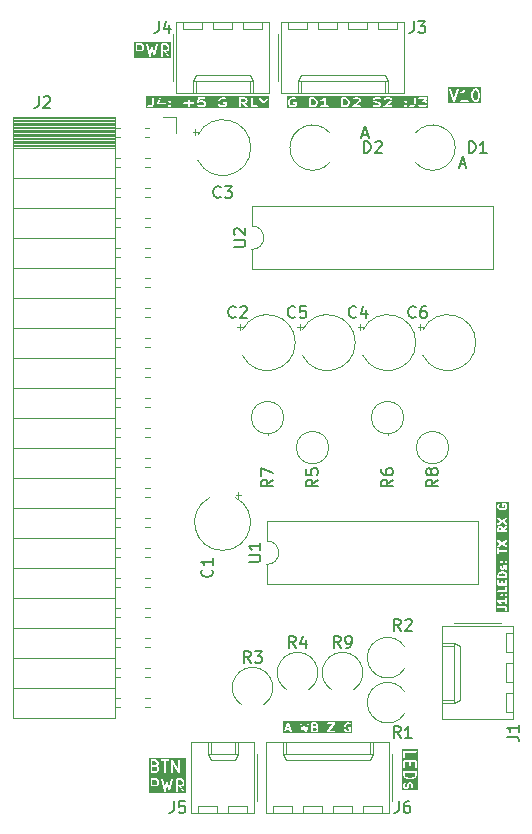
<source format=gbr>
%TF.GenerationSoftware,KiCad,Pcbnew,9.0.4-9.0.4-0~ubuntu24.04.1*%
%TF.CreationDate,2025-08-22T14:39:44+02:00*%
%TF.ProjectId,v10-3,7631302d-332e-46b6-9963-61645f706362,rev?*%
%TF.SameCoordinates,Original*%
%TF.FileFunction,Legend,Top*%
%TF.FilePolarity,Positive*%
%FSLAX46Y46*%
G04 Gerber Fmt 4.6, Leading zero omitted, Abs format (unit mm)*
G04 Created by KiCad (PCBNEW 9.0.4-9.0.4-0~ubuntu24.04.1) date 2025-08-22 14:39:44*
%MOMM*%
%LPD*%
G01*
G04 APERTURE LIST*
%ADD10C,0.150000*%
%ADD11C,0.175000*%
%ADD12C,0.120000*%
G04 APERTURE END LIST*
D10*
G36*
X97732828Y-65019077D02*
G01*
X97763235Y-65049484D01*
X97801728Y-65126471D01*
X97845112Y-65300005D01*
X97845112Y-65519632D01*
X97801728Y-65693166D01*
X97763234Y-65770153D01*
X97732827Y-65800561D01*
X97664312Y-65834819D01*
X97604484Y-65834819D01*
X97535968Y-65800561D01*
X97505561Y-65770153D01*
X97467067Y-65693166D01*
X97423684Y-65519632D01*
X97423684Y-65300005D01*
X97467067Y-65126471D01*
X97505561Y-65049484D01*
X97535968Y-65019077D01*
X97604484Y-64984819D01*
X97664312Y-64984819D01*
X97732828Y-65019077D01*
G37*
G36*
X98106223Y-66095930D02*
G01*
X95258400Y-66095930D01*
X95258400Y-64919199D01*
X95369511Y-64919199D01*
X95372771Y-64933536D01*
X95706104Y-65933536D01*
X95712098Y-65946961D01*
X95715608Y-65951008D01*
X95718005Y-65955802D01*
X95725113Y-65961967D01*
X95731272Y-65969068D01*
X95736061Y-65971462D01*
X95740112Y-65974976D01*
X95749037Y-65977950D01*
X95757445Y-65982155D01*
X95762789Y-65982534D01*
X95767875Y-65984230D01*
X95777255Y-65983563D01*
X95786635Y-65984230D01*
X95791720Y-65982534D01*
X95797065Y-65982155D01*
X95805475Y-65977949D01*
X95814397Y-65974976D01*
X95818444Y-65971465D01*
X95823238Y-65969069D01*
X95829401Y-65961963D01*
X95836505Y-65955802D01*
X95838900Y-65951010D01*
X95842412Y-65946962D01*
X95848406Y-65933536D01*
X96097534Y-65186152D01*
X96321892Y-65186152D01*
X96323966Y-65215342D01*
X96337053Y-65241517D01*
X96359161Y-65260690D01*
X96386922Y-65269944D01*
X96416112Y-65267870D01*
X96429844Y-65262615D01*
X96525082Y-65214996D01*
X96531381Y-65211031D01*
X96533209Y-65210274D01*
X96535265Y-65208585D01*
X96537525Y-65207164D01*
X96538824Y-65205665D01*
X96544574Y-65200947D01*
X96607017Y-65138504D01*
X96607017Y-65834819D01*
X96396303Y-65834819D01*
X96381671Y-65836260D01*
X96354635Y-65847459D01*
X96333943Y-65868151D01*
X96322744Y-65895187D01*
X96322744Y-65924451D01*
X96333943Y-65951487D01*
X96354635Y-65972179D01*
X96381671Y-65983378D01*
X96396303Y-65984819D01*
X96967731Y-65984819D01*
X96982363Y-65983378D01*
X97009399Y-65972179D01*
X97030091Y-65951487D01*
X97041290Y-65924451D01*
X97041290Y-65895187D01*
X97030091Y-65868151D01*
X97009399Y-65847459D01*
X96982363Y-65836260D01*
X96967731Y-65834819D01*
X96757017Y-65834819D01*
X96757017Y-65290771D01*
X97273684Y-65290771D01*
X97273684Y-65528866D01*
X97273935Y-65531419D01*
X97273773Y-65532512D01*
X97274582Y-65537985D01*
X97275125Y-65543498D01*
X97275547Y-65544519D01*
X97275923Y-65547056D01*
X97323542Y-65737532D01*
X97323927Y-65738611D01*
X97323966Y-65739151D01*
X97326293Y-65745232D01*
X97328489Y-65751378D01*
X97328811Y-65751813D01*
X97329221Y-65752883D01*
X97376840Y-65848121D01*
X97380803Y-65854417D01*
X97381561Y-65856247D01*
X97383250Y-65858305D01*
X97384672Y-65860564D01*
X97386170Y-65861863D01*
X97390888Y-65867612D01*
X97438507Y-65915232D01*
X97444256Y-65919950D01*
X97445557Y-65921450D01*
X97447816Y-65922872D01*
X97449873Y-65924560D01*
X97451700Y-65925317D01*
X97458000Y-65929282D01*
X97553238Y-65976901D01*
X97566969Y-65982156D01*
X97569658Y-65982347D01*
X97572147Y-65983378D01*
X97586779Y-65984819D01*
X97682017Y-65984819D01*
X97696649Y-65983378D01*
X97699138Y-65982346D01*
X97701826Y-65982156D01*
X97715558Y-65976901D01*
X97810796Y-65929282D01*
X97817095Y-65925317D01*
X97818923Y-65924560D01*
X97820979Y-65922872D01*
X97823239Y-65921450D01*
X97824539Y-65919950D01*
X97830289Y-65915232D01*
X97877907Y-65867613D01*
X97882625Y-65861863D01*
X97884124Y-65860564D01*
X97885545Y-65858305D01*
X97887235Y-65856247D01*
X97887992Y-65854417D01*
X97891956Y-65848121D01*
X97939575Y-65752883D01*
X97939984Y-65751813D01*
X97940307Y-65751378D01*
X97942499Y-65745241D01*
X97944830Y-65739152D01*
X97944868Y-65738611D01*
X97945254Y-65737532D01*
X97992873Y-65547056D01*
X97993248Y-65544519D01*
X97993671Y-65543498D01*
X97994213Y-65537985D01*
X97995023Y-65532512D01*
X97994860Y-65531419D01*
X97995112Y-65528866D01*
X97995112Y-65290771D01*
X97994860Y-65288217D01*
X97995023Y-65287125D01*
X97994213Y-65281651D01*
X97993671Y-65276139D01*
X97993248Y-65275117D01*
X97992873Y-65272581D01*
X97945254Y-65082105D01*
X97944868Y-65081025D01*
X97944830Y-65080485D01*
X97942499Y-65074395D01*
X97940307Y-65068259D01*
X97939984Y-65067823D01*
X97939575Y-65066754D01*
X97891956Y-64971516D01*
X97887991Y-64965216D01*
X97887234Y-64963389D01*
X97885545Y-64961332D01*
X97884124Y-64959073D01*
X97882625Y-64957773D01*
X97877907Y-64952024D01*
X97830288Y-64904405D01*
X97824538Y-64899686D01*
X97823239Y-64898188D01*
X97820979Y-64896766D01*
X97818923Y-64895078D01*
X97817095Y-64894320D01*
X97810796Y-64890356D01*
X97715558Y-64842737D01*
X97701826Y-64837482D01*
X97699138Y-64837291D01*
X97696649Y-64836260D01*
X97682017Y-64834819D01*
X97586779Y-64834819D01*
X97572147Y-64836260D01*
X97569658Y-64837290D01*
X97566969Y-64837482D01*
X97553238Y-64842737D01*
X97458000Y-64890356D01*
X97451700Y-64894320D01*
X97449873Y-64895078D01*
X97447816Y-64896766D01*
X97445557Y-64898188D01*
X97444257Y-64899686D01*
X97438508Y-64904405D01*
X97390889Y-64952024D01*
X97386170Y-64957773D01*
X97384672Y-64959073D01*
X97383250Y-64961332D01*
X97381562Y-64963389D01*
X97380804Y-64965216D01*
X97376840Y-64971516D01*
X97329221Y-65066754D01*
X97328811Y-65067823D01*
X97328489Y-65068259D01*
X97326293Y-65074404D01*
X97323966Y-65080486D01*
X97323927Y-65081025D01*
X97323542Y-65082105D01*
X97275923Y-65272581D01*
X97275547Y-65275117D01*
X97275125Y-65276139D01*
X97274582Y-65281651D01*
X97273773Y-65287125D01*
X97273935Y-65288217D01*
X97273684Y-65290771D01*
X96757017Y-65290771D01*
X96757017Y-64909819D01*
X96757011Y-64909766D01*
X96757017Y-64909740D01*
X96757001Y-64909663D01*
X96755576Y-64895187D01*
X96752734Y-64888326D01*
X96751278Y-64881045D01*
X96747188Y-64874938D01*
X96744377Y-64868151D01*
X96739128Y-64862902D01*
X96734995Y-64856730D01*
X96728878Y-64852652D01*
X96723685Y-64847459D01*
X96716825Y-64844617D01*
X96710646Y-64840498D01*
X96703437Y-64839072D01*
X96696649Y-64836260D01*
X96689222Y-64836260D01*
X96681938Y-64834819D01*
X96674733Y-64836260D01*
X96667385Y-64836260D01*
X96660524Y-64839101D01*
X96653244Y-64840558D01*
X96647138Y-64844646D01*
X96640349Y-64847459D01*
X96635098Y-64852709D01*
X96628929Y-64856841D01*
X96619708Y-64868099D01*
X96619657Y-64868151D01*
X96619647Y-64868173D01*
X96619613Y-64868216D01*
X96528493Y-65004896D01*
X96447114Y-65086275D01*
X96362762Y-65128451D01*
X96350319Y-65136283D01*
X96331146Y-65158391D01*
X96321892Y-65186152D01*
X96097534Y-65186152D01*
X96181739Y-64933536D01*
X96184999Y-64919200D01*
X96182924Y-64890010D01*
X96169838Y-64863836D01*
X96147730Y-64844662D01*
X96119968Y-64835408D01*
X96090778Y-64837483D01*
X96064605Y-64850570D01*
X96045431Y-64872677D01*
X96039437Y-64886102D01*
X95777255Y-65672648D01*
X95515073Y-64886102D01*
X95509079Y-64872676D01*
X95489905Y-64850569D01*
X95463732Y-64837483D01*
X95434542Y-64835408D01*
X95406779Y-64844662D01*
X95384672Y-64863836D01*
X95371586Y-64890009D01*
X95369511Y-64919199D01*
X95258400Y-64919199D01*
X95258400Y-64723708D01*
X98106223Y-64723708D01*
X98106223Y-66095930D01*
G37*
G36*
X92495180Y-122926990D02*
G01*
X92457009Y-123041503D01*
X92382896Y-123115616D01*
X92305909Y-123154109D01*
X92132375Y-123197493D01*
X92007986Y-123197493D01*
X91834452Y-123154109D01*
X91757465Y-123115616D01*
X91683351Y-123041502D01*
X91645180Y-122926988D01*
X91645180Y-122776065D01*
X92495180Y-122776065D01*
X92495180Y-122926990D01*
G37*
G36*
X92756291Y-124268128D02*
G01*
X91384069Y-124268128D01*
X91384069Y-123748684D01*
X91495180Y-123748684D01*
X91495180Y-123939160D01*
X91496621Y-123953792D01*
X91497651Y-123956280D01*
X91497843Y-123958970D01*
X91503098Y-123972702D01*
X91550718Y-124067940D01*
X91552258Y-124070387D01*
X91552643Y-124071540D01*
X91553887Y-124072975D01*
X91558551Y-124080383D01*
X91565655Y-124086543D01*
X91571816Y-124093648D01*
X91579221Y-124098308D01*
X91580659Y-124099556D01*
X91581813Y-124099940D01*
X91584259Y-124101480D01*
X91679497Y-124149099D01*
X91693228Y-124154354D01*
X91695917Y-124154545D01*
X91698406Y-124155576D01*
X91713038Y-124157017D01*
X91760657Y-124157017D01*
X91775289Y-124155576D01*
X91777778Y-124154544D01*
X91780466Y-124154354D01*
X91794198Y-124149099D01*
X91889436Y-124101480D01*
X91891883Y-124099939D01*
X91893037Y-124099555D01*
X91894473Y-124098309D01*
X91901879Y-124093648D01*
X91908040Y-124086543D01*
X91915145Y-124080382D01*
X91919806Y-124072976D01*
X91921052Y-124071540D01*
X91921436Y-124070386D01*
X91922977Y-124067939D01*
X91970596Y-123972701D01*
X91975851Y-123958970D01*
X91976042Y-123956280D01*
X91977073Y-123953792D01*
X91978514Y-123939160D01*
X91978514Y-123814008D01*
X92007034Y-123756966D01*
X92064076Y-123728446D01*
X92076285Y-123728446D01*
X92133326Y-123756966D01*
X92161847Y-123814008D01*
X92161847Y-123921455D01*
X92122146Y-124000857D01*
X92116891Y-124014589D01*
X92114817Y-124043779D01*
X92124071Y-124071540D01*
X92143244Y-124093648D01*
X92169419Y-124106735D01*
X92198609Y-124108809D01*
X92226370Y-124099555D01*
X92248478Y-124080382D01*
X92256310Y-124067939D01*
X92303929Y-123972701D01*
X92309184Y-123958970D01*
X92309375Y-123956280D01*
X92310406Y-123953792D01*
X92311847Y-123939160D01*
X92311847Y-123796303D01*
X92310406Y-123781671D01*
X92309375Y-123779182D01*
X92309184Y-123776493D01*
X92303929Y-123762762D01*
X92256310Y-123667524D01*
X92254769Y-123665076D01*
X92254385Y-123663923D01*
X92253139Y-123662486D01*
X92248478Y-123655081D01*
X92241373Y-123648919D01*
X92235212Y-123641815D01*
X92227806Y-123637153D01*
X92226370Y-123635908D01*
X92225216Y-123635523D01*
X92222769Y-123633983D01*
X92127531Y-123586364D01*
X92113799Y-123581109D01*
X92111111Y-123580918D01*
X92108622Y-123579887D01*
X92093990Y-123578446D01*
X92046371Y-123578446D01*
X92031739Y-123579887D01*
X92029250Y-123580917D01*
X92026561Y-123581109D01*
X92012830Y-123586364D01*
X91917592Y-123633983D01*
X91915144Y-123635523D01*
X91913991Y-123635908D01*
X91912554Y-123637153D01*
X91905149Y-123641815D01*
X91898987Y-123648919D01*
X91891883Y-123655081D01*
X91887221Y-123662486D01*
X91885976Y-123663923D01*
X91885591Y-123665076D01*
X91884051Y-123667524D01*
X91836432Y-123762762D01*
X91831177Y-123776494D01*
X91830986Y-123779181D01*
X91829955Y-123781671D01*
X91828514Y-123796303D01*
X91828514Y-123921455D01*
X91799993Y-123978496D01*
X91742952Y-124007017D01*
X91730743Y-124007017D01*
X91673701Y-123978496D01*
X91645180Y-123921453D01*
X91645180Y-123766390D01*
X91684882Y-123686987D01*
X91690137Y-123673256D01*
X91692211Y-123644066D01*
X91682958Y-123616304D01*
X91663784Y-123594197D01*
X91637610Y-123581109D01*
X91608420Y-123579035D01*
X91580659Y-123588288D01*
X91558551Y-123607461D01*
X91550718Y-123619904D01*
X91503098Y-123715142D01*
X91497843Y-123728874D01*
X91497651Y-123731563D01*
X91496621Y-123734052D01*
X91495180Y-123748684D01*
X91384069Y-123748684D01*
X91384069Y-122701065D01*
X91495180Y-122701065D01*
X91495180Y-122939160D01*
X91495909Y-122946565D01*
X91495769Y-122948541D01*
X91496359Y-122951138D01*
X91496621Y-122953792D01*
X91497379Y-122955622D01*
X91499029Y-122962878D01*
X91546649Y-123105735D01*
X91552643Y-123119160D01*
X91554409Y-123121196D01*
X91555440Y-123123685D01*
X91564767Y-123135050D01*
X91660005Y-123230288D01*
X91665755Y-123235008D01*
X91667054Y-123236505D01*
X91669308Y-123237924D01*
X91671370Y-123239616D01*
X91673202Y-123240374D01*
X91679497Y-123244337D01*
X91774735Y-123291956D01*
X91775804Y-123292365D01*
X91776240Y-123292688D01*
X91782376Y-123294880D01*
X91788466Y-123297211D01*
X91789006Y-123297249D01*
X91790086Y-123297635D01*
X91980562Y-123345254D01*
X91983098Y-123345629D01*
X91984120Y-123346052D01*
X91989632Y-123346594D01*
X91995106Y-123347404D01*
X91996198Y-123347241D01*
X91998752Y-123347493D01*
X92141609Y-123347493D01*
X92144162Y-123347241D01*
X92145255Y-123347404D01*
X92150728Y-123346594D01*
X92156241Y-123346052D01*
X92157262Y-123345629D01*
X92159799Y-123345254D01*
X92350275Y-123297635D01*
X92351354Y-123297249D01*
X92351894Y-123297211D01*
X92357975Y-123294883D01*
X92364121Y-123292688D01*
X92364556Y-123292365D01*
X92365626Y-123291956D01*
X92460864Y-123244337D01*
X92467163Y-123240372D01*
X92468991Y-123239615D01*
X92471047Y-123237926D01*
X92473307Y-123236505D01*
X92474606Y-123235006D01*
X92480356Y-123230288D01*
X92575594Y-123135050D01*
X92584922Y-123123685D01*
X92585953Y-123121194D01*
X92587718Y-123119160D01*
X92593712Y-123105734D01*
X92641331Y-122962878D01*
X92642980Y-122955622D01*
X92643739Y-122953792D01*
X92644000Y-122951138D01*
X92644591Y-122948541D01*
X92644450Y-122946566D01*
X92645180Y-122939160D01*
X92645180Y-122701065D01*
X92643739Y-122686433D01*
X92632540Y-122659397D01*
X92611848Y-122638705D01*
X92584812Y-122627506D01*
X92570180Y-122626065D01*
X91570180Y-122626065D01*
X91555548Y-122627506D01*
X91528512Y-122638705D01*
X91507820Y-122659397D01*
X91496621Y-122686433D01*
X91495180Y-122701065D01*
X91384069Y-122701065D01*
X91384069Y-121796303D01*
X91495180Y-121796303D01*
X91495180Y-122272493D01*
X91496621Y-122287125D01*
X91507820Y-122314161D01*
X91528512Y-122334853D01*
X91555548Y-122346052D01*
X91584812Y-122346052D01*
X91611848Y-122334853D01*
X91632540Y-122314161D01*
X91643739Y-122287125D01*
X91645180Y-122272493D01*
X91645180Y-121871303D01*
X92018990Y-121871303D01*
X92018990Y-122129636D01*
X92020431Y-122144268D01*
X92031630Y-122171304D01*
X92052322Y-122191996D01*
X92079358Y-122203195D01*
X92108622Y-122203195D01*
X92135658Y-122191996D01*
X92156350Y-122171304D01*
X92167549Y-122144268D01*
X92168990Y-122129636D01*
X92168990Y-121871303D01*
X92495180Y-121871303D01*
X92495180Y-122272493D01*
X92496621Y-122287125D01*
X92507820Y-122314161D01*
X92528512Y-122334853D01*
X92555548Y-122346052D01*
X92584812Y-122346052D01*
X92611848Y-122334853D01*
X92632540Y-122314161D01*
X92643739Y-122287125D01*
X92645180Y-122272493D01*
X92645180Y-121796303D01*
X92643739Y-121781671D01*
X92632540Y-121754635D01*
X92611848Y-121733943D01*
X92584812Y-121722744D01*
X92570180Y-121721303D01*
X91570180Y-121721303D01*
X91555548Y-121722744D01*
X91528512Y-121733943D01*
X91507820Y-121754635D01*
X91496621Y-121781671D01*
X91495180Y-121796303D01*
X91384069Y-121796303D01*
X91384069Y-120986779D01*
X91495180Y-120986779D01*
X91495180Y-121462969D01*
X91496621Y-121477601D01*
X91507820Y-121504637D01*
X91528512Y-121525329D01*
X91555548Y-121536528D01*
X91584812Y-121536528D01*
X91611848Y-121525329D01*
X91632540Y-121504637D01*
X91643739Y-121477601D01*
X91645180Y-121462969D01*
X91645180Y-121061779D01*
X92570180Y-121061779D01*
X92584812Y-121060338D01*
X92611848Y-121049139D01*
X92632540Y-121028447D01*
X92643739Y-121001411D01*
X92643739Y-120972147D01*
X92632540Y-120945111D01*
X92611848Y-120924419D01*
X92584812Y-120913220D01*
X92570180Y-120911779D01*
X91570180Y-120911779D01*
X91555548Y-120913220D01*
X91528512Y-120924419D01*
X91507820Y-120945111D01*
X91496621Y-120972147D01*
X91495180Y-120986779D01*
X91384069Y-120986779D01*
X91384069Y-120800668D01*
X92756291Y-120800668D01*
X92756291Y-124268128D01*
G37*
G36*
X83955996Y-65759113D02*
G01*
X84028828Y-65810095D01*
X84062886Y-65857778D01*
X84102618Y-65969024D01*
X84102618Y-66043041D01*
X84062886Y-66154287D01*
X84028828Y-66201970D01*
X83955996Y-66252952D01*
X83835652Y-66281033D01*
X83681190Y-66281033D01*
X83681190Y-65731033D01*
X83835652Y-65731033D01*
X83955996Y-65759113D01*
G37*
G36*
X86670282Y-65759113D02*
G01*
X86743114Y-65810095D01*
X86777172Y-65857778D01*
X86816904Y-65969024D01*
X86816904Y-66043041D01*
X86777172Y-66154287D01*
X86743114Y-66201970D01*
X86670282Y-66252952D01*
X86549938Y-66281033D01*
X86395476Y-66281033D01*
X86395476Y-65731033D01*
X86549938Y-65731033D01*
X86670282Y-65759113D01*
G37*
G36*
X93616111Y-66508811D02*
G01*
X81643888Y-66508811D01*
X81643888Y-65956033D01*
X81721666Y-65956033D01*
X81721666Y-66056033D01*
X81722563Y-66065142D01*
X81722471Y-66066994D01*
X81722924Y-66068807D01*
X81723107Y-66070665D01*
X81723815Y-66072376D01*
X81726035Y-66081258D01*
X81773654Y-66214591D01*
X81775550Y-66218607D01*
X81775923Y-66220215D01*
X81778084Y-66223971D01*
X81779933Y-66227886D01*
X81781039Y-66229108D01*
X81783255Y-66232959D01*
X81830874Y-66299626D01*
X81836720Y-66306313D01*
X81837734Y-66307904D01*
X81839240Y-66309196D01*
X81840551Y-66310695D01*
X81842156Y-66311696D01*
X81848894Y-66317475D01*
X81944132Y-66384142D01*
X81955602Y-66390597D01*
X81956178Y-66391010D01*
X81956575Y-66391144D01*
X81956945Y-66391353D01*
X81957643Y-66391507D01*
X81970100Y-66395738D01*
X82112957Y-66429071D01*
X82114647Y-66429293D01*
X82115367Y-66429592D01*
X82121455Y-66430191D01*
X82127533Y-66430993D01*
X82128303Y-66430865D01*
X82129999Y-66431033D01*
X82225237Y-66431033D01*
X82226932Y-66430866D01*
X82227702Y-66430993D01*
X82233778Y-66430191D01*
X82239869Y-66429592D01*
X82240588Y-66429293D01*
X82242279Y-66429071D01*
X82385136Y-66395738D01*
X82397600Y-66391504D01*
X82398291Y-66391352D01*
X82398656Y-66391146D01*
X82399058Y-66391010D01*
X82399639Y-66390593D01*
X82411104Y-66384142D01*
X82458723Y-66350808D01*
X82469884Y-66341236D01*
X82473419Y-66335687D01*
X82478073Y-66331034D01*
X82481208Y-66323464D01*
X82485610Y-66316557D01*
X82486753Y-66310078D01*
X82489272Y-66303998D01*
X82490713Y-66289366D01*
X82490713Y-66056033D01*
X82489272Y-66041401D01*
X82478073Y-66014365D01*
X82457381Y-65993673D01*
X82430345Y-65982474D01*
X82415713Y-65981033D01*
X82225237Y-65981033D01*
X82210605Y-65982474D01*
X82183569Y-65993673D01*
X82162877Y-66014365D01*
X82151678Y-66041401D01*
X82151678Y-66070665D01*
X82162877Y-66097701D01*
X82183569Y-66118393D01*
X82210605Y-66129592D01*
X82225237Y-66131033D01*
X82340713Y-66131033D01*
X82340713Y-66250317D01*
X82336948Y-66252952D01*
X82216604Y-66281033D01*
X82138632Y-66281033D01*
X82018287Y-66252952D01*
X81945455Y-66201970D01*
X81911397Y-66154288D01*
X81871666Y-66043041D01*
X81871666Y-65969024D01*
X81911397Y-65857777D01*
X81945455Y-65810095D01*
X82018287Y-65759113D01*
X82138632Y-65731033D01*
X82260111Y-65731033D01*
X82343318Y-65760156D01*
X82357605Y-65763629D01*
X82386822Y-65761990D01*
X82413188Y-65749295D01*
X82432690Y-65727477D01*
X82442357Y-65699856D01*
X82440718Y-65670638D01*
X82433686Y-65656033D01*
X83531190Y-65656033D01*
X83531190Y-66356033D01*
X83532631Y-66370665D01*
X83543830Y-66397701D01*
X83564522Y-66418393D01*
X83591558Y-66429592D01*
X83606190Y-66431033D01*
X83844285Y-66431033D01*
X83845980Y-66430866D01*
X83846750Y-66430993D01*
X83852826Y-66430191D01*
X83858917Y-66429592D01*
X83859636Y-66429293D01*
X83861327Y-66429071D01*
X84004184Y-66395738D01*
X84016640Y-66391507D01*
X84017339Y-66391353D01*
X84017708Y-66391144D01*
X84018106Y-66391010D01*
X84018681Y-66390597D01*
X84030152Y-66384142D01*
X84125390Y-66317475D01*
X84132127Y-66311696D01*
X84133733Y-66310695D01*
X84135043Y-66309196D01*
X84136550Y-66307904D01*
X84137563Y-66306313D01*
X84143410Y-66299626D01*
X84191029Y-66232959D01*
X84193244Y-66229108D01*
X84194351Y-66227886D01*
X84196199Y-66223971D01*
X84198361Y-66220215D01*
X84198733Y-66218607D01*
X84200630Y-66214591D01*
X84248249Y-66081259D01*
X84250468Y-66072375D01*
X84251177Y-66070665D01*
X84251359Y-66068807D01*
X84251813Y-66066994D01*
X84251720Y-66065142D01*
X84252618Y-66056033D01*
X84252618Y-65956033D01*
X84251720Y-65946923D01*
X84251813Y-65945072D01*
X84251359Y-65943258D01*
X84251177Y-65941401D01*
X84250468Y-65939690D01*
X84248249Y-65930807D01*
X84225290Y-65866523D01*
X84484308Y-65866523D01*
X84493975Y-65894144D01*
X84513477Y-65915962D01*
X84539843Y-65928657D01*
X84569061Y-65930296D01*
X84583347Y-65926822D01*
X84678585Y-65893489D01*
X84682434Y-65891701D01*
X84684006Y-65891353D01*
X84687885Y-65889169D01*
X84691920Y-65887296D01*
X84693118Y-65886224D01*
X84696819Y-65884142D01*
X84769285Y-65833415D01*
X84769285Y-66281033D01*
X84558571Y-66281033D01*
X84543939Y-66282474D01*
X84516903Y-66293673D01*
X84496211Y-66314365D01*
X84485012Y-66341401D01*
X84485012Y-66370665D01*
X84496211Y-66397701D01*
X84516903Y-66418393D01*
X84543939Y-66429592D01*
X84558571Y-66431033D01*
X85129999Y-66431033D01*
X85144631Y-66429592D01*
X85171667Y-66418393D01*
X85192359Y-66397701D01*
X85203558Y-66370665D01*
X85203558Y-66341401D01*
X85192359Y-66314365D01*
X85171667Y-66293673D01*
X85144631Y-66282474D01*
X85129999Y-66281033D01*
X84919285Y-66281033D01*
X84919285Y-65656033D01*
X86245476Y-65656033D01*
X86245476Y-66356033D01*
X86246917Y-66370665D01*
X86258116Y-66397701D01*
X86278808Y-66418393D01*
X86305844Y-66429592D01*
X86320476Y-66431033D01*
X86558571Y-66431033D01*
X86560266Y-66430866D01*
X86561036Y-66430993D01*
X86567112Y-66430191D01*
X86573203Y-66429592D01*
X86573922Y-66429293D01*
X86575613Y-66429071D01*
X86718470Y-66395738D01*
X86730926Y-66391507D01*
X86731625Y-66391353D01*
X86731994Y-66391144D01*
X86732392Y-66391010D01*
X86732967Y-66390597D01*
X86744438Y-66384142D01*
X86782272Y-66357658D01*
X87150256Y-66357658D01*
X87151679Y-66364081D01*
X87151679Y-66370665D01*
X87154813Y-66378232D01*
X87156585Y-66386229D01*
X87160359Y-66391621D01*
X87162878Y-66397701D01*
X87168669Y-66403492D01*
X87173367Y-66410203D01*
X87178916Y-66413739D01*
X87183570Y-66418393D01*
X87191138Y-66421527D01*
X87198046Y-66425930D01*
X87204525Y-66427073D01*
X87210606Y-66429592D01*
X87225238Y-66431033D01*
X87844285Y-66431033D01*
X87858917Y-66429592D01*
X87885953Y-66418393D01*
X87906645Y-66397701D01*
X87917844Y-66370665D01*
X87917844Y-66341401D01*
X87906645Y-66314365D01*
X87885953Y-66293673D01*
X87858917Y-66282474D01*
X87844285Y-66281033D01*
X87463165Y-66281033D01*
X87839676Y-66017475D01*
X87850836Y-66007904D01*
X87853334Y-66003983D01*
X87856789Y-66000869D01*
X87864381Y-65988278D01*
X87912000Y-65888278D01*
X87916989Y-65874448D01*
X87917090Y-65872483D01*
X87917844Y-65870665D01*
X87919285Y-65856033D01*
X87919285Y-65789366D01*
X88912143Y-65789366D01*
X88912143Y-65856033D01*
X88912301Y-65857642D01*
X88912180Y-65858372D01*
X88912516Y-65859825D01*
X88913584Y-65870665D01*
X88916854Y-65878559D01*
X88918781Y-65886882D01*
X88924210Y-65896319D01*
X88924783Y-65897701D01*
X88925306Y-65898224D01*
X88926113Y-65899626D01*
X88973732Y-65966293D01*
X88979578Y-65972980D01*
X88980592Y-65974571D01*
X88982098Y-65975863D01*
X88983409Y-65977362D01*
X88985013Y-65978363D01*
X88991753Y-65984143D01*
X89039371Y-66017475D01*
X89043070Y-66019556D01*
X89044270Y-66020629D01*
X89048308Y-66022504D01*
X89052185Y-66024686D01*
X89053754Y-66025033D01*
X89057605Y-66026822D01*
X89152843Y-66060156D01*
X89158809Y-66061606D01*
X89164690Y-66063243D01*
X89349117Y-66095518D01*
X89428796Y-66123406D01*
X89457400Y-66143429D01*
X89483571Y-66180067D01*
X89483571Y-66198664D01*
X89457400Y-66235303D01*
X89428797Y-66255326D01*
X89355350Y-66281033D01*
X89138633Y-66281033D01*
X89004185Y-66249662D01*
X88989608Y-66247740D01*
X88960735Y-66252503D01*
X88935882Y-66267952D01*
X88918833Y-66291736D01*
X88912183Y-66320235D01*
X88916946Y-66349108D01*
X88932395Y-66373961D01*
X88956179Y-66391010D01*
X88970101Y-66395738D01*
X89112958Y-66429071D01*
X89114648Y-66429293D01*
X89115368Y-66429592D01*
X89121456Y-66430191D01*
X89127534Y-66430993D01*
X89128304Y-66430865D01*
X89130000Y-66431033D01*
X89368095Y-66431033D01*
X89376669Y-66430188D01*
X89378585Y-66430296D01*
X89380631Y-66429798D01*
X89382727Y-66429592D01*
X89384499Y-66428857D01*
X89392871Y-66426822D01*
X89488109Y-66393489D01*
X89491962Y-66391699D01*
X89493530Y-66391352D01*
X89497402Y-66389173D01*
X89501444Y-66387296D01*
X89502643Y-66386223D01*
X89506343Y-66384142D01*
X89544176Y-66357658D01*
X89816923Y-66357658D01*
X89818346Y-66364081D01*
X89818346Y-66370665D01*
X89821480Y-66378232D01*
X89823252Y-66386229D01*
X89827026Y-66391621D01*
X89829545Y-66397701D01*
X89835336Y-66403492D01*
X89840034Y-66410203D01*
X89845583Y-66413739D01*
X89850237Y-66418393D01*
X89857805Y-66421527D01*
X89864713Y-66425930D01*
X89871192Y-66427073D01*
X89877273Y-66429592D01*
X89891905Y-66431033D01*
X90510952Y-66431033D01*
X90525584Y-66429592D01*
X90552620Y-66418393D01*
X90573312Y-66397701D01*
X90584511Y-66370665D01*
X90584511Y-66341401D01*
X90576091Y-66321075D01*
X91578828Y-66321075D01*
X91579114Y-66322700D01*
X91578828Y-66324326D01*
X91581645Y-66337045D01*
X91583913Y-66349893D01*
X91584801Y-66351286D01*
X91585158Y-66352897D01*
X91592629Y-66363570D01*
X91599640Y-66374571D01*
X91601366Y-66376051D01*
X91601940Y-66376871D01*
X91603425Y-66377817D01*
X91610801Y-66384143D01*
X91658419Y-66417475D01*
X91659388Y-66418020D01*
X91659761Y-66418393D01*
X91660857Y-66418847D01*
X91671233Y-66424686D01*
X91672843Y-66425042D01*
X91674236Y-66425930D01*
X91680717Y-66427073D01*
X91686797Y-66429592D01*
X91693380Y-66429592D01*
X91699804Y-66431015D01*
X91701428Y-66430728D01*
X91703054Y-66431015D01*
X91709478Y-66429592D01*
X91716061Y-66429592D01*
X91722141Y-66427073D01*
X91728621Y-66425930D01*
X91730012Y-66425043D01*
X91731625Y-66424686D01*
X91742003Y-66418846D01*
X91743097Y-66418393D01*
X91743468Y-66418021D01*
X91744438Y-66417476D01*
X91792057Y-66384143D01*
X91799429Y-66377820D01*
X91800919Y-66376871D01*
X91801494Y-66376049D01*
X91803218Y-66374571D01*
X91810218Y-66363585D01*
X91817701Y-66352897D01*
X91818058Y-66351284D01*
X91818945Y-66349893D01*
X91820443Y-66341401D01*
X92008822Y-66341401D01*
X92008822Y-66370665D01*
X92020021Y-66397701D01*
X92040713Y-66418393D01*
X92067749Y-66429592D01*
X92082381Y-66431033D01*
X92177619Y-66431033D01*
X92179314Y-66430866D01*
X92180084Y-66430993D01*
X92186160Y-66430191D01*
X92192251Y-66429592D01*
X92192970Y-66429293D01*
X92194661Y-66429071D01*
X92337518Y-66395738D01*
X92349974Y-66391507D01*
X92350673Y-66391353D01*
X92351042Y-66391144D01*
X92351440Y-66391010D01*
X92352015Y-66390597D01*
X92363486Y-66384142D01*
X92458724Y-66317475D01*
X92469884Y-66307904D01*
X92472382Y-66303983D01*
X92475837Y-66300869D01*
X92483429Y-66288278D01*
X92483685Y-66287740D01*
X92769304Y-66287740D01*
X92774389Y-66316558D01*
X92790115Y-66341236D01*
X92801276Y-66350808D01*
X92848895Y-66384142D01*
X92852595Y-66386224D01*
X92853794Y-66387296D01*
X92857828Y-66389169D01*
X92861708Y-66391353D01*
X92863279Y-66391701D01*
X92867129Y-66393489D01*
X92962367Y-66426823D01*
X92970739Y-66428858D01*
X92972511Y-66429592D01*
X92974607Y-66429798D01*
X92976654Y-66430296D01*
X92978568Y-66430188D01*
X92987143Y-66431033D01*
X93272857Y-66431033D01*
X93281431Y-66430188D01*
X93283347Y-66430296D01*
X93285393Y-66429798D01*
X93287489Y-66429592D01*
X93289261Y-66428857D01*
X93297633Y-66426822D01*
X93392871Y-66393489D01*
X93396724Y-66391699D01*
X93398292Y-66391352D01*
X93402164Y-66389173D01*
X93406206Y-66387296D01*
X93407405Y-66386223D01*
X93411105Y-66384142D01*
X93458724Y-66350808D01*
X93465461Y-66345029D01*
X93467067Y-66344028D01*
X93468377Y-66342528D01*
X93469885Y-66341236D01*
X93470898Y-66339644D01*
X93476744Y-66332959D01*
X93524363Y-66266293D01*
X93525169Y-66264891D01*
X93525693Y-66264368D01*
X93526265Y-66262986D01*
X93531695Y-66253549D01*
X93533622Y-66245225D01*
X93536892Y-66237332D01*
X93537959Y-66226493D01*
X93538296Y-66225040D01*
X93538174Y-66224310D01*
X93538333Y-66222700D01*
X93538333Y-66056033D01*
X93538174Y-66054423D01*
X93538296Y-66053694D01*
X93537959Y-66052240D01*
X93536892Y-66041401D01*
X93533621Y-66033506D01*
X93531695Y-66025184D01*
X93526265Y-66015746D01*
X93525693Y-66014365D01*
X93525169Y-66013841D01*
X93524363Y-66012440D01*
X93476744Y-65945773D01*
X93470897Y-65939085D01*
X93469884Y-65937495D01*
X93468377Y-65936202D01*
X93467067Y-65934704D01*
X93465461Y-65933702D01*
X93458723Y-65927923D01*
X93411104Y-65894590D01*
X93407404Y-65892508D01*
X93406206Y-65891437D01*
X93402168Y-65889561D01*
X93398291Y-65887380D01*
X93396721Y-65887032D01*
X93392871Y-65885244D01*
X93326093Y-65861871D01*
X93510185Y-65714598D01*
X93520711Y-65704332D01*
X93522731Y-65700662D01*
X93525693Y-65697701D01*
X93529733Y-65687945D01*
X93534826Y-65678698D01*
X93535288Y-65674536D01*
X93536892Y-65670665D01*
X93536892Y-65660106D01*
X93538058Y-65649614D01*
X93536892Y-65645589D01*
X93536892Y-65641401D01*
X93532853Y-65631650D01*
X93529914Y-65621507D01*
X93527295Y-65618234D01*
X93525693Y-65614365D01*
X93518228Y-65606900D01*
X93511632Y-65598655D01*
X93507962Y-65596634D01*
X93505001Y-65593673D01*
X93495245Y-65589632D01*
X93485998Y-65584540D01*
X93481836Y-65584077D01*
X93477965Y-65582474D01*
X93463333Y-65581033D01*
X92844286Y-65581033D01*
X92829654Y-65582474D01*
X92802618Y-65593673D01*
X92781926Y-65614365D01*
X92770727Y-65641401D01*
X92770727Y-65670665D01*
X92781926Y-65697701D01*
X92802618Y-65718393D01*
X92829654Y-65729592D01*
X92844286Y-65731033D01*
X93249525Y-65731033D01*
X93083148Y-65864135D01*
X93072622Y-65874401D01*
X93070601Y-65878070D01*
X93067640Y-65881032D01*
X93063599Y-65890787D01*
X93058507Y-65900035D01*
X93058044Y-65904196D01*
X93056441Y-65908068D01*
X93056441Y-65918626D01*
X93055275Y-65929119D01*
X93056441Y-65933142D01*
X93056441Y-65937332D01*
X93060482Y-65947087D01*
X93063420Y-65957226D01*
X93066036Y-65960496D01*
X93067640Y-65964368D01*
X93075106Y-65971834D01*
X93081701Y-65980078D01*
X93085370Y-65982098D01*
X93088332Y-65985060D01*
X93098087Y-65989100D01*
X93107335Y-65994193D01*
X93111496Y-65994655D01*
X93115368Y-65996259D01*
X93130000Y-65997700D01*
X93260112Y-65997700D01*
X93333558Y-66023406D01*
X93362162Y-66043429D01*
X93388333Y-66080067D01*
X93388333Y-66198664D01*
X93362162Y-66235303D01*
X93333559Y-66255326D01*
X93260112Y-66281033D01*
X92999887Y-66281033D01*
X92926443Y-66255327D01*
X92887296Y-66227924D01*
X92874483Y-66220714D01*
X92845912Y-66214384D01*
X92817094Y-66219469D01*
X92792416Y-66235195D01*
X92775634Y-66259169D01*
X92769304Y-66287740D01*
X92483685Y-66287740D01*
X92531048Y-66188278D01*
X92536037Y-66174448D01*
X92536138Y-66172483D01*
X92536892Y-66170665D01*
X92538333Y-66156033D01*
X92538333Y-65656033D01*
X92536892Y-65641401D01*
X92525693Y-65614365D01*
X92505001Y-65593673D01*
X92477965Y-65582474D01*
X92448701Y-65582474D01*
X92421665Y-65593673D01*
X92400973Y-65614365D01*
X92389774Y-65641401D01*
X92388333Y-65656033D01*
X92388333Y-66139086D01*
X92356501Y-66205932D01*
X92289330Y-66252952D01*
X92168986Y-66281033D01*
X92082381Y-66281033D01*
X92067749Y-66282474D01*
X92040713Y-66293673D01*
X92020021Y-66314365D01*
X92008822Y-66341401D01*
X91820443Y-66341401D01*
X91821210Y-66337054D01*
X91824030Y-66324326D01*
X91823743Y-66322700D01*
X91824030Y-66321075D01*
X91821209Y-66308343D01*
X91818945Y-66295509D01*
X91818058Y-66294117D01*
X91817701Y-66292504D01*
X91810221Y-66281819D01*
X91803219Y-66270830D01*
X91801492Y-66269349D01*
X91800919Y-66268530D01*
X91799433Y-66267583D01*
X91792058Y-66261258D01*
X91744439Y-66227924D01*
X91743469Y-66227378D01*
X91743097Y-66227006D01*
X91742000Y-66226551D01*
X91731626Y-66220714D01*
X91730014Y-66220356D01*
X91728621Y-66219469D01*
X91722141Y-66218325D01*
X91716061Y-66215807D01*
X91709478Y-66215807D01*
X91703055Y-66214384D01*
X91701429Y-66214670D01*
X91699803Y-66214384D01*
X91693379Y-66215807D01*
X91686797Y-66215807D01*
X91680716Y-66218325D01*
X91674237Y-66219469D01*
X91672845Y-66220355D01*
X91671232Y-66220713D01*
X91660856Y-66226552D01*
X91659761Y-66227006D01*
X91659388Y-66227378D01*
X91658419Y-66227924D01*
X91610800Y-66261258D01*
X91603425Y-66267582D01*
X91601939Y-66268530D01*
X91601365Y-66269349D01*
X91599639Y-66270830D01*
X91592633Y-66281823D01*
X91585157Y-66292504D01*
X91584799Y-66294116D01*
X91583913Y-66295508D01*
X91581647Y-66308346D01*
X91578828Y-66321075D01*
X90576091Y-66321075D01*
X90573312Y-66314365D01*
X90552620Y-66293673D01*
X90525584Y-66282474D01*
X90510952Y-66281033D01*
X90129832Y-66281033D01*
X90506343Y-66017475D01*
X90517503Y-66007904D01*
X90520001Y-66003983D01*
X90523456Y-66000869D01*
X90531048Y-65988278D01*
X90547177Y-65954408D01*
X91578828Y-65954408D01*
X91579114Y-65956033D01*
X91578828Y-65957658D01*
X91581646Y-65970383D01*
X91583913Y-65983226D01*
X91584800Y-65984618D01*
X91585157Y-65986229D01*
X91592632Y-65996907D01*
X91599640Y-66007904D01*
X91601365Y-66009384D01*
X91601939Y-66010203D01*
X91603424Y-66011149D01*
X91610801Y-66017476D01*
X91658419Y-66050808D01*
X91659388Y-66051353D01*
X91659761Y-66051726D01*
X91660857Y-66052180D01*
X91671233Y-66058019D01*
X91672843Y-66058375D01*
X91674236Y-66059263D01*
X91680717Y-66060406D01*
X91686797Y-66062925D01*
X91693380Y-66062925D01*
X91699804Y-66064348D01*
X91701428Y-66064061D01*
X91703054Y-66064348D01*
X91709478Y-66062925D01*
X91716061Y-66062925D01*
X91722141Y-66060406D01*
X91728621Y-66059263D01*
X91730012Y-66058376D01*
X91731625Y-66058019D01*
X91742003Y-66052179D01*
X91743097Y-66051726D01*
X91743468Y-66051354D01*
X91744438Y-66050809D01*
X91792057Y-66017476D01*
X91799433Y-66011149D01*
X91800919Y-66010203D01*
X91801492Y-66009384D01*
X91803218Y-66007904D01*
X91810225Y-65996907D01*
X91817701Y-65986229D01*
X91818057Y-65984618D01*
X91818945Y-65983226D01*
X91821211Y-65970383D01*
X91824030Y-65957658D01*
X91823743Y-65956033D01*
X91824030Y-65954408D01*
X91821211Y-65941682D01*
X91818945Y-65928840D01*
X91818057Y-65927447D01*
X91817701Y-65925837D01*
X91810225Y-65915158D01*
X91803218Y-65904162D01*
X91801492Y-65902681D01*
X91800919Y-65901863D01*
X91799433Y-65900916D01*
X91792057Y-65894590D01*
X91744438Y-65861257D01*
X91743468Y-65860711D01*
X91743097Y-65860340D01*
X91742003Y-65859886D01*
X91731625Y-65854047D01*
X91730012Y-65853689D01*
X91728621Y-65852803D01*
X91722141Y-65851659D01*
X91716061Y-65849141D01*
X91709478Y-65849141D01*
X91703054Y-65847718D01*
X91701428Y-65848004D01*
X91699804Y-65847718D01*
X91693380Y-65849141D01*
X91686797Y-65849141D01*
X91680717Y-65851659D01*
X91674236Y-65852803D01*
X91672843Y-65853690D01*
X91671233Y-65854047D01*
X91660857Y-65859885D01*
X91659761Y-65860340D01*
X91659388Y-65860712D01*
X91658419Y-65861258D01*
X91610801Y-65894590D01*
X91603424Y-65900916D01*
X91601939Y-65901863D01*
X91601365Y-65902681D01*
X91599640Y-65904162D01*
X91592632Y-65915158D01*
X91585157Y-65925837D01*
X91584800Y-65927447D01*
X91583913Y-65928840D01*
X91581646Y-65941682D01*
X91578828Y-65954408D01*
X90547177Y-65954408D01*
X90578667Y-65888278D01*
X90583656Y-65874448D01*
X90583757Y-65872483D01*
X90584511Y-65870665D01*
X90585952Y-65856033D01*
X90585952Y-65789366D01*
X90585793Y-65787755D01*
X90585915Y-65787026D01*
X90585578Y-65785572D01*
X90584511Y-65774734D01*
X90581241Y-65766840D01*
X90579314Y-65758517D01*
X90573884Y-65749079D01*
X90573312Y-65747698D01*
X90572788Y-65747174D01*
X90571982Y-65745773D01*
X90524363Y-65679107D01*
X90518517Y-65672421D01*
X90517504Y-65670830D01*
X90515996Y-65669537D01*
X90514686Y-65668038D01*
X90513080Y-65667036D01*
X90506343Y-65661258D01*
X90458724Y-65627924D01*
X90455024Y-65625842D01*
X90453825Y-65624770D01*
X90449783Y-65622892D01*
X90445911Y-65620714D01*
X90444343Y-65620366D01*
X90440490Y-65618577D01*
X90345252Y-65585244D01*
X90336880Y-65583208D01*
X90335108Y-65582474D01*
X90333012Y-65582267D01*
X90330966Y-65581770D01*
X90329050Y-65581877D01*
X90320476Y-65581033D01*
X90082381Y-65581033D01*
X90073806Y-65581877D01*
X90071892Y-65581770D01*
X90069845Y-65582267D01*
X90067749Y-65582474D01*
X90065977Y-65583207D01*
X90057605Y-65585243D01*
X89962367Y-65618577D01*
X89958517Y-65620364D01*
X89956946Y-65620713D01*
X89953066Y-65622896D01*
X89949032Y-65624770D01*
X89947833Y-65625841D01*
X89944133Y-65627924D01*
X89896514Y-65661258D01*
X89885353Y-65670830D01*
X89869627Y-65695508D01*
X89864542Y-65724326D01*
X89870872Y-65752897D01*
X89887654Y-65776871D01*
X89912332Y-65792597D01*
X89941150Y-65797682D01*
X89969721Y-65791352D01*
X89982534Y-65784142D01*
X90021681Y-65756738D01*
X90095125Y-65731033D01*
X90307731Y-65731033D01*
X90381178Y-65756739D01*
X90409781Y-65776762D01*
X90435952Y-65813401D01*
X90435952Y-65839086D01*
X90404120Y-65905932D01*
X89848895Y-66294591D01*
X89837735Y-66304162D01*
X89834198Y-66309711D01*
X89829545Y-66314365D01*
X89826410Y-66321933D01*
X89822008Y-66328841D01*
X89820864Y-66335320D01*
X89818346Y-66341401D01*
X89818346Y-66349593D01*
X89816923Y-66357658D01*
X89544176Y-66357658D01*
X89553962Y-66350808D01*
X89560699Y-66345029D01*
X89562305Y-66344028D01*
X89563615Y-66342528D01*
X89565123Y-66341236D01*
X89566136Y-66339644D01*
X89571982Y-66332959D01*
X89619601Y-66266293D01*
X89620407Y-66264891D01*
X89620931Y-66264368D01*
X89621503Y-66262986D01*
X89626933Y-66253549D01*
X89628860Y-66245225D01*
X89632130Y-66237332D01*
X89633197Y-66226493D01*
X89633534Y-66225040D01*
X89633412Y-66224310D01*
X89633571Y-66222700D01*
X89633571Y-66156033D01*
X89633412Y-66154423D01*
X89633534Y-66153694D01*
X89633197Y-66152240D01*
X89632130Y-66141401D01*
X89628859Y-66133506D01*
X89626933Y-66125184D01*
X89621503Y-66115746D01*
X89620931Y-66114365D01*
X89620407Y-66113841D01*
X89619601Y-66112440D01*
X89571982Y-66045773D01*
X89566135Y-66039085D01*
X89565122Y-66037495D01*
X89563615Y-66036202D01*
X89562305Y-66034704D01*
X89560699Y-66033702D01*
X89553961Y-66027923D01*
X89506342Y-65994590D01*
X89502642Y-65992508D01*
X89501444Y-65991437D01*
X89497406Y-65989561D01*
X89493529Y-65987380D01*
X89491959Y-65987032D01*
X89488109Y-65985244D01*
X89392871Y-65951911D01*
X89386921Y-65950464D01*
X89381024Y-65948823D01*
X89196596Y-65916547D01*
X89116919Y-65888660D01*
X89088312Y-65868636D01*
X89062143Y-65831998D01*
X89062143Y-65813401D01*
X89088313Y-65776762D01*
X89116919Y-65756738D01*
X89190363Y-65731033D01*
X89407081Y-65731033D01*
X89541529Y-65762404D01*
X89556105Y-65764326D01*
X89584979Y-65759563D01*
X89609831Y-65744114D01*
X89626881Y-65720330D01*
X89633530Y-65691831D01*
X89628768Y-65662958D01*
X89613319Y-65638105D01*
X89589535Y-65621056D01*
X89575613Y-65616328D01*
X89432756Y-65582995D01*
X89431065Y-65582772D01*
X89430346Y-65582474D01*
X89424255Y-65581874D01*
X89418179Y-65581073D01*
X89417409Y-65581199D01*
X89415714Y-65581033D01*
X89177619Y-65581033D01*
X89169044Y-65581877D01*
X89167130Y-65581770D01*
X89165083Y-65582267D01*
X89162987Y-65582474D01*
X89161215Y-65583207D01*
X89152843Y-65585243D01*
X89057605Y-65618577D01*
X89053755Y-65620364D01*
X89052184Y-65620713D01*
X89048304Y-65622896D01*
X89044270Y-65624770D01*
X89043071Y-65625841D01*
X89039371Y-65627924D01*
X88991752Y-65661258D01*
X88985014Y-65667036D01*
X88983409Y-65668038D01*
X88982098Y-65669537D01*
X88980591Y-65670830D01*
X88979576Y-65672421D01*
X88973732Y-65679107D01*
X88926113Y-65745773D01*
X88925306Y-65747174D01*
X88924783Y-65747698D01*
X88924210Y-65749079D01*
X88918781Y-65758517D01*
X88916853Y-65766840D01*
X88913584Y-65774734D01*
X88912516Y-65785572D01*
X88912180Y-65787026D01*
X88912301Y-65787755D01*
X88912143Y-65789366D01*
X87919285Y-65789366D01*
X87919126Y-65787755D01*
X87919248Y-65787026D01*
X87918911Y-65785572D01*
X87917844Y-65774734D01*
X87914574Y-65766840D01*
X87912647Y-65758517D01*
X87907217Y-65749079D01*
X87906645Y-65747698D01*
X87906121Y-65747174D01*
X87905315Y-65745773D01*
X87857696Y-65679107D01*
X87851850Y-65672421D01*
X87850837Y-65670830D01*
X87849329Y-65669537D01*
X87848019Y-65668038D01*
X87846413Y-65667036D01*
X87839676Y-65661258D01*
X87792057Y-65627924D01*
X87788357Y-65625842D01*
X87787158Y-65624770D01*
X87783116Y-65622892D01*
X87779244Y-65620714D01*
X87777676Y-65620366D01*
X87773823Y-65618577D01*
X87678585Y-65585244D01*
X87670213Y-65583208D01*
X87668441Y-65582474D01*
X87666345Y-65582267D01*
X87664299Y-65581770D01*
X87662383Y-65581877D01*
X87653809Y-65581033D01*
X87415714Y-65581033D01*
X87407139Y-65581877D01*
X87405225Y-65581770D01*
X87403178Y-65582267D01*
X87401082Y-65582474D01*
X87399310Y-65583207D01*
X87390938Y-65585243D01*
X87295700Y-65618577D01*
X87291850Y-65620364D01*
X87290279Y-65620713D01*
X87286399Y-65622896D01*
X87282365Y-65624770D01*
X87281166Y-65625841D01*
X87277466Y-65627924D01*
X87229847Y-65661258D01*
X87218686Y-65670830D01*
X87202960Y-65695508D01*
X87197875Y-65724326D01*
X87204205Y-65752897D01*
X87220987Y-65776871D01*
X87245665Y-65792597D01*
X87274483Y-65797682D01*
X87303054Y-65791352D01*
X87315867Y-65784142D01*
X87355014Y-65756738D01*
X87428458Y-65731033D01*
X87641064Y-65731033D01*
X87714511Y-65756739D01*
X87743114Y-65776762D01*
X87769285Y-65813401D01*
X87769285Y-65839086D01*
X87737453Y-65905932D01*
X87182228Y-66294591D01*
X87171068Y-66304162D01*
X87167531Y-66309711D01*
X87162878Y-66314365D01*
X87159743Y-66321933D01*
X87155341Y-66328841D01*
X87154197Y-66335320D01*
X87151679Y-66341401D01*
X87151679Y-66349593D01*
X87150256Y-66357658D01*
X86782272Y-66357658D01*
X86839676Y-66317475D01*
X86846413Y-66311696D01*
X86848019Y-66310695D01*
X86849329Y-66309196D01*
X86850836Y-66307904D01*
X86851849Y-66306313D01*
X86857696Y-66299626D01*
X86905315Y-66232959D01*
X86907530Y-66229108D01*
X86908637Y-66227886D01*
X86910485Y-66223971D01*
X86912647Y-66220215D01*
X86913019Y-66218607D01*
X86914916Y-66214591D01*
X86962535Y-66081259D01*
X86964754Y-66072375D01*
X86965463Y-66070665D01*
X86965645Y-66068807D01*
X86966099Y-66066994D01*
X86966006Y-66065142D01*
X86966904Y-66056033D01*
X86966904Y-65956033D01*
X86966006Y-65946923D01*
X86966099Y-65945072D01*
X86965645Y-65943258D01*
X86965463Y-65941401D01*
X86964754Y-65939690D01*
X86962535Y-65930807D01*
X86914916Y-65797475D01*
X86913019Y-65793458D01*
X86912647Y-65791851D01*
X86910485Y-65788094D01*
X86908637Y-65784180D01*
X86907530Y-65782957D01*
X86905315Y-65779107D01*
X86857696Y-65712440D01*
X86851849Y-65705752D01*
X86850836Y-65704162D01*
X86849329Y-65702869D01*
X86848019Y-65701371D01*
X86846413Y-65700369D01*
X86839676Y-65694591D01*
X86744438Y-65627924D01*
X86732967Y-65621468D01*
X86732392Y-65621056D01*
X86731994Y-65620921D01*
X86731625Y-65620713D01*
X86730926Y-65620558D01*
X86718470Y-65616328D01*
X86575613Y-65582995D01*
X86573922Y-65582772D01*
X86573203Y-65582474D01*
X86567112Y-65581874D01*
X86561036Y-65581073D01*
X86560266Y-65581199D01*
X86558571Y-65581033D01*
X86320476Y-65581033D01*
X86305844Y-65582474D01*
X86278808Y-65593673D01*
X86258116Y-65614365D01*
X86246917Y-65641401D01*
X86245476Y-65656033D01*
X84919285Y-65656033D01*
X84917844Y-65641401D01*
X84917487Y-65640540D01*
X84917465Y-65639612D01*
X84911901Y-65627054D01*
X84906645Y-65614365D01*
X84905988Y-65613708D01*
X84905611Y-65612857D01*
X84895656Y-65603376D01*
X84885953Y-65593673D01*
X84885094Y-65593317D01*
X84884420Y-65592675D01*
X84871602Y-65587728D01*
X84858917Y-65582474D01*
X84857986Y-65582474D01*
X84857118Y-65582139D01*
X84843392Y-65582474D01*
X84829653Y-65582474D01*
X84828792Y-65582830D01*
X84827864Y-65582853D01*
X84815306Y-65588416D01*
X84802617Y-65593673D01*
X84801960Y-65594329D01*
X84801109Y-65594707D01*
X84789975Y-65604309D01*
X84699902Y-65698885D01*
X84619273Y-65755325D01*
X84533795Y-65785244D01*
X84520460Y-65791437D01*
X84498642Y-65810939D01*
X84485947Y-65837305D01*
X84484308Y-65866523D01*
X84225290Y-65866523D01*
X84200630Y-65797475D01*
X84198733Y-65793458D01*
X84198361Y-65791851D01*
X84196199Y-65788094D01*
X84194351Y-65784180D01*
X84193244Y-65782957D01*
X84191029Y-65779107D01*
X84143410Y-65712440D01*
X84137563Y-65705752D01*
X84136550Y-65704162D01*
X84135043Y-65702869D01*
X84133733Y-65701371D01*
X84132127Y-65700369D01*
X84125390Y-65694591D01*
X84030152Y-65627924D01*
X84018681Y-65621468D01*
X84018106Y-65621056D01*
X84017708Y-65620921D01*
X84017339Y-65620713D01*
X84016640Y-65620558D01*
X84004184Y-65616328D01*
X83861327Y-65582995D01*
X83859636Y-65582772D01*
X83858917Y-65582474D01*
X83852826Y-65581874D01*
X83846750Y-65581073D01*
X83845980Y-65581199D01*
X83844285Y-65581033D01*
X83606190Y-65581033D01*
X83591558Y-65582474D01*
X83564522Y-65593673D01*
X83543830Y-65614365D01*
X83532631Y-65641401D01*
X83531190Y-65656033D01*
X82433686Y-65656033D01*
X82428023Y-65644272D01*
X82406205Y-65624770D01*
X82392870Y-65618577D01*
X82297632Y-65585244D01*
X82289260Y-65583208D01*
X82287488Y-65582474D01*
X82285392Y-65582267D01*
X82283346Y-65581770D01*
X82281430Y-65581877D01*
X82272856Y-65581033D01*
X82129999Y-65581033D01*
X82128303Y-65581200D01*
X82127533Y-65581073D01*
X82121455Y-65581874D01*
X82115367Y-65582474D01*
X82114647Y-65582772D01*
X82112957Y-65582995D01*
X81970100Y-65616328D01*
X81957643Y-65620558D01*
X81956945Y-65620713D01*
X81956575Y-65620921D01*
X81956178Y-65621056D01*
X81955602Y-65621468D01*
X81944132Y-65627924D01*
X81848894Y-65694591D01*
X81842156Y-65700369D01*
X81840551Y-65701371D01*
X81839240Y-65702869D01*
X81837734Y-65704162D01*
X81836720Y-65705752D01*
X81830874Y-65712440D01*
X81783255Y-65779107D01*
X81781039Y-65782957D01*
X81779933Y-65784180D01*
X81778084Y-65788094D01*
X81775923Y-65791851D01*
X81775550Y-65793458D01*
X81773654Y-65797475D01*
X81726035Y-65930808D01*
X81723815Y-65939689D01*
X81723107Y-65941401D01*
X81722924Y-65943258D01*
X81722471Y-65945072D01*
X81722563Y-65946923D01*
X81721666Y-65956033D01*
X81643888Y-65956033D01*
X81643888Y-65503255D01*
X93616111Y-65503255D01*
X93616111Y-66508811D01*
G37*
G36*
X78109749Y-65756739D02*
G01*
X78138352Y-65776762D01*
X78164523Y-65813401D01*
X78164523Y-65865331D01*
X78138352Y-65901969D01*
X78109746Y-65921993D01*
X78036301Y-65947700D01*
X77743095Y-65947700D01*
X77743095Y-65731033D01*
X78036302Y-65731033D01*
X78109749Y-65756739D01*
G37*
G36*
X80153378Y-66508811D02*
G01*
X69754853Y-66508811D01*
X69754853Y-66341401D01*
X69832631Y-66341401D01*
X69832631Y-66370665D01*
X69843830Y-66397701D01*
X69864522Y-66418393D01*
X69891558Y-66429592D01*
X69906190Y-66431033D01*
X70001428Y-66431033D01*
X70003123Y-66430866D01*
X70003893Y-66430993D01*
X70009969Y-66430191D01*
X70016060Y-66429592D01*
X70016779Y-66429293D01*
X70018470Y-66429071D01*
X70161327Y-66395738D01*
X70173783Y-66391507D01*
X70174482Y-66391353D01*
X70174851Y-66391144D01*
X70175249Y-66391010D01*
X70175824Y-66390597D01*
X70187295Y-66384142D01*
X70282533Y-66317475D01*
X70293693Y-66307904D01*
X70296191Y-66303983D01*
X70299646Y-66300869D01*
X70307238Y-66288278D01*
X70354857Y-66188278D01*
X70359846Y-66174448D01*
X70359947Y-66172483D01*
X70360701Y-66170665D01*
X70362142Y-66156033D01*
X70362142Y-66133510D01*
X70641497Y-66133510D01*
X70642155Y-66135364D01*
X70642155Y-66137332D01*
X70647025Y-66149091D01*
X70651283Y-66161088D01*
X70652600Y-66162549D01*
X70653354Y-66164368D01*
X70662353Y-66173367D01*
X70670878Y-66182823D01*
X70672655Y-66183669D01*
X70674046Y-66185060D01*
X70685805Y-66189931D01*
X70697299Y-66195404D01*
X70699263Y-66195505D01*
X70701082Y-66196259D01*
X70715714Y-66197700D01*
X71116904Y-66197700D01*
X71116904Y-66356033D01*
X71118345Y-66370665D01*
X71129544Y-66397701D01*
X71150236Y-66418393D01*
X71177272Y-66429592D01*
X71206536Y-66429592D01*
X71233572Y-66418393D01*
X71254264Y-66397701D01*
X71265463Y-66370665D01*
X71266904Y-66356033D01*
X71266904Y-66321075D01*
X71593113Y-66321075D01*
X71593399Y-66322700D01*
X71593113Y-66324326D01*
X71595930Y-66337045D01*
X71598198Y-66349893D01*
X71599086Y-66351286D01*
X71599443Y-66352897D01*
X71606914Y-66363570D01*
X71613925Y-66374571D01*
X71615651Y-66376051D01*
X71616225Y-66376871D01*
X71617710Y-66377817D01*
X71625086Y-66384143D01*
X71672704Y-66417475D01*
X71673673Y-66418020D01*
X71674046Y-66418393D01*
X71675142Y-66418847D01*
X71685518Y-66424686D01*
X71687128Y-66425042D01*
X71688521Y-66425930D01*
X71695002Y-66427073D01*
X71701082Y-66429592D01*
X71707665Y-66429592D01*
X71714089Y-66431015D01*
X71715713Y-66430728D01*
X71717339Y-66431015D01*
X71723763Y-66429592D01*
X71730346Y-66429592D01*
X71736426Y-66427073D01*
X71742906Y-66425930D01*
X71744297Y-66425043D01*
X71745910Y-66424686D01*
X71756288Y-66418846D01*
X71757382Y-66418393D01*
X71757753Y-66418021D01*
X71758723Y-66417476D01*
X71806342Y-66384143D01*
X71813714Y-66377820D01*
X71815204Y-66376871D01*
X71815779Y-66376049D01*
X71817503Y-66374571D01*
X71824503Y-66363585D01*
X71831986Y-66352897D01*
X71832343Y-66351284D01*
X71833230Y-66349893D01*
X71835495Y-66337054D01*
X71838315Y-66324326D01*
X71838028Y-66322700D01*
X71838315Y-66321075D01*
X71835494Y-66308343D01*
X71833230Y-66295509D01*
X71832343Y-66294117D01*
X71831986Y-66292504D01*
X71824506Y-66281819D01*
X71817504Y-66270830D01*
X71815777Y-66269349D01*
X71815204Y-66268530D01*
X71813718Y-66267583D01*
X71806343Y-66261258D01*
X71758724Y-66227924D01*
X71757754Y-66227378D01*
X71757382Y-66227006D01*
X71756285Y-66226551D01*
X71745911Y-66220714D01*
X71744299Y-66220356D01*
X71742906Y-66219469D01*
X71736426Y-66218325D01*
X71730346Y-66215807D01*
X71723763Y-66215807D01*
X71717340Y-66214384D01*
X71715714Y-66214670D01*
X71714088Y-66214384D01*
X71707664Y-66215807D01*
X71701082Y-66215807D01*
X71695001Y-66218325D01*
X71688522Y-66219469D01*
X71687130Y-66220355D01*
X71685517Y-66220713D01*
X71675141Y-66226552D01*
X71674046Y-66227006D01*
X71673673Y-66227378D01*
X71672704Y-66227924D01*
X71625085Y-66261258D01*
X71617710Y-66267582D01*
X71616224Y-66268530D01*
X71615650Y-66269349D01*
X71613924Y-66270830D01*
X71606918Y-66281823D01*
X71599442Y-66292504D01*
X71599084Y-66294116D01*
X71598198Y-66295508D01*
X71595932Y-66308346D01*
X71593113Y-66321075D01*
X71266904Y-66321075D01*
X71266904Y-66197700D01*
X71334761Y-66197700D01*
X71349393Y-66196259D01*
X71376429Y-66185060D01*
X71397121Y-66164368D01*
X71408320Y-66137332D01*
X71408320Y-66108068D01*
X71397121Y-66081032D01*
X71390823Y-66074734D01*
X72880250Y-66074734D01*
X72880250Y-66103998D01*
X72891449Y-66131034D01*
X72912141Y-66151726D01*
X72939177Y-66162925D01*
X72953809Y-66164366D01*
X73259761Y-66164366D01*
X73259761Y-66356033D01*
X73261202Y-66370665D01*
X73272401Y-66397701D01*
X73293093Y-66418393D01*
X73320129Y-66429592D01*
X73349393Y-66429592D01*
X73376429Y-66418393D01*
X73397121Y-66397701D01*
X73408320Y-66370665D01*
X73409761Y-66356033D01*
X73409761Y-66164366D01*
X73715714Y-66164366D01*
X73730346Y-66162925D01*
X73757382Y-66151726D01*
X73778074Y-66131034D01*
X73789273Y-66103998D01*
X73789273Y-66074734D01*
X73778074Y-66047698D01*
X73757382Y-66027006D01*
X73730346Y-66015807D01*
X73715714Y-66014366D01*
X73409761Y-66014366D01*
X73409761Y-65990991D01*
X74069303Y-65990991D01*
X74069470Y-65991746D01*
X74069396Y-65993448D01*
X74072728Y-66006456D01*
X74075632Y-66019562D01*
X74076349Y-66020586D01*
X74076659Y-66021796D01*
X74084714Y-66032536D01*
X74092414Y-66043536D01*
X74093467Y-66044207D01*
X74094217Y-66045207D01*
X74105767Y-66052045D01*
X74117092Y-66059263D01*
X74118323Y-66059480D01*
X74119397Y-66060116D01*
X74132686Y-66062014D01*
X74145910Y-66064348D01*
X74147128Y-66064078D01*
X74148367Y-66064255D01*
X74161375Y-66060922D01*
X74174481Y-66058019D01*
X74175964Y-66057184D01*
X74176715Y-66056992D01*
X74177943Y-66056070D01*
X74187294Y-66050809D01*
X74226442Y-66023405D01*
X74299886Y-65997700D01*
X74512492Y-65997700D01*
X74585938Y-66023406D01*
X74614542Y-66043429D01*
X74640713Y-66080067D01*
X74640713Y-66198664D01*
X74614542Y-66235303D01*
X74585939Y-66255326D01*
X74512492Y-66281033D01*
X74299886Y-66281033D01*
X74226442Y-66255327D01*
X74187295Y-66227924D01*
X74174482Y-66220714D01*
X74145911Y-66214384D01*
X74117093Y-66219469D01*
X74092415Y-66235195D01*
X74075633Y-66259169D01*
X74069303Y-66287740D01*
X74074388Y-66316558D01*
X74090114Y-66341236D01*
X74101275Y-66350808D01*
X74148894Y-66384142D01*
X74152594Y-66386224D01*
X74153793Y-66387296D01*
X74157827Y-66389169D01*
X74161707Y-66391353D01*
X74163278Y-66391701D01*
X74167128Y-66393489D01*
X74262366Y-66426823D01*
X74270738Y-66428858D01*
X74272510Y-66429592D01*
X74274606Y-66429798D01*
X74276653Y-66430296D01*
X74278567Y-66430188D01*
X74287142Y-66431033D01*
X74525237Y-66431033D01*
X74533811Y-66430188D01*
X74535727Y-66430296D01*
X74537773Y-66429798D01*
X74539869Y-66429592D01*
X74541641Y-66428857D01*
X74550013Y-66426822D01*
X74645251Y-66393489D01*
X74649104Y-66391699D01*
X74650672Y-66391352D01*
X74654544Y-66389173D01*
X74658586Y-66387296D01*
X74659785Y-66386223D01*
X74663485Y-66384142D01*
X74711104Y-66350808D01*
X74717841Y-66345029D01*
X74719447Y-66344028D01*
X74720757Y-66342528D01*
X74722265Y-66341236D01*
X74723278Y-66339644D01*
X74729124Y-66332959D01*
X74776743Y-66266293D01*
X74777549Y-66264891D01*
X74778073Y-66264368D01*
X74778645Y-66262986D01*
X74784075Y-66253549D01*
X74786002Y-66245225D01*
X74789272Y-66237332D01*
X74790339Y-66226493D01*
X74790676Y-66225040D01*
X74790554Y-66224310D01*
X74790713Y-66222700D01*
X74790713Y-66056033D01*
X74790554Y-66054423D01*
X74790676Y-66053694D01*
X74790339Y-66052240D01*
X74789272Y-66041401D01*
X74786001Y-66033506D01*
X74784075Y-66025184D01*
X74778645Y-66015746D01*
X74778073Y-66014365D01*
X74777549Y-66013841D01*
X74776743Y-66012440D01*
X74736453Y-65956033D01*
X75783571Y-65956033D01*
X75783571Y-66056033D01*
X75784468Y-66065142D01*
X75784376Y-66066994D01*
X75784829Y-66068807D01*
X75785012Y-66070665D01*
X75785720Y-66072376D01*
X75787940Y-66081258D01*
X75835559Y-66214591D01*
X75837455Y-66218607D01*
X75837828Y-66220215D01*
X75839989Y-66223971D01*
X75841838Y-66227886D01*
X75842944Y-66229108D01*
X75845160Y-66232959D01*
X75892779Y-66299626D01*
X75898625Y-66306313D01*
X75899639Y-66307904D01*
X75901145Y-66309196D01*
X75902456Y-66310695D01*
X75904061Y-66311696D01*
X75910799Y-66317475D01*
X76006037Y-66384142D01*
X76017507Y-66390597D01*
X76018083Y-66391010D01*
X76018480Y-66391144D01*
X76018850Y-66391353D01*
X76019548Y-66391507D01*
X76032005Y-66395738D01*
X76174862Y-66429071D01*
X76176552Y-66429293D01*
X76177272Y-66429592D01*
X76183360Y-66430191D01*
X76189438Y-66430993D01*
X76190208Y-66430865D01*
X76191904Y-66431033D01*
X76287142Y-66431033D01*
X76288837Y-66430866D01*
X76289607Y-66430993D01*
X76295683Y-66430191D01*
X76301774Y-66429592D01*
X76302493Y-66429293D01*
X76304184Y-66429071D01*
X76447041Y-66395738D01*
X76459505Y-66391504D01*
X76460196Y-66391352D01*
X76460561Y-66391146D01*
X76460963Y-66391010D01*
X76461544Y-66390593D01*
X76473009Y-66384142D01*
X76520628Y-66350808D01*
X76531789Y-66341236D01*
X76535324Y-66335687D01*
X76539978Y-66331034D01*
X76543113Y-66323464D01*
X76547515Y-66316557D01*
X76548658Y-66310078D01*
X76551177Y-66303998D01*
X76552618Y-66289366D01*
X76552618Y-66056033D01*
X76551177Y-66041401D01*
X76539978Y-66014365D01*
X76519286Y-65993673D01*
X76492250Y-65982474D01*
X76477618Y-65981033D01*
X76287142Y-65981033D01*
X76272510Y-65982474D01*
X76245474Y-65993673D01*
X76224782Y-66014365D01*
X76213583Y-66041401D01*
X76213583Y-66070665D01*
X76224782Y-66097701D01*
X76245474Y-66118393D01*
X76272510Y-66129592D01*
X76287142Y-66131033D01*
X76402618Y-66131033D01*
X76402618Y-66250317D01*
X76398853Y-66252952D01*
X76278509Y-66281033D01*
X76200537Y-66281033D01*
X76080192Y-66252952D01*
X76007360Y-66201970D01*
X75973302Y-66154288D01*
X75933571Y-66043041D01*
X75933571Y-65969024D01*
X75973302Y-65857777D01*
X76007360Y-65810095D01*
X76080192Y-65759113D01*
X76200537Y-65731033D01*
X76322016Y-65731033D01*
X76405223Y-65760156D01*
X76419510Y-65763629D01*
X76448727Y-65761990D01*
X76475093Y-65749295D01*
X76494595Y-65727477D01*
X76504262Y-65699856D01*
X76502623Y-65670638D01*
X76495591Y-65656033D01*
X77593095Y-65656033D01*
X77593095Y-66356033D01*
X77594536Y-66370665D01*
X77605735Y-66397701D01*
X77626427Y-66418393D01*
X77653463Y-66429592D01*
X77682727Y-66429592D01*
X77709763Y-66418393D01*
X77730455Y-66397701D01*
X77741654Y-66370665D01*
X77743095Y-66356033D01*
X77743095Y-66097700D01*
X77875124Y-66097700D01*
X78186490Y-66409066D01*
X78197855Y-66418393D01*
X78224892Y-66429592D01*
X78254154Y-66429592D01*
X78281191Y-66418393D01*
X78301883Y-66397701D01*
X78313082Y-66370664D01*
X78313082Y-66341402D01*
X78301883Y-66314365D01*
X78292556Y-66303000D01*
X78080654Y-66091098D01*
X78169062Y-66060155D01*
X78172912Y-66058366D01*
X78174481Y-66058019D01*
X78178364Y-66055833D01*
X78182396Y-66053961D01*
X78183591Y-66052892D01*
X78187294Y-66050809D01*
X78234913Y-66017476D01*
X78241651Y-66011696D01*
X78243257Y-66010695D01*
X78244567Y-66009196D01*
X78246074Y-66007904D01*
X78247087Y-66006313D01*
X78252934Y-65999626D01*
X78300553Y-65932959D01*
X78301359Y-65931557D01*
X78301883Y-65931034D01*
X78302455Y-65929652D01*
X78307885Y-65920215D01*
X78309811Y-65911892D01*
X78313082Y-65903998D01*
X78314149Y-65893158D01*
X78314486Y-65891705D01*
X78314364Y-65890975D01*
X78314523Y-65889366D01*
X78314523Y-65789366D01*
X78314364Y-65787755D01*
X78314486Y-65787026D01*
X78314149Y-65785572D01*
X78313082Y-65774734D01*
X78309812Y-65766840D01*
X78307885Y-65758517D01*
X78302455Y-65749079D01*
X78301883Y-65747698D01*
X78301359Y-65747174D01*
X78300553Y-65745773D01*
X78252934Y-65679107D01*
X78247088Y-65672421D01*
X78246075Y-65670830D01*
X78244567Y-65669537D01*
X78243257Y-65668038D01*
X78241651Y-65667036D01*
X78234914Y-65661258D01*
X78227450Y-65656033D01*
X78593095Y-65656033D01*
X78593095Y-66356033D01*
X78594536Y-66370664D01*
X78594536Y-66370665D01*
X78605735Y-66397701D01*
X78626427Y-66418393D01*
X78653463Y-66429592D01*
X78668095Y-66431033D01*
X79144285Y-66431033D01*
X79158917Y-66429592D01*
X79185953Y-66418393D01*
X79206645Y-66397701D01*
X79217844Y-66370665D01*
X79217844Y-66341401D01*
X79206645Y-66314365D01*
X79185953Y-66293673D01*
X79158917Y-66282474D01*
X79144285Y-66281033D01*
X78743095Y-66281033D01*
X78743095Y-65667149D01*
X79260590Y-65667149D01*
X79270490Y-65694687D01*
X79279266Y-65706483D01*
X79593095Y-66051695D01*
X79593095Y-66356033D01*
X79594536Y-66370665D01*
X79605735Y-66397701D01*
X79626427Y-66418393D01*
X79653463Y-66429592D01*
X79682727Y-66429592D01*
X79709763Y-66418393D01*
X79730455Y-66397701D01*
X79741654Y-66370665D01*
X79743095Y-66356033D01*
X79743095Y-66051695D01*
X80056924Y-65706483D01*
X80065700Y-65694687D01*
X80075600Y-65667149D01*
X80074208Y-65637919D01*
X80061736Y-65611446D01*
X80040083Y-65591761D01*
X80012544Y-65581861D01*
X79983314Y-65583253D01*
X79956841Y-65595725D01*
X79945933Y-65605582D01*
X79668095Y-65911204D01*
X79390258Y-65605583D01*
X79379349Y-65595725D01*
X79352876Y-65583253D01*
X79323646Y-65581861D01*
X79296108Y-65591761D01*
X79274454Y-65611446D01*
X79261982Y-65637919D01*
X79260590Y-65667149D01*
X78743095Y-65667149D01*
X78743095Y-65656033D01*
X78741654Y-65641401D01*
X78730455Y-65614365D01*
X78709763Y-65593673D01*
X78682727Y-65582474D01*
X78653463Y-65582474D01*
X78626427Y-65593673D01*
X78605735Y-65614365D01*
X78594536Y-65641401D01*
X78593095Y-65656033D01*
X78227450Y-65656033D01*
X78187295Y-65627924D01*
X78183595Y-65625842D01*
X78182396Y-65624770D01*
X78178354Y-65622892D01*
X78174482Y-65620714D01*
X78172914Y-65620366D01*
X78169061Y-65618577D01*
X78073823Y-65585244D01*
X78065451Y-65583208D01*
X78063679Y-65582474D01*
X78061583Y-65582267D01*
X78059537Y-65581770D01*
X78057621Y-65581877D01*
X78049047Y-65581033D01*
X77668095Y-65581033D01*
X77653463Y-65582474D01*
X77626427Y-65593673D01*
X77605735Y-65614365D01*
X77594536Y-65641401D01*
X77593095Y-65656033D01*
X76495591Y-65656033D01*
X76489928Y-65644272D01*
X76468110Y-65624770D01*
X76454775Y-65618577D01*
X76359537Y-65585244D01*
X76351165Y-65583208D01*
X76349393Y-65582474D01*
X76347297Y-65582267D01*
X76345251Y-65581770D01*
X76343335Y-65581877D01*
X76334761Y-65581033D01*
X76191904Y-65581033D01*
X76190208Y-65581200D01*
X76189438Y-65581073D01*
X76183360Y-65581874D01*
X76177272Y-65582474D01*
X76176552Y-65582772D01*
X76174862Y-65582995D01*
X76032005Y-65616328D01*
X76019548Y-65620558D01*
X76018850Y-65620713D01*
X76018480Y-65620921D01*
X76018083Y-65621056D01*
X76017507Y-65621468D01*
X76006037Y-65627924D01*
X75910799Y-65694591D01*
X75904061Y-65700369D01*
X75902456Y-65701371D01*
X75901145Y-65702869D01*
X75899639Y-65704162D01*
X75898625Y-65705752D01*
X75892779Y-65712440D01*
X75845160Y-65779107D01*
X75842944Y-65782957D01*
X75841838Y-65784180D01*
X75839989Y-65788094D01*
X75837828Y-65791851D01*
X75837455Y-65793458D01*
X75835559Y-65797475D01*
X75787940Y-65930808D01*
X75785720Y-65939689D01*
X75785012Y-65941401D01*
X75784829Y-65943258D01*
X75784376Y-65945072D01*
X75784468Y-65946923D01*
X75783571Y-65956033D01*
X74736453Y-65956033D01*
X74729124Y-65945773D01*
X74723277Y-65939085D01*
X74722264Y-65937495D01*
X74720757Y-65936202D01*
X74719447Y-65934704D01*
X74717841Y-65933702D01*
X74711103Y-65927923D01*
X74663484Y-65894590D01*
X74659784Y-65892508D01*
X74658586Y-65891437D01*
X74654548Y-65889561D01*
X74650671Y-65887380D01*
X74649101Y-65887032D01*
X74645251Y-65885244D01*
X74550013Y-65851911D01*
X74541641Y-65849875D01*
X74539869Y-65849141D01*
X74537773Y-65848934D01*
X74535727Y-65848437D01*
X74533811Y-65848544D01*
X74525237Y-65847700D01*
X74287142Y-65847700D01*
X74278567Y-65848544D01*
X74276653Y-65848437D01*
X74274606Y-65848934D01*
X74272510Y-65849141D01*
X74270738Y-65849874D01*
X74262366Y-65851910D01*
X74238488Y-65860267D01*
X74256951Y-65731033D01*
X74668094Y-65731033D01*
X74682726Y-65729592D01*
X74709762Y-65718393D01*
X74730454Y-65697701D01*
X74741653Y-65670665D01*
X74741653Y-65641401D01*
X74730454Y-65614365D01*
X74709762Y-65593673D01*
X74682726Y-65582474D01*
X74668094Y-65581033D01*
X74191904Y-65581033D01*
X74189027Y-65581316D01*
X74187822Y-65581144D01*
X74185976Y-65581616D01*
X74177272Y-65582474D01*
X74168583Y-65586073D01*
X74159474Y-65588407D01*
X74155187Y-65591622D01*
X74150236Y-65593673D01*
X74143586Y-65600322D01*
X74136063Y-65605965D01*
X74133332Y-65610576D01*
X74129544Y-65614365D01*
X74125945Y-65623053D01*
X74121154Y-65631145D01*
X74119074Y-65639639D01*
X74118345Y-65641401D01*
X74118345Y-65642620D01*
X74117658Y-65645427D01*
X74070039Y-65978759D01*
X74069569Y-65989479D01*
X74069303Y-65990991D01*
X73409761Y-65990991D01*
X73409761Y-65822700D01*
X73408320Y-65808068D01*
X73397121Y-65781032D01*
X73376429Y-65760340D01*
X73349393Y-65749141D01*
X73320129Y-65749141D01*
X73293093Y-65760340D01*
X73272401Y-65781032D01*
X73261202Y-65808068D01*
X73259761Y-65822700D01*
X73259761Y-66014366D01*
X72953809Y-66014366D01*
X72939177Y-66015807D01*
X72912141Y-66027006D01*
X72891449Y-66047698D01*
X72880250Y-66074734D01*
X71390823Y-66074734D01*
X71376429Y-66060340D01*
X71349393Y-66049141D01*
X71334761Y-66047700D01*
X71266904Y-66047700D01*
X71266904Y-65954408D01*
X71593113Y-65954408D01*
X71593399Y-65956033D01*
X71593113Y-65957658D01*
X71595931Y-65970383D01*
X71598198Y-65983226D01*
X71599085Y-65984618D01*
X71599442Y-65986229D01*
X71606917Y-65996907D01*
X71613925Y-66007904D01*
X71615650Y-66009384D01*
X71616224Y-66010203D01*
X71617709Y-66011149D01*
X71625086Y-66017476D01*
X71672704Y-66050808D01*
X71673673Y-66051353D01*
X71674046Y-66051726D01*
X71675142Y-66052180D01*
X71685518Y-66058019D01*
X71687128Y-66058375D01*
X71688521Y-66059263D01*
X71695002Y-66060406D01*
X71701082Y-66062925D01*
X71707665Y-66062925D01*
X71714089Y-66064348D01*
X71715713Y-66064061D01*
X71717339Y-66064348D01*
X71723763Y-66062925D01*
X71730346Y-66062925D01*
X71736426Y-66060406D01*
X71742906Y-66059263D01*
X71744297Y-66058376D01*
X71745910Y-66058019D01*
X71756288Y-66052179D01*
X71757382Y-66051726D01*
X71757753Y-66051354D01*
X71758723Y-66050809D01*
X71806342Y-66017476D01*
X71813718Y-66011149D01*
X71815204Y-66010203D01*
X71815777Y-66009384D01*
X71817503Y-66007904D01*
X71824510Y-65996907D01*
X71831986Y-65986229D01*
X71832342Y-65984618D01*
X71833230Y-65983226D01*
X71835496Y-65970383D01*
X71838315Y-65957658D01*
X71838028Y-65956033D01*
X71838315Y-65954408D01*
X71835496Y-65941682D01*
X71833230Y-65928840D01*
X71832342Y-65927447D01*
X71831986Y-65925837D01*
X71824510Y-65915158D01*
X71817503Y-65904162D01*
X71815777Y-65902681D01*
X71815204Y-65901863D01*
X71813718Y-65900916D01*
X71806342Y-65894590D01*
X71758723Y-65861257D01*
X71757753Y-65860711D01*
X71757382Y-65860340D01*
X71756288Y-65859886D01*
X71745910Y-65854047D01*
X71744297Y-65853689D01*
X71742906Y-65852803D01*
X71736426Y-65851659D01*
X71730346Y-65849141D01*
X71723763Y-65849141D01*
X71717339Y-65847718D01*
X71715713Y-65848004D01*
X71714089Y-65847718D01*
X71707665Y-65849141D01*
X71701082Y-65849141D01*
X71695002Y-65851659D01*
X71688521Y-65852803D01*
X71687128Y-65853690D01*
X71685518Y-65854047D01*
X71675142Y-65859885D01*
X71674046Y-65860340D01*
X71673673Y-65860712D01*
X71672704Y-65861258D01*
X71625086Y-65894590D01*
X71617709Y-65900916D01*
X71616224Y-65901863D01*
X71615650Y-65902681D01*
X71613925Y-65904162D01*
X71606917Y-65915158D01*
X71599442Y-65925837D01*
X71599085Y-65927447D01*
X71598198Y-65928840D01*
X71595931Y-65941682D01*
X71593113Y-65954408D01*
X71266904Y-65954408D01*
X71266904Y-65889366D01*
X71265463Y-65874734D01*
X71254264Y-65847698D01*
X71233572Y-65827006D01*
X71206536Y-65815807D01*
X71177272Y-65815807D01*
X71150236Y-65827006D01*
X71129544Y-65847698D01*
X71118345Y-65874734D01*
X71116904Y-65889366D01*
X71116904Y-66047700D01*
X70834498Y-66047700D01*
X71021523Y-65654945D01*
X71026513Y-65641115D01*
X71028026Y-65611891D01*
X71018240Y-65584312D01*
X70998645Y-65562578D01*
X70972224Y-65549996D01*
X70942999Y-65548483D01*
X70915421Y-65558269D01*
X70893686Y-65577864D01*
X70886094Y-65590455D01*
X70647999Y-66090455D01*
X70643010Y-66104285D01*
X70642908Y-66106249D01*
X70642155Y-66108068D01*
X70642155Y-66120800D01*
X70641497Y-66133510D01*
X70362142Y-66133510D01*
X70362142Y-65656033D01*
X70360701Y-65641401D01*
X70349502Y-65614365D01*
X70328810Y-65593673D01*
X70301774Y-65582474D01*
X70272510Y-65582474D01*
X70245474Y-65593673D01*
X70224782Y-65614365D01*
X70213583Y-65641401D01*
X70212142Y-65656033D01*
X70212142Y-66139086D01*
X70180310Y-66205932D01*
X70113139Y-66252952D01*
X69992795Y-66281033D01*
X69906190Y-66281033D01*
X69891558Y-66282474D01*
X69864522Y-66293673D01*
X69843830Y-66314365D01*
X69832631Y-66341401D01*
X69754853Y-66341401D01*
X69754853Y-65470705D01*
X80153378Y-65470705D01*
X80153378Y-66508811D01*
G37*
D11*
G36*
X100038024Y-105920759D02*
G01*
X100083402Y-105943448D01*
X100125421Y-105985467D01*
X100147733Y-106052401D01*
X100147733Y-106117369D01*
X99622733Y-106117369D01*
X99622733Y-106052401D01*
X99645044Y-105985467D01*
X99687064Y-105943447D01*
X99732436Y-105920761D01*
X99846006Y-105892369D01*
X99924459Y-105892369D01*
X100038024Y-105920759D01*
G37*
G36*
X99783400Y-102043448D02*
G01*
X99796654Y-102056701D01*
X99814400Y-102092192D01*
X99814400Y-102250703D01*
X99622733Y-102250703D01*
X99622733Y-102092191D01*
X99640477Y-102056703D01*
X99653733Y-102043447D01*
X99689221Y-102025703D01*
X99747910Y-102025703D01*
X99783400Y-102043448D01*
G37*
G36*
X100410233Y-109178188D02*
G01*
X99360233Y-109178188D01*
X99360233Y-108721132D01*
X99449414Y-108721132D01*
X99449414Y-108755272D01*
X99462479Y-108786814D01*
X99486621Y-108810956D01*
X99518163Y-108824021D01*
X99535233Y-108825702D01*
X100021033Y-108825702D01*
X100087967Y-108848013D01*
X100125421Y-108885467D01*
X100147733Y-108952401D01*
X100147733Y-109004869D01*
X100149414Y-109021939D01*
X100162479Y-109053481D01*
X100186621Y-109077623D01*
X100218163Y-109090688D01*
X100252303Y-109090688D01*
X100283845Y-109077623D01*
X100307987Y-109053481D01*
X100321052Y-109021939D01*
X100322733Y-109004869D01*
X100322733Y-108938202D01*
X100321882Y-108929562D01*
X100322046Y-108927258D01*
X100321356Y-108924226D01*
X100321052Y-108921132D01*
X100320167Y-108918997D01*
X100318243Y-108910532D01*
X100284910Y-108810532D01*
X100277917Y-108794870D01*
X100275856Y-108792493D01*
X100274653Y-108789589D01*
X100263772Y-108776330D01*
X100197105Y-108709663D01*
X100183846Y-108698781D01*
X100180938Y-108697576D01*
X100178565Y-108695518D01*
X100162903Y-108688525D01*
X100062903Y-108655192D01*
X100054437Y-108653267D01*
X100052303Y-108652383D01*
X100049208Y-108652078D01*
X100046177Y-108651389D01*
X100043872Y-108651552D01*
X100035233Y-108650702D01*
X99535233Y-108650702D01*
X99518163Y-108652383D01*
X99486621Y-108665448D01*
X99462479Y-108689590D01*
X99449414Y-108721132D01*
X99360233Y-108721132D01*
X99360233Y-108238293D01*
X99447733Y-108238293D01*
X99449414Y-108246697D01*
X99449414Y-108255272D01*
X99452730Y-108263277D01*
X99454429Y-108271772D01*
X99459198Y-108278893D01*
X99462479Y-108286814D01*
X99468604Y-108292939D01*
X99473426Y-108300139D01*
X99486553Y-108310888D01*
X99486621Y-108310956D01*
X99486651Y-108310968D01*
X99486697Y-108311006D01*
X99579486Y-108372866D01*
X99629989Y-108423369D01*
X99656971Y-108477333D01*
X99666108Y-108491849D01*
X99691900Y-108514219D01*
X99724290Y-108525015D01*
X99758345Y-108522595D01*
X99788880Y-108507327D01*
X99811250Y-108481535D01*
X99822046Y-108449145D01*
X99819626Y-108415091D01*
X99813495Y-108399071D01*
X99780162Y-108332405D01*
X99775943Y-108325702D01*
X100147733Y-108325702D01*
X100147733Y-108438202D01*
X100149414Y-108455272D01*
X100162479Y-108486814D01*
X100186621Y-108510956D01*
X100218163Y-108524021D01*
X100252303Y-108524021D01*
X100283845Y-108510956D01*
X100307987Y-108486814D01*
X100321052Y-108455272D01*
X100322733Y-108438202D01*
X100322733Y-108038202D01*
X100321052Y-108021132D01*
X100307987Y-107989590D01*
X100283845Y-107965448D01*
X100252303Y-107952383D01*
X100218163Y-107952383D01*
X100186621Y-107965448D01*
X100162479Y-107989590D01*
X100149414Y-108021132D01*
X100147733Y-108038202D01*
X100147733Y-108150702D01*
X99535233Y-108150702D01*
X99535172Y-108150707D01*
X99535142Y-108150702D01*
X99535053Y-108150719D01*
X99518163Y-108152383D01*
X99510157Y-108155699D01*
X99501663Y-108157398D01*
X99494541Y-108162167D01*
X99486621Y-108165448D01*
X99480495Y-108171573D01*
X99473296Y-108176395D01*
X99468540Y-108183528D01*
X99462479Y-108189590D01*
X99459163Y-108197593D01*
X99454359Y-108204801D01*
X99452695Y-108213209D01*
X99449414Y-108221132D01*
X99449414Y-108229796D01*
X99447733Y-108238293D01*
X99360233Y-108238293D01*
X99360233Y-107721131D01*
X99716081Y-107721131D01*
X99716081Y-107755273D01*
X99729146Y-107786815D01*
X99740028Y-107800074D01*
X99773361Y-107833407D01*
X99786620Y-107844289D01*
X99818162Y-107857354D01*
X99852304Y-107857354D01*
X99883846Y-107844289D01*
X99883847Y-107844288D01*
X99897105Y-107833407D01*
X99930438Y-107800074D01*
X99941320Y-107786815D01*
X99954385Y-107755273D01*
X99954385Y-107721132D01*
X100082747Y-107721132D01*
X100082747Y-107753482D01*
X100082747Y-107755272D01*
X100082748Y-107755274D01*
X100095813Y-107786816D01*
X100106695Y-107800075D01*
X100140029Y-107833408D01*
X100153282Y-107844284D01*
X100153287Y-107844289D01*
X100184829Y-107857354D01*
X100184831Y-107857354D01*
X100218972Y-107857354D01*
X100232037Y-107851941D01*
X100250513Y-107844289D01*
X100263772Y-107833407D01*
X100297105Y-107800074D01*
X100307987Y-107786815D01*
X100321052Y-107755273D01*
X100321052Y-107721131D01*
X100307987Y-107689589D01*
X100307986Y-107689588D01*
X100297105Y-107676330D01*
X100263772Y-107642997D01*
X100250513Y-107632115D01*
X100232037Y-107624462D01*
X100218972Y-107619050D01*
X100218971Y-107619050D01*
X100184829Y-107619050D01*
X100153287Y-107632115D01*
X100153282Y-107632119D01*
X100140029Y-107642996D01*
X100106695Y-107676329D01*
X100095813Y-107689588D01*
X100095812Y-107689589D01*
X100095812Y-107689590D01*
X100082747Y-107721132D01*
X99954385Y-107721132D01*
X99954385Y-107721131D01*
X99941320Y-107689589D01*
X99941319Y-107689588D01*
X99930438Y-107676330D01*
X99897105Y-107642997D01*
X99883846Y-107632115D01*
X99852304Y-107619050D01*
X99818162Y-107619050D01*
X99786620Y-107632115D01*
X99773361Y-107642997D01*
X99740028Y-107676330D01*
X99729147Y-107689588D01*
X99729146Y-107689589D01*
X99716081Y-107721131D01*
X99360233Y-107721131D01*
X99360233Y-107387799D01*
X99449414Y-107387799D01*
X99449414Y-107421939D01*
X99462479Y-107453481D01*
X99486621Y-107477623D01*
X99518163Y-107490688D01*
X99535233Y-107492369D01*
X100235233Y-107492369D01*
X100252303Y-107490688D01*
X100283845Y-107477623D01*
X100307987Y-107453481D01*
X100321052Y-107421939D01*
X100322733Y-107404869D01*
X100322733Y-107071536D01*
X100321052Y-107054466D01*
X100307987Y-107022924D01*
X100283845Y-106998782D01*
X100252303Y-106985717D01*
X100218163Y-106985717D01*
X100186621Y-106998782D01*
X100162479Y-107022924D01*
X100149414Y-107054466D01*
X100147733Y-107071536D01*
X100147733Y-107317369D01*
X99535233Y-107317369D01*
X99518163Y-107319050D01*
X99486621Y-107332115D01*
X99462479Y-107356257D01*
X99449414Y-107387799D01*
X99360233Y-107387799D01*
X99360233Y-106504869D01*
X99447733Y-106504869D01*
X99447733Y-106838202D01*
X99449414Y-106855272D01*
X99462479Y-106886814D01*
X99486621Y-106910956D01*
X99518163Y-106924021D01*
X99535233Y-106925702D01*
X100235233Y-106925702D01*
X100252303Y-106924021D01*
X100283845Y-106910956D01*
X100307987Y-106886814D01*
X100321052Y-106855272D01*
X100322733Y-106838202D01*
X100322733Y-106504869D01*
X100321052Y-106487799D01*
X100307987Y-106456257D01*
X100283845Y-106432115D01*
X100252303Y-106419050D01*
X100218163Y-106419050D01*
X100186621Y-106432115D01*
X100162479Y-106456257D01*
X100149414Y-106487799D01*
X100147733Y-106504869D01*
X100147733Y-106750702D01*
X99956066Y-106750702D01*
X99956066Y-106604869D01*
X99954385Y-106587799D01*
X99941320Y-106556257D01*
X99917178Y-106532115D01*
X99885636Y-106519050D01*
X99851496Y-106519050D01*
X99819954Y-106532115D01*
X99795812Y-106556257D01*
X99782747Y-106587799D01*
X99781066Y-106604869D01*
X99781066Y-106750702D01*
X99622733Y-106750702D01*
X99622733Y-106504869D01*
X99621052Y-106487799D01*
X99607987Y-106456257D01*
X99583845Y-106432115D01*
X99552303Y-106419050D01*
X99518163Y-106419050D01*
X99486621Y-106432115D01*
X99462479Y-106456257D01*
X99449414Y-106487799D01*
X99447733Y-106504869D01*
X99360233Y-106504869D01*
X99360233Y-106038202D01*
X99447733Y-106038202D01*
X99447733Y-106204869D01*
X99449414Y-106221939D01*
X99462479Y-106253481D01*
X99486621Y-106277623D01*
X99518163Y-106290688D01*
X99535233Y-106292369D01*
X100235233Y-106292369D01*
X100252303Y-106290688D01*
X100283845Y-106277623D01*
X100307987Y-106253481D01*
X100321052Y-106221939D01*
X100322733Y-106204869D01*
X100322733Y-106038202D01*
X100321882Y-106029562D01*
X100322046Y-106027258D01*
X100321356Y-106024226D01*
X100321052Y-106021132D01*
X100320167Y-106018997D01*
X100318243Y-106010532D01*
X100284910Y-105910532D01*
X100277917Y-105894870D01*
X100275856Y-105892494D01*
X100274653Y-105889589D01*
X100263772Y-105876330D01*
X100197104Y-105809664D01*
X100190398Y-105804160D01*
X100188881Y-105802411D01*
X100186245Y-105800752D01*
X100183845Y-105798782D01*
X100181710Y-105797897D01*
X100174364Y-105793274D01*
X100107698Y-105759940D01*
X100106448Y-105759461D01*
X100105940Y-105759085D01*
X100098777Y-105756526D01*
X100091678Y-105753809D01*
X100091046Y-105753764D01*
X100089787Y-105753314D01*
X99956455Y-105719981D01*
X99953493Y-105719543D01*
X99952303Y-105719050D01*
X99945883Y-105718417D01*
X99939487Y-105717472D01*
X99938209Y-105717662D01*
X99935233Y-105717369D01*
X99835233Y-105717369D01*
X99832256Y-105717662D01*
X99830979Y-105717472D01*
X99824590Y-105718417D01*
X99818163Y-105719050D01*
X99816969Y-105719544D01*
X99814011Y-105719982D01*
X99680678Y-105753314D01*
X99679417Y-105753764D01*
X99678788Y-105753809D01*
X99671694Y-105756523D01*
X99664526Y-105759085D01*
X99664017Y-105759461D01*
X99662768Y-105759940D01*
X99596101Y-105793274D01*
X99588754Y-105797898D01*
X99586621Y-105798782D01*
X99584219Y-105800752D01*
X99581585Y-105802411D01*
X99580069Y-105804158D01*
X99573362Y-105809663D01*
X99506695Y-105876330D01*
X99495813Y-105889589D01*
X99494609Y-105892494D01*
X99492549Y-105894870D01*
X99485556Y-105910532D01*
X99452223Y-106010532D01*
X99450298Y-106018997D01*
X99449414Y-106021132D01*
X99449109Y-106024226D01*
X99448420Y-106027258D01*
X99448583Y-106029562D01*
X99447733Y-106038202D01*
X99360233Y-106038202D01*
X99360233Y-105338202D01*
X99681066Y-105338202D01*
X99681066Y-105438202D01*
X99682747Y-105455272D01*
X99683950Y-105458176D01*
X99684173Y-105461314D01*
X99690304Y-105477334D01*
X99723638Y-105544000D01*
X99725435Y-105546855D01*
X99725884Y-105548202D01*
X99727337Y-105549878D01*
X99732775Y-105558517D01*
X99741067Y-105565708D01*
X99748253Y-105573994D01*
X99756885Y-105579427D01*
X99758567Y-105580886D01*
X99759917Y-105581336D01*
X99762769Y-105583131D01*
X99829435Y-105616464D01*
X99845455Y-105622595D01*
X99848591Y-105622817D01*
X99851496Y-105624021D01*
X99868566Y-105625702D01*
X99901900Y-105625702D01*
X99918970Y-105624021D01*
X99921874Y-105622817D01*
X99925012Y-105622595D01*
X99941031Y-105616464D01*
X100007697Y-105583131D01*
X100010548Y-105581336D01*
X100011899Y-105580886D01*
X100013580Y-105579427D01*
X100022213Y-105573994D01*
X100029399Y-105565707D01*
X100037691Y-105558517D01*
X100043127Y-105549880D01*
X100044583Y-105548202D01*
X100045032Y-105546853D01*
X100046828Y-105544001D01*
X100080162Y-105477334D01*
X100086293Y-105461314D01*
X100086515Y-105458176D01*
X100087719Y-105455272D01*
X100089400Y-105438202D01*
X100089400Y-105358857D01*
X100100451Y-105336754D01*
X100118566Y-105327696D01*
X100136681Y-105336754D01*
X100147733Y-105358857D01*
X100147733Y-105450881D01*
X100123638Y-105499071D01*
X100117507Y-105515090D01*
X100115087Y-105549145D01*
X100125884Y-105581535D01*
X100148253Y-105607327D01*
X100178788Y-105622595D01*
X100212843Y-105625015D01*
X100245233Y-105614218D01*
X100271025Y-105591849D01*
X100280162Y-105577333D01*
X100313495Y-105510667D01*
X100319626Y-105494647D01*
X100319848Y-105491510D01*
X100321052Y-105488606D01*
X100322733Y-105471536D01*
X100322733Y-105338202D01*
X100321052Y-105321132D01*
X100319848Y-105318227D01*
X100319626Y-105315091D01*
X100313495Y-105299071D01*
X100280162Y-105232405D01*
X100278367Y-105229553D01*
X100277917Y-105228203D01*
X100276458Y-105226521D01*
X100271025Y-105217889D01*
X100262739Y-105210703D01*
X100255548Y-105202411D01*
X100246909Y-105196973D01*
X100245233Y-105195520D01*
X100243886Y-105195071D01*
X100241031Y-105193274D01*
X100174365Y-105159940D01*
X100158345Y-105153809D01*
X100155207Y-105153586D01*
X100152303Y-105152383D01*
X100135233Y-105150702D01*
X100101900Y-105150702D01*
X100084830Y-105152383D01*
X100081925Y-105153586D01*
X100078788Y-105153809D01*
X100062768Y-105159940D01*
X99996101Y-105193274D01*
X99993248Y-105195069D01*
X99991900Y-105195519D01*
X99990221Y-105196974D01*
X99981585Y-105202411D01*
X99974394Y-105210702D01*
X99966108Y-105217889D01*
X99960674Y-105226521D01*
X99959216Y-105228203D01*
X99958765Y-105229553D01*
X99956971Y-105232405D01*
X99923638Y-105299071D01*
X99917507Y-105315090D01*
X99917284Y-105318227D01*
X99916081Y-105321132D01*
X99914400Y-105338202D01*
X99914400Y-105417546D01*
X99903347Y-105439650D01*
X99885233Y-105448708D01*
X99867118Y-105439650D01*
X99856066Y-105417545D01*
X99856066Y-105358858D01*
X99880162Y-105310668D01*
X99886292Y-105294649D01*
X99888713Y-105260594D01*
X99877917Y-105228204D01*
X99855548Y-105202412D01*
X99825012Y-105187144D01*
X99790958Y-105184723D01*
X99758568Y-105195519D01*
X99732776Y-105217888D01*
X99723638Y-105232404D01*
X99690304Y-105299070D01*
X99684173Y-105315089D01*
X99683949Y-105318227D01*
X99682747Y-105321132D01*
X99681066Y-105338202D01*
X99360233Y-105338202D01*
X99360233Y-104921131D01*
X99716081Y-104921131D01*
X99716081Y-104955273D01*
X99729146Y-104986815D01*
X99740028Y-105000074D01*
X99773361Y-105033407D01*
X99786620Y-105044289D01*
X99818162Y-105057354D01*
X99852304Y-105057354D01*
X99883846Y-105044289D01*
X99883847Y-105044288D01*
X99897105Y-105033407D01*
X99930438Y-105000074D01*
X99941320Y-104986815D01*
X99954385Y-104955273D01*
X99954385Y-104921132D01*
X100082747Y-104921132D01*
X100082747Y-104953482D01*
X100082747Y-104955272D01*
X100082748Y-104955274D01*
X100095813Y-104986816D01*
X100106695Y-105000075D01*
X100140029Y-105033408D01*
X100153282Y-105044284D01*
X100153287Y-105044289D01*
X100184829Y-105057354D01*
X100184831Y-105057354D01*
X100218972Y-105057354D01*
X100232037Y-105051941D01*
X100250513Y-105044289D01*
X100263772Y-105033407D01*
X100297105Y-105000074D01*
X100307987Y-104986815D01*
X100321052Y-104955273D01*
X100321052Y-104921131D01*
X100307987Y-104889589D01*
X100307986Y-104889588D01*
X100297105Y-104876330D01*
X100263772Y-104842997D01*
X100250513Y-104832115D01*
X100232037Y-104824462D01*
X100218972Y-104819050D01*
X100218971Y-104819050D01*
X100184829Y-104819050D01*
X100153287Y-104832115D01*
X100153282Y-104832119D01*
X100140029Y-104842996D01*
X100106695Y-104876329D01*
X100095813Y-104889588D01*
X100095812Y-104889589D01*
X100095812Y-104889590D01*
X100082747Y-104921132D01*
X99954385Y-104921132D01*
X99954385Y-104921131D01*
X99941320Y-104889589D01*
X99941319Y-104889588D01*
X99930438Y-104876330D01*
X99897105Y-104842997D01*
X99883846Y-104832115D01*
X99852304Y-104819050D01*
X99818162Y-104819050D01*
X99786620Y-104832115D01*
X99773361Y-104842997D01*
X99740028Y-104876330D01*
X99729147Y-104889588D01*
X99729146Y-104889589D01*
X99716081Y-104921131D01*
X99360233Y-104921131D01*
X99360233Y-103138294D01*
X99447733Y-103138294D01*
X99454429Y-103171773D01*
X99473426Y-103200140D01*
X99486697Y-103211007D01*
X99727490Y-103371536D01*
X99486697Y-103532066D01*
X99473426Y-103542933D01*
X99454429Y-103571300D01*
X99447733Y-103604779D01*
X99454359Y-103638271D01*
X99473296Y-103666677D01*
X99501663Y-103685674D01*
X99512860Y-103687913D01*
X99486621Y-103698782D01*
X99462479Y-103722924D01*
X99449414Y-103754466D01*
X99447733Y-103771536D01*
X99447733Y-104171536D01*
X99449414Y-104188606D01*
X99462479Y-104220148D01*
X99486621Y-104244290D01*
X99518163Y-104257355D01*
X99552303Y-104257355D01*
X99583845Y-104244290D01*
X99607987Y-104220148D01*
X99621052Y-104188606D01*
X99622733Y-104171536D01*
X99622733Y-104059036D01*
X100235233Y-104059036D01*
X100252303Y-104057355D01*
X100283845Y-104044290D01*
X100307987Y-104020148D01*
X100321052Y-103988606D01*
X100321052Y-103954466D01*
X100307987Y-103922924D01*
X100283845Y-103898782D01*
X100252303Y-103885717D01*
X100235233Y-103884036D01*
X99622733Y-103884036D01*
X99622733Y-103771536D01*
X99621052Y-103754466D01*
X99607987Y-103722924D01*
X99583845Y-103698782D01*
X99557625Y-103687921D01*
X99568634Y-103685744D01*
X99583769Y-103677674D01*
X99885233Y-103476698D01*
X100186696Y-103677674D01*
X100201832Y-103685744D01*
X100235324Y-103692370D01*
X100268802Y-103685674D01*
X100297170Y-103666677D01*
X100316107Y-103638270D01*
X100322733Y-103604779D01*
X100316037Y-103571300D01*
X100297040Y-103542933D01*
X100283769Y-103532065D01*
X100042975Y-103371536D01*
X100283769Y-103211008D01*
X100297040Y-103200140D01*
X100316037Y-103171773D01*
X100322733Y-103138294D01*
X100316107Y-103104803D01*
X100297170Y-103076396D01*
X100268802Y-103057399D01*
X100235324Y-103050703D01*
X100201832Y-103057329D01*
X100186696Y-103065399D01*
X99885233Y-103266374D01*
X99583769Y-103065399D01*
X99568634Y-103057329D01*
X99535142Y-103050703D01*
X99501663Y-103057399D01*
X99473296Y-103076396D01*
X99454359Y-103104802D01*
X99447733Y-103138294D01*
X99360233Y-103138294D01*
X99360233Y-102071536D01*
X99447733Y-102071536D01*
X99447733Y-102338203D01*
X99449414Y-102355273D01*
X99462479Y-102386815D01*
X99486621Y-102410957D01*
X99518163Y-102424022D01*
X99535233Y-102425703D01*
X100235233Y-102425703D01*
X100252303Y-102424022D01*
X100283845Y-102410957D01*
X100307987Y-102386815D01*
X100321052Y-102355273D01*
X100321052Y-102321133D01*
X100307987Y-102289591D01*
X100283845Y-102265449D01*
X100252303Y-102252384D01*
X100235233Y-102250703D01*
X99989400Y-102250703D01*
X99989400Y-102217093D01*
X100285411Y-102009886D01*
X100298431Y-101998720D01*
X100316779Y-101969928D01*
X100322713Y-101936306D01*
X100315328Y-101902973D01*
X100295750Y-101875005D01*
X100266958Y-101856657D01*
X100233336Y-101850723D01*
X100200004Y-101858108D01*
X100185055Y-101866520D01*
X99971843Y-102015767D01*
X99946828Y-101965738D01*
X99942204Y-101958393D01*
X99941320Y-101956258D01*
X99939345Y-101953852D01*
X99937690Y-101951222D01*
X99935945Y-101949709D01*
X99930439Y-101942999D01*
X99897106Y-101909665D01*
X99890393Y-101904155D01*
X99888880Y-101902411D01*
X99886250Y-101900755D01*
X99883847Y-101898783D01*
X99881712Y-101897898D01*
X99874364Y-101893273D01*
X99807697Y-101859940D01*
X99791677Y-101853810D01*
X99788540Y-101853587D01*
X99785636Y-101852384D01*
X99768566Y-101850703D01*
X99668566Y-101850703D01*
X99651496Y-101852384D01*
X99648591Y-101853587D01*
X99645455Y-101853810D01*
X99629435Y-101859941D01*
X99562769Y-101893274D01*
X99555421Y-101897898D01*
X99553287Y-101898783D01*
X99550884Y-101900754D01*
X99548253Y-101902411D01*
X99546739Y-101904156D01*
X99540028Y-101909664D01*
X99506694Y-101942998D01*
X99501184Y-101949710D01*
X99499441Y-101951223D01*
X99497787Y-101953850D01*
X99495812Y-101956257D01*
X99494926Y-101958395D01*
X99490304Y-101965739D01*
X99456971Y-102032405D01*
X99450840Y-102048424D01*
X99450617Y-102051561D01*
X99449414Y-102054466D01*
X99447733Y-102071536D01*
X99360233Y-102071536D01*
X99360233Y-101238294D01*
X99447733Y-101238294D01*
X99454429Y-101271773D01*
X99473426Y-101300140D01*
X99486697Y-101311007D01*
X99727490Y-101471536D01*
X99486697Y-101632066D01*
X99473426Y-101642933D01*
X99454429Y-101671300D01*
X99447733Y-101704779D01*
X99454359Y-101738271D01*
X99473296Y-101766677D01*
X99501663Y-101785674D01*
X99535142Y-101792370D01*
X99568634Y-101785744D01*
X99583769Y-101777674D01*
X99885233Y-101576698D01*
X100186696Y-101777674D01*
X100201832Y-101785744D01*
X100235324Y-101792370D01*
X100268802Y-101785674D01*
X100297170Y-101766677D01*
X100316107Y-101738270D01*
X100322733Y-101704779D01*
X100316037Y-101671300D01*
X100297040Y-101642933D01*
X100283769Y-101632065D01*
X100042975Y-101471536D01*
X100283769Y-101311008D01*
X100297040Y-101300140D01*
X100316037Y-101271773D01*
X100322733Y-101238294D01*
X100316107Y-101204803D01*
X100297170Y-101176396D01*
X100268802Y-101157399D01*
X100235324Y-101150703D01*
X100201832Y-101157329D01*
X100186696Y-101165399D01*
X99885233Y-101366374D01*
X99583769Y-101165399D01*
X99568634Y-101157329D01*
X99535142Y-101150703D01*
X99501663Y-101157399D01*
X99473296Y-101176396D01*
X99454359Y-101204802D01*
X99447733Y-101238294D01*
X99360233Y-101238294D01*
X99360233Y-100138203D01*
X99447733Y-100138203D01*
X99447733Y-100238203D01*
X99448583Y-100246842D01*
X99448420Y-100249147D01*
X99449109Y-100252178D01*
X99449414Y-100255273D01*
X99450298Y-100257407D01*
X99452223Y-100265873D01*
X99485556Y-100365873D01*
X99492549Y-100381535D01*
X99494607Y-100383908D01*
X99495812Y-100386816D01*
X99506694Y-100400075D01*
X99573361Y-100466742D01*
X99580071Y-100472249D01*
X99581586Y-100473995D01*
X99584218Y-100475652D01*
X99586620Y-100477623D01*
X99588752Y-100478506D01*
X99596102Y-100483133D01*
X99662770Y-100516466D01*
X99664017Y-100516943D01*
X99664526Y-100517320D01*
X99671698Y-100519882D01*
X99678789Y-100522596D01*
X99679417Y-100522640D01*
X99680678Y-100523091D01*
X99814011Y-100556423D01*
X99816969Y-100556860D01*
X99818163Y-100557355D01*
X99824590Y-100557987D01*
X99830979Y-100558933D01*
X99832256Y-100558742D01*
X99835233Y-100559036D01*
X99935233Y-100559036D01*
X99938209Y-100558742D01*
X99939487Y-100558933D01*
X99945883Y-100557987D01*
X99952303Y-100557355D01*
X99953493Y-100556861D01*
X99956455Y-100556424D01*
X100089787Y-100523091D01*
X100091047Y-100522640D01*
X100091677Y-100522596D01*
X100098779Y-100519878D01*
X100105940Y-100517320D01*
X100106447Y-100516944D01*
X100107697Y-100516466D01*
X100174364Y-100483133D01*
X100181709Y-100478509D01*
X100183846Y-100477624D01*
X100186251Y-100475649D01*
X100188880Y-100473995D01*
X100190392Y-100472251D01*
X100197105Y-100466742D01*
X100263772Y-100400075D01*
X100274653Y-100386816D01*
X100275856Y-100383911D01*
X100277917Y-100381535D01*
X100284910Y-100365873D01*
X100318243Y-100265873D01*
X100320167Y-100257407D01*
X100321052Y-100255273D01*
X100321356Y-100252178D01*
X100322046Y-100249147D01*
X100321882Y-100246842D01*
X100322733Y-100238203D01*
X100322733Y-100171536D01*
X100321882Y-100162896D01*
X100322046Y-100160592D01*
X100321356Y-100157560D01*
X100321052Y-100154466D01*
X100320167Y-100152331D01*
X100318243Y-100143866D01*
X100284910Y-100043866D01*
X100277917Y-100028204D01*
X100275857Y-100025829D01*
X100274653Y-100022922D01*
X100263771Y-100009663D01*
X100230437Y-99976330D01*
X100217178Y-99965449D01*
X100185636Y-99952384D01*
X100168566Y-99950703D01*
X99935233Y-99950703D01*
X99918163Y-99952384D01*
X99886621Y-99965449D01*
X99862479Y-99989591D01*
X99849414Y-100021133D01*
X99847733Y-100038203D01*
X99847733Y-100171536D01*
X99849414Y-100188606D01*
X99862479Y-100220148D01*
X99886621Y-100244290D01*
X99918163Y-100257355D01*
X99952303Y-100257355D01*
X99983845Y-100244290D01*
X100007987Y-100220148D01*
X100021052Y-100188606D01*
X100022733Y-100171536D01*
X100022733Y-100125703D01*
X100127722Y-100125703D01*
X100147733Y-100185735D01*
X100147733Y-100224003D01*
X100125421Y-100290937D01*
X100083401Y-100332957D01*
X100038022Y-100355646D01*
X99924459Y-100384036D01*
X99846006Y-100384036D01*
X99732439Y-100355644D01*
X99687063Y-100332956D01*
X99645044Y-100290937D01*
X99622733Y-100224003D01*
X99622733Y-100158859D01*
X99646829Y-100110666D01*
X99652959Y-100094647D01*
X99655379Y-100060592D01*
X99644582Y-100028202D01*
X99622213Y-100002411D01*
X99591677Y-99987143D01*
X99557622Y-99984723D01*
X99525232Y-99995520D01*
X99499441Y-100017889D01*
X99490303Y-100032405D01*
X99456970Y-100099072D01*
X99450840Y-100115092D01*
X99450617Y-100118228D01*
X99449414Y-100121133D01*
X99447733Y-100138203D01*
X99360233Y-100138203D01*
X99360233Y-99863203D01*
X100410233Y-99863203D01*
X100410233Y-109178188D01*
G37*
D10*
G36*
X84122723Y-119020558D02*
G01*
X84138862Y-119034680D01*
X84160827Y-119073117D01*
X84160827Y-119133281D01*
X84138863Y-119171716D01*
X84118962Y-119189131D01*
X84067758Y-119211533D01*
X83853684Y-119211533D01*
X83853684Y-118994866D01*
X84034636Y-118994866D01*
X84122723Y-119020558D01*
G37*
G36*
X84080867Y-118683934D02*
G01*
X84100768Y-118701348D01*
X84122731Y-118739783D01*
X84122731Y-118766616D01*
X84100768Y-118805051D01*
X84080869Y-118822462D01*
X84029662Y-118844866D01*
X83853684Y-118844866D01*
X83853684Y-118661533D01*
X84029662Y-118661533D01*
X84080867Y-118683934D01*
G37*
G36*
X81803187Y-119011533D02*
G01*
X81639894Y-119011533D01*
X81721540Y-118797210D01*
X81803187Y-119011533D01*
G37*
G36*
X87169558Y-119439311D02*
G01*
X81303147Y-119439311D01*
X81303147Y-119274020D01*
X81380925Y-119274020D01*
X81381766Y-119303271D01*
X81393736Y-119329974D01*
X81415014Y-119350064D01*
X81442361Y-119360482D01*
X81471612Y-119359641D01*
X81498315Y-119347671D01*
X81518405Y-119326393D01*
X81524961Y-119313233D01*
X81582751Y-119161533D01*
X81860330Y-119161533D01*
X81918120Y-119313232D01*
X81924676Y-119326393D01*
X81944766Y-119347671D01*
X81971468Y-119359641D01*
X82000720Y-119360482D01*
X82028067Y-119350064D01*
X82049345Y-119329974D01*
X82061315Y-119303271D01*
X82062156Y-119274020D01*
X82058294Y-119259833D01*
X81803778Y-118591728D01*
X82713387Y-118591728D01*
X82715838Y-118606225D01*
X82906314Y-119306225D01*
X82906820Y-119307553D01*
X82906884Y-119308212D01*
X82907538Y-119309440D01*
X82911547Y-119319965D01*
X82916688Y-119326612D01*
X82920645Y-119334037D01*
X82925559Y-119338080D01*
X82929451Y-119343112D01*
X82936747Y-119347286D01*
X82943242Y-119352631D01*
X82949329Y-119354486D01*
X82954850Y-119357645D01*
X82963190Y-119358710D01*
X82971235Y-119361162D01*
X82977566Y-119360546D01*
X82983878Y-119361353D01*
X82991990Y-119359145D01*
X83000362Y-119358332D01*
X83005979Y-119355338D01*
X83012115Y-119353669D01*
X83018761Y-119348527D01*
X83026187Y-119344571D01*
X83030232Y-119339654D01*
X83035262Y-119335764D01*
X83039435Y-119328470D01*
X83044781Y-119321974D01*
X83049107Y-119311567D01*
X83049795Y-119310365D01*
X83049878Y-119309711D01*
X83050425Y-119308397D01*
X83131064Y-119043800D01*
X83211703Y-119308397D01*
X83212247Y-119309707D01*
X83212332Y-119310366D01*
X83213025Y-119311577D01*
X83217347Y-119321973D01*
X83222688Y-119328464D01*
X83226866Y-119335765D01*
X83231899Y-119339658D01*
X83235941Y-119344570D01*
X83243358Y-119348522D01*
X83250012Y-119353669D01*
X83256152Y-119355340D01*
X83261766Y-119358331D01*
X83270132Y-119359144D01*
X83278250Y-119361353D01*
X83284563Y-119360546D01*
X83290893Y-119361162D01*
X83298933Y-119358711D01*
X83307278Y-119357646D01*
X83312801Y-119354485D01*
X83318886Y-119352631D01*
X83325378Y-119347288D01*
X83332677Y-119343112D01*
X83336570Y-119338078D01*
X83341482Y-119334037D01*
X83345434Y-119326619D01*
X83350581Y-119319966D01*
X83354593Y-119309430D01*
X83355243Y-119308211D01*
X83355306Y-119307557D01*
X83355814Y-119306225D01*
X83546291Y-118606225D01*
X83548742Y-118591728D01*
X83548079Y-118586533D01*
X83703684Y-118586533D01*
X83703684Y-119286533D01*
X83705125Y-119301165D01*
X83716324Y-119328201D01*
X83737016Y-119348893D01*
X83764052Y-119360092D01*
X83778684Y-119361533D01*
X84083446Y-119361533D01*
X84098078Y-119360092D01*
X84098773Y-119359803D01*
X84099525Y-119359789D01*
X84113507Y-119355245D01*
X84189698Y-119321912D01*
X84195225Y-119318815D01*
X84197064Y-119318194D01*
X84199700Y-119316309D01*
X84202525Y-119314727D01*
X84203868Y-119313329D01*
X84209025Y-119309643D01*
X84240749Y-119281884D01*
X85037161Y-119281884D01*
X85038458Y-119291481D01*
X85038458Y-119301165D01*
X85040400Y-119305854D01*
X85041080Y-119310883D01*
X85045951Y-119319254D01*
X85049657Y-119328201D01*
X85053244Y-119331788D01*
X85055798Y-119336177D01*
X85063504Y-119342048D01*
X85070349Y-119348893D01*
X85075037Y-119350835D01*
X85079076Y-119353912D01*
X85088439Y-119356386D01*
X85097385Y-119360092D01*
X85105475Y-119360888D01*
X85107368Y-119361389D01*
X85108711Y-119361207D01*
X85112017Y-119361533D01*
X85645351Y-119361533D01*
X85659983Y-119360092D01*
X85687019Y-119348893D01*
X85707711Y-119328201D01*
X85718910Y-119301165D01*
X85718910Y-119271901D01*
X85707711Y-119244865D01*
X85687019Y-119224173D01*
X85659983Y-119212974D01*
X85645351Y-119211533D01*
X85263448Y-119211533D01*
X85511068Y-118886533D01*
X86446541Y-118886533D01*
X86446541Y-118986533D01*
X86446982Y-118991020D01*
X86446793Y-118992673D01*
X86447561Y-118996891D01*
X86447982Y-119001165D01*
X86448619Y-119002704D01*
X86449427Y-119007138D01*
X86487523Y-119140471D01*
X86488380Y-119142641D01*
X86488510Y-119143657D01*
X86490834Y-119148847D01*
X86492928Y-119154144D01*
X86493565Y-119154947D01*
X86494519Y-119157076D01*
X86532614Y-119223743D01*
X86537418Y-119230512D01*
X86538281Y-119232256D01*
X86539819Y-119233894D01*
X86541124Y-119235733D01*
X86542665Y-119236926D01*
X86548344Y-119242976D01*
X86624534Y-119309643D01*
X86636494Y-119318194D01*
X86638021Y-119318710D01*
X86639279Y-119319720D01*
X86652922Y-119325200D01*
X86767208Y-119358533D01*
X86771972Y-119359427D01*
X86773576Y-119360092D01*
X86777640Y-119360492D01*
X86781659Y-119361247D01*
X86783386Y-119361058D01*
X86788208Y-119361533D01*
X86864399Y-119361533D01*
X86869221Y-119361058D01*
X86870949Y-119361247D01*
X86874968Y-119360492D01*
X86879031Y-119360092D01*
X86880634Y-119359427D01*
X86885399Y-119358533D01*
X86999684Y-119325200D01*
X87013327Y-119319720D01*
X87014584Y-119318710D01*
X87016111Y-119318194D01*
X87028072Y-119309643D01*
X87066168Y-119276309D01*
X87076231Y-119265589D01*
X87077352Y-119263321D01*
X87079140Y-119261534D01*
X87083801Y-119250280D01*
X87089203Y-119239358D01*
X87089371Y-119236834D01*
X87090339Y-119234498D01*
X87091780Y-119219866D01*
X87091780Y-118986533D01*
X87090339Y-118971901D01*
X87079140Y-118944865D01*
X87058448Y-118924173D01*
X87031412Y-118912974D01*
X87016780Y-118911533D01*
X86864399Y-118911533D01*
X86849767Y-118912974D01*
X86822731Y-118924173D01*
X86802039Y-118944865D01*
X86790840Y-118971901D01*
X86790840Y-119001165D01*
X86802039Y-119028201D01*
X86822731Y-119048893D01*
X86849767Y-119060092D01*
X86864399Y-119061533D01*
X86941780Y-119061533D01*
X86941780Y-119185833D01*
X86941771Y-119185841D01*
X86853685Y-119211533D01*
X86798922Y-119211533D01*
X86710834Y-119185841D01*
X86656601Y-119138386D01*
X86629257Y-119090535D01*
X86596541Y-118976028D01*
X86596541Y-118897037D01*
X86629257Y-118782530D01*
X86656601Y-118734679D01*
X86710834Y-118687224D01*
X86798922Y-118661533D01*
X86886806Y-118661533D01*
X86948623Y-118688578D01*
X86962606Y-118693123D01*
X86991864Y-118693699D01*
X87019115Y-118683036D01*
X87040211Y-118662755D01*
X87051941Y-118635945D01*
X87052517Y-118606687D01*
X87041854Y-118579436D01*
X87021573Y-118558339D01*
X87008746Y-118551154D01*
X86932555Y-118517821D01*
X86918573Y-118513277D01*
X86917821Y-118513262D01*
X86917126Y-118512974D01*
X86902494Y-118511533D01*
X86788208Y-118511533D01*
X86783386Y-118512007D01*
X86781659Y-118511819D01*
X86777640Y-118512573D01*
X86773576Y-118512974D01*
X86771972Y-118513638D01*
X86767208Y-118514533D01*
X86652922Y-118547866D01*
X86639279Y-118553346D01*
X86638021Y-118554355D01*
X86636494Y-118554872D01*
X86624534Y-118563423D01*
X86548344Y-118630090D01*
X86542665Y-118636139D01*
X86541124Y-118637333D01*
X86539819Y-118639171D01*
X86538281Y-118640810D01*
X86537418Y-118642553D01*
X86532614Y-118649323D01*
X86494519Y-118715990D01*
X86493565Y-118718118D01*
X86492928Y-118718922D01*
X86490834Y-118724218D01*
X86488510Y-118729409D01*
X86488380Y-118730424D01*
X86487523Y-118732595D01*
X86449427Y-118865928D01*
X86448619Y-118870361D01*
X86447982Y-118871901D01*
X86447561Y-118876174D01*
X86446793Y-118880393D01*
X86446982Y-118882045D01*
X86446541Y-118886533D01*
X85511068Y-118886533D01*
X85705009Y-118631986D01*
X85706754Y-118629157D01*
X85707711Y-118628201D01*
X85708458Y-118626395D01*
X85712730Y-118619474D01*
X85715204Y-118610110D01*
X85718910Y-118601165D01*
X85718910Y-118596089D01*
X85720207Y-118591182D01*
X85718910Y-118581584D01*
X85718910Y-118571901D01*
X85716967Y-118567212D01*
X85716288Y-118562182D01*
X85711416Y-118553809D01*
X85707711Y-118544865D01*
X85704123Y-118541277D01*
X85701570Y-118536889D01*
X85693863Y-118531017D01*
X85687019Y-118524173D01*
X85682330Y-118522230D01*
X85678292Y-118519154D01*
X85668928Y-118516679D01*
X85659983Y-118512974D01*
X85651892Y-118512177D01*
X85650000Y-118511677D01*
X85648656Y-118511858D01*
X85645351Y-118511533D01*
X85112017Y-118511533D01*
X85097385Y-118512974D01*
X85070349Y-118524173D01*
X85049657Y-118544865D01*
X85038458Y-118571901D01*
X85038458Y-118601165D01*
X85049657Y-118628201D01*
X85070349Y-118648893D01*
X85097385Y-118660092D01*
X85112017Y-118661533D01*
X85493920Y-118661533D01*
X85052360Y-119241080D01*
X85050615Y-119243906D01*
X85049657Y-119244865D01*
X85048907Y-119246673D01*
X85044638Y-119253592D01*
X85042163Y-119262955D01*
X85038458Y-119271901D01*
X85038458Y-119276976D01*
X85037161Y-119281884D01*
X84240749Y-119281884D01*
X84247120Y-119276309D01*
X84252801Y-119270255D01*
X84254338Y-119269066D01*
X84255640Y-119267231D01*
X84257182Y-119265589D01*
X84258044Y-119263844D01*
X84262849Y-119257077D01*
X84300945Y-119190411D01*
X84306953Y-119176992D01*
X84307555Y-119172250D01*
X84309386Y-119167832D01*
X84310827Y-119153200D01*
X84310827Y-119053200D01*
X84309386Y-119038568D01*
X84307555Y-119034149D01*
X84306953Y-119029408D01*
X84300945Y-119015989D01*
X84262849Y-118949322D01*
X84258042Y-118942551D01*
X84257181Y-118940809D01*
X84255640Y-118939168D01*
X84254338Y-118937333D01*
X84252800Y-118936142D01*
X84247118Y-118930089D01*
X84215834Y-118902716D01*
X84216244Y-118902399D01*
X84217546Y-118900563D01*
X84219086Y-118898924D01*
X84219948Y-118897180D01*
X84224754Y-118890410D01*
X84262850Y-118823743D01*
X84268858Y-118810324D01*
X84269460Y-118805580D01*
X84271290Y-118801165D01*
X84272731Y-118786533D01*
X84272731Y-118719866D01*
X84271290Y-118705234D01*
X84269460Y-118700818D01*
X84268858Y-118696075D01*
X84262849Y-118682656D01*
X84224754Y-118615989D01*
X84219948Y-118609218D01*
X84219087Y-118607477D01*
X84217548Y-118605838D01*
X84216244Y-118604000D01*
X84214704Y-118602807D01*
X84209025Y-118596757D01*
X84170930Y-118563423D01*
X84165770Y-118559734D01*
X84164429Y-118558339D01*
X84161609Y-118556759D01*
X84158969Y-118554872D01*
X84157128Y-118554249D01*
X84151602Y-118551154D01*
X84075411Y-118517821D01*
X84061428Y-118513277D01*
X84060677Y-118513262D01*
X84059982Y-118512974D01*
X84045350Y-118511533D01*
X83778684Y-118511533D01*
X83764052Y-118512974D01*
X83737016Y-118524173D01*
X83716324Y-118544865D01*
X83705125Y-118571901D01*
X83703684Y-118586533D01*
X83548079Y-118586533D01*
X83545035Y-118562700D01*
X83530502Y-118537301D01*
X83507355Y-118519396D01*
X83479117Y-118511713D01*
X83450089Y-118515420D01*
X83424690Y-118529953D01*
X83406786Y-118553100D01*
X83401553Y-118566840D01*
X83279365Y-119015878D01*
X83202806Y-118764669D01*
X83197162Y-118751092D01*
X83192527Y-118745459D01*
X83189101Y-118739029D01*
X83183324Y-118734275D01*
X83178568Y-118728495D01*
X83172132Y-118725065D01*
X83166505Y-118720435D01*
X83159349Y-118718254D01*
X83152743Y-118714734D01*
X83145483Y-118714028D01*
X83138512Y-118711904D01*
X83131065Y-118712627D01*
X83123616Y-118711904D01*
X83116640Y-118714029D01*
X83109385Y-118714735D01*
X83102782Y-118718253D01*
X83095623Y-118720435D01*
X83089991Y-118725069D01*
X83083560Y-118728496D01*
X83078807Y-118734271D01*
X83073026Y-118739029D01*
X83069595Y-118745466D01*
X83064966Y-118751093D01*
X83059322Y-118764669D01*
X83059266Y-118764851D01*
X83059265Y-118764854D01*
X83059265Y-118764855D01*
X82982762Y-119015878D01*
X82860576Y-118566841D01*
X82855343Y-118553101D01*
X82837439Y-118529954D01*
X82812040Y-118515420D01*
X82783012Y-118511713D01*
X82754775Y-118519397D01*
X82731628Y-118537301D01*
X82717094Y-118562700D01*
X82713387Y-118591728D01*
X81803778Y-118591728D01*
X81791628Y-118559833D01*
X81785072Y-118546673D01*
X81783572Y-118545084D01*
X81782679Y-118543092D01*
X81773576Y-118534497D01*
X81764982Y-118525395D01*
X81762989Y-118524501D01*
X81761401Y-118523002D01*
X81749697Y-118518543D01*
X81738279Y-118513425D01*
X81736096Y-118513362D01*
X81734054Y-118512584D01*
X81721533Y-118512943D01*
X81709028Y-118512584D01*
X81706987Y-118513361D01*
X81704803Y-118513424D01*
X81693376Y-118518546D01*
X81681681Y-118523002D01*
X81680092Y-118524501D01*
X81678100Y-118525395D01*
X81669505Y-118534497D01*
X81660403Y-118543092D01*
X81659509Y-118545084D01*
X81658010Y-118546673D01*
X81651455Y-118559833D01*
X81384787Y-119259833D01*
X81380925Y-119274020D01*
X81303147Y-119274020D01*
X81303147Y-118433755D01*
X87169558Y-118433755D01*
X87169558Y-119439311D01*
G37*
G36*
X72761399Y-123439077D02*
G01*
X72791806Y-123469484D01*
X72826064Y-123538000D01*
X72826064Y-123645447D01*
X72791806Y-123713963D01*
X72761399Y-123744370D01*
X72692883Y-123778628D01*
X72404636Y-123778628D01*
X72404636Y-123404819D01*
X72692883Y-123404819D01*
X72761399Y-123439077D01*
G37*
G36*
X70618542Y-123439077D02*
G01*
X70648949Y-123469484D01*
X70683207Y-123538000D01*
X70683207Y-123645447D01*
X70648949Y-123713963D01*
X70618542Y-123744370D01*
X70550026Y-123778628D01*
X70261779Y-123778628D01*
X70261779Y-123404819D01*
X70550026Y-123404819D01*
X70618542Y-123439077D01*
G37*
G36*
X70622455Y-122309236D02*
G01*
X70648949Y-122335730D01*
X70683207Y-122404246D01*
X70683207Y-122511693D01*
X70648948Y-122580209D01*
X70618541Y-122610617D01*
X70550026Y-122644875D01*
X70261779Y-122644875D01*
X70261779Y-122271065D01*
X70507942Y-122271065D01*
X70622455Y-122309236D01*
G37*
G36*
X70570923Y-121829133D02*
G01*
X70601330Y-121859540D01*
X70635588Y-121928056D01*
X70635588Y-121987884D01*
X70601330Y-122056400D01*
X70570923Y-122086807D01*
X70502407Y-122121065D01*
X70261779Y-122121065D01*
X70261779Y-121794875D01*
X70502407Y-121794875D01*
X70570923Y-121829133D01*
G37*
G36*
X73087175Y-124515913D02*
G01*
X70000668Y-124515913D01*
X70000668Y-123329819D01*
X70111779Y-123329819D01*
X70111779Y-124329819D01*
X70113220Y-124344451D01*
X70124419Y-124371487D01*
X70145111Y-124392179D01*
X70172147Y-124403378D01*
X70201411Y-124403378D01*
X70228447Y-124392179D01*
X70249139Y-124371487D01*
X70260338Y-124344451D01*
X70261779Y-124329819D01*
X70261779Y-123928628D01*
X70567731Y-123928628D01*
X70582363Y-123927187D01*
X70584852Y-123926155D01*
X70587540Y-123925965D01*
X70601272Y-123920710D01*
X70696510Y-123873091D01*
X70702809Y-123869126D01*
X70704637Y-123868369D01*
X70706693Y-123866680D01*
X70708953Y-123865259D01*
X70710252Y-123863760D01*
X70716002Y-123859042D01*
X70763621Y-123811423D01*
X70768339Y-123805673D01*
X70769838Y-123804374D01*
X70771259Y-123802114D01*
X70772948Y-123800058D01*
X70773705Y-123798230D01*
X70777670Y-123791931D01*
X70825289Y-123696693D01*
X70830544Y-123682962D01*
X70830735Y-123680272D01*
X70831766Y-123677784D01*
X70833207Y-123663152D01*
X70833207Y-123520295D01*
X70831766Y-123505663D01*
X70830735Y-123503174D01*
X70830544Y-123500485D01*
X70825289Y-123486754D01*
X70777670Y-123391516D01*
X70773705Y-123385216D01*
X70772948Y-123383389D01*
X70771259Y-123381332D01*
X70769838Y-123379073D01*
X70768339Y-123377773D01*
X70763621Y-123372024D01*
X70724220Y-123332623D01*
X71016593Y-123332623D01*
X71018581Y-123347191D01*
X71256676Y-124347191D01*
X71258405Y-124352210D01*
X71258645Y-124354012D01*
X71259587Y-124355640D01*
X71261466Y-124361091D01*
X71267852Y-124369915D01*
X71273307Y-124379337D01*
X71276364Y-124381677D01*
X71278623Y-124384798D01*
X71287898Y-124390505D01*
X71296545Y-124397124D01*
X71300265Y-124398116D01*
X71303545Y-124400134D01*
X71314299Y-124401858D01*
X71324821Y-124404664D01*
X71328636Y-124404157D01*
X71332440Y-124404767D01*
X71343038Y-124402243D01*
X71353829Y-124400810D01*
X71357160Y-124398881D01*
X71360908Y-124397989D01*
X71369732Y-124391602D01*
X71379154Y-124386148D01*
X71381494Y-124383090D01*
X71384615Y-124380832D01*
X71390322Y-124371556D01*
X71396941Y-124362910D01*
X71398966Y-124357510D01*
X71399951Y-124355910D01*
X71400238Y-124354118D01*
X71402104Y-124349144D01*
X71520111Y-123906613D01*
X71638120Y-124349144D01*
X71639985Y-124354119D01*
X71640273Y-124355910D01*
X71641257Y-124357509D01*
X71643283Y-124362911D01*
X71649903Y-124371559D01*
X71655609Y-124380832D01*
X71658729Y-124383090D01*
X71661070Y-124386148D01*
X71670491Y-124391602D01*
X71679316Y-124397989D01*
X71683063Y-124398881D01*
X71686395Y-124400810D01*
X71697188Y-124402244D01*
X71707784Y-124404767D01*
X71711585Y-124404157D01*
X71715404Y-124404665D01*
X71725935Y-124401856D01*
X71736679Y-124400134D01*
X71739955Y-124398118D01*
X71743679Y-124397125D01*
X71752329Y-124390503D01*
X71761601Y-124384798D01*
X71763859Y-124381677D01*
X71766917Y-124379337D01*
X71772372Y-124369914D01*
X71778758Y-124361091D01*
X71780635Y-124355642D01*
X71781579Y-124354013D01*
X71781818Y-124352209D01*
X71783548Y-124347191D01*
X72021644Y-123347191D01*
X72023632Y-123332623D01*
X72023182Y-123329819D01*
X72254636Y-123329819D01*
X72254636Y-124329819D01*
X72256077Y-124344451D01*
X72267276Y-124371487D01*
X72287968Y-124392179D01*
X72315004Y-124403378D01*
X72344268Y-124403378D01*
X72371304Y-124392179D01*
X72391996Y-124371487D01*
X72403195Y-124344451D01*
X72404636Y-124329819D01*
X72404636Y-123928628D01*
X72528682Y-123928628D01*
X72839622Y-124372829D01*
X72849193Y-124383989D01*
X72873872Y-124399716D01*
X72902689Y-124404802D01*
X72931260Y-124398472D01*
X72955234Y-124381690D01*
X72970961Y-124357012D01*
X72976046Y-124328194D01*
X72969717Y-124299623D01*
X72962507Y-124286810D01*
X72711703Y-123928518D01*
X72725220Y-123927187D01*
X72727709Y-123926155D01*
X72730397Y-123925965D01*
X72744129Y-123920710D01*
X72839367Y-123873091D01*
X72845666Y-123869126D01*
X72847494Y-123868369D01*
X72849550Y-123866680D01*
X72851810Y-123865259D01*
X72853109Y-123863760D01*
X72858859Y-123859042D01*
X72906478Y-123811423D01*
X72911196Y-123805673D01*
X72912695Y-123804374D01*
X72914116Y-123802114D01*
X72915805Y-123800058D01*
X72916562Y-123798230D01*
X72920527Y-123791931D01*
X72968146Y-123696693D01*
X72973401Y-123682962D01*
X72973592Y-123680272D01*
X72974623Y-123677784D01*
X72976064Y-123663152D01*
X72976064Y-123520295D01*
X72974623Y-123505663D01*
X72973592Y-123503174D01*
X72973401Y-123500485D01*
X72968146Y-123486754D01*
X72920527Y-123391516D01*
X72916562Y-123385216D01*
X72915805Y-123383389D01*
X72914116Y-123381332D01*
X72912695Y-123379073D01*
X72911196Y-123377773D01*
X72906478Y-123372024D01*
X72858859Y-123324405D01*
X72853109Y-123319686D01*
X72851810Y-123318188D01*
X72849550Y-123316766D01*
X72847494Y-123315078D01*
X72845666Y-123314320D01*
X72839367Y-123310356D01*
X72744129Y-123262737D01*
X72730397Y-123257482D01*
X72727709Y-123257291D01*
X72725220Y-123256260D01*
X72710588Y-123254819D01*
X72329636Y-123254819D01*
X72315004Y-123256260D01*
X72287968Y-123267459D01*
X72267276Y-123288151D01*
X72256077Y-123315187D01*
X72254636Y-123329819D01*
X72023182Y-123329819D01*
X72018999Y-123303728D01*
X72003663Y-123278806D01*
X71979956Y-123261650D01*
X71951488Y-123254871D01*
X71922593Y-123259504D01*
X71897671Y-123274840D01*
X71880514Y-123298547D01*
X71875724Y-123312448D01*
X71706471Y-124023303D01*
X71592580Y-123596208D01*
X71591294Y-123592780D01*
X71591103Y-123591339D01*
X71590111Y-123589626D01*
X71587417Y-123582442D01*
X71581402Y-123574583D01*
X71576441Y-123566015D01*
X71572582Y-123563061D01*
X71569630Y-123559204D01*
X71561065Y-123554245D01*
X71553203Y-123548227D01*
X71548506Y-123546974D01*
X71544305Y-123544542D01*
X71534498Y-123543239D01*
X71524928Y-123540687D01*
X71520109Y-123541327D01*
X71515297Y-123540688D01*
X71505736Y-123543237D01*
X71495919Y-123544542D01*
X71491713Y-123546976D01*
X71487021Y-123548228D01*
X71479161Y-123554243D01*
X71470594Y-123559204D01*
X71467640Y-123563062D01*
X71463783Y-123566015D01*
X71458824Y-123574580D01*
X71452807Y-123582441D01*
X71450110Y-123589630D01*
X71449121Y-123591340D01*
X71448929Y-123592779D01*
X71447644Y-123596208D01*
X71333752Y-124023303D01*
X71164501Y-123312447D01*
X71159711Y-123298547D01*
X71142554Y-123274840D01*
X71117632Y-123259504D01*
X71088737Y-123254871D01*
X71060269Y-123261649D01*
X71036562Y-123278806D01*
X71021226Y-123303728D01*
X71016593Y-123332623D01*
X70724220Y-123332623D01*
X70716002Y-123324405D01*
X70710252Y-123319686D01*
X70708953Y-123318188D01*
X70706693Y-123316766D01*
X70704637Y-123315078D01*
X70702809Y-123314320D01*
X70696510Y-123310356D01*
X70601272Y-123262737D01*
X70587540Y-123257482D01*
X70584852Y-123257291D01*
X70582363Y-123256260D01*
X70567731Y-123254819D01*
X70186779Y-123254819D01*
X70172147Y-123256260D01*
X70145111Y-123267459D01*
X70124419Y-123288151D01*
X70113220Y-123315187D01*
X70111779Y-123329819D01*
X70000668Y-123329819D01*
X70000668Y-121719875D01*
X70111779Y-121719875D01*
X70111779Y-122719875D01*
X70113220Y-122734507D01*
X70124419Y-122761543D01*
X70145111Y-122782235D01*
X70172147Y-122793434D01*
X70186779Y-122794875D01*
X70567731Y-122794875D01*
X70582363Y-122793434D01*
X70584852Y-122792402D01*
X70587540Y-122792212D01*
X70601272Y-122786957D01*
X70696510Y-122739338D01*
X70702809Y-122735373D01*
X70704637Y-122734616D01*
X70706693Y-122732928D01*
X70708953Y-122731506D01*
X70710253Y-122730006D01*
X70716003Y-122725288D01*
X70763621Y-122677669D01*
X70768339Y-122671919D01*
X70769838Y-122670620D01*
X70771259Y-122668361D01*
X70772949Y-122666303D01*
X70773706Y-122664473D01*
X70777670Y-122658177D01*
X70825289Y-122562939D01*
X70830544Y-122549208D01*
X70830735Y-122546518D01*
X70831766Y-122544030D01*
X70833207Y-122529398D01*
X70833207Y-122386541D01*
X70831766Y-122371909D01*
X70830735Y-122369420D01*
X70830544Y-122366731D01*
X70825289Y-122353000D01*
X70777670Y-122257762D01*
X70773705Y-122251462D01*
X70772948Y-122249635D01*
X70771259Y-122247578D01*
X70769838Y-122245319D01*
X70768339Y-122244019D01*
X70763621Y-122238270D01*
X70716002Y-122190651D01*
X70704637Y-122181324D01*
X70702146Y-122180292D01*
X70700111Y-122178527D01*
X70694043Y-122175818D01*
X70716002Y-122153860D01*
X70720720Y-122148110D01*
X70722219Y-122146811D01*
X70723640Y-122144551D01*
X70725329Y-122142495D01*
X70726086Y-122140667D01*
X70730051Y-122134368D01*
X70777670Y-122039130D01*
X70782925Y-122025399D01*
X70783116Y-122022709D01*
X70784147Y-122020221D01*
X70785588Y-122005589D01*
X70785588Y-121910351D01*
X70784147Y-121895719D01*
X70783116Y-121893230D01*
X70782925Y-121890541D01*
X70777670Y-121876810D01*
X70730051Y-121781572D01*
X70726086Y-121775272D01*
X70725329Y-121773445D01*
X70723640Y-121771388D01*
X70722219Y-121769129D01*
X70720720Y-121767829D01*
X70716002Y-121762080D01*
X70668383Y-121714461D01*
X70662633Y-121709742D01*
X70661334Y-121708244D01*
X70659074Y-121706822D01*
X70657151Y-121705243D01*
X70970363Y-121705243D01*
X70970363Y-121734507D01*
X70981562Y-121761543D01*
X71002254Y-121782235D01*
X71029290Y-121793434D01*
X71043922Y-121794875D01*
X71254636Y-121794875D01*
X71254636Y-122719875D01*
X71256077Y-122734507D01*
X71267276Y-122761543D01*
X71287968Y-122782235D01*
X71315004Y-122793434D01*
X71344268Y-122793434D01*
X71371304Y-122782235D01*
X71391996Y-122761543D01*
X71403195Y-122734507D01*
X71404636Y-122719875D01*
X71404636Y-121794875D01*
X71615350Y-121794875D01*
X71629982Y-121793434D01*
X71657018Y-121782235D01*
X71677710Y-121761543D01*
X71688909Y-121734507D01*
X71688909Y-121719875D01*
X71873684Y-121719875D01*
X71873684Y-122719875D01*
X71875125Y-122734507D01*
X71886324Y-122761543D01*
X71907016Y-122782235D01*
X71934052Y-122793434D01*
X71963316Y-122793434D01*
X71990352Y-122782235D01*
X72011044Y-122761543D01*
X72022243Y-122734507D01*
X72023684Y-122719875D01*
X72023684Y-122002291D01*
X72454994Y-122757086D01*
X72457183Y-122760170D01*
X72457752Y-122761543D01*
X72459149Y-122762940D01*
X72463504Y-122769075D01*
X72471392Y-122775183D01*
X72478444Y-122782235D01*
X72482862Y-122784065D01*
X72486642Y-122786992D01*
X72496263Y-122789616D01*
X72505480Y-122793434D01*
X72510261Y-122793434D01*
X72514873Y-122794692D01*
X72524770Y-122793434D01*
X72534744Y-122793434D01*
X72539159Y-122791604D01*
X72543903Y-122791002D01*
X72552567Y-122786051D01*
X72561780Y-122782235D01*
X72565158Y-122778856D01*
X72569312Y-122776483D01*
X72575421Y-122768593D01*
X72582472Y-122761543D01*
X72584301Y-122757126D01*
X72587229Y-122753346D01*
X72589853Y-122743722D01*
X72593671Y-122734507D01*
X72594407Y-122727024D01*
X72594929Y-122725114D01*
X72594741Y-122723638D01*
X72595112Y-122719875D01*
X72595112Y-121719875D01*
X72593671Y-121705243D01*
X72582472Y-121678207D01*
X72561780Y-121657515D01*
X72534744Y-121646316D01*
X72505480Y-121646316D01*
X72478444Y-121657515D01*
X72457752Y-121678207D01*
X72446553Y-121705243D01*
X72445112Y-121719875D01*
X72445112Y-122437458D01*
X72013802Y-121682665D01*
X72011613Y-121679581D01*
X72011044Y-121678207D01*
X72009644Y-121676807D01*
X72005292Y-121670675D01*
X71997402Y-121664565D01*
X71990352Y-121657515D01*
X71985935Y-121655685D01*
X71982155Y-121652758D01*
X71972531Y-121650133D01*
X71963316Y-121646316D01*
X71958535Y-121646316D01*
X71953923Y-121645058D01*
X71944026Y-121646316D01*
X71934052Y-121646316D01*
X71929636Y-121648145D01*
X71924893Y-121648748D01*
X71916228Y-121653698D01*
X71907016Y-121657515D01*
X71903637Y-121660893D01*
X71899484Y-121663267D01*
X71893374Y-121671156D01*
X71886324Y-121678207D01*
X71884494Y-121682623D01*
X71881567Y-121686404D01*
X71878942Y-121696027D01*
X71875125Y-121705243D01*
X71874388Y-121712725D01*
X71873867Y-121714636D01*
X71874054Y-121716111D01*
X71873684Y-121719875D01*
X71688909Y-121719875D01*
X71688909Y-121705243D01*
X71677710Y-121678207D01*
X71657018Y-121657515D01*
X71629982Y-121646316D01*
X71615350Y-121644875D01*
X71043922Y-121644875D01*
X71029290Y-121646316D01*
X71002254Y-121657515D01*
X70981562Y-121678207D01*
X70970363Y-121705243D01*
X70657151Y-121705243D01*
X70657018Y-121705134D01*
X70655190Y-121704376D01*
X70648891Y-121700412D01*
X70553653Y-121652793D01*
X70539921Y-121647538D01*
X70537233Y-121647347D01*
X70534744Y-121646316D01*
X70520112Y-121644875D01*
X70186779Y-121644875D01*
X70172147Y-121646316D01*
X70145111Y-121657515D01*
X70124419Y-121678207D01*
X70113220Y-121705243D01*
X70111779Y-121719875D01*
X70000668Y-121719875D01*
X70000668Y-121533764D01*
X73087175Y-121533764D01*
X73087175Y-124515913D01*
G37*
G36*
X71491399Y-61209077D02*
G01*
X71521806Y-61239484D01*
X71556064Y-61308000D01*
X71556064Y-61415447D01*
X71521806Y-61483963D01*
X71491399Y-61514370D01*
X71422883Y-61548628D01*
X71134636Y-61548628D01*
X71134636Y-61174819D01*
X71422883Y-61174819D01*
X71491399Y-61209077D01*
G37*
G36*
X69348542Y-61209077D02*
G01*
X69378949Y-61239484D01*
X69413207Y-61308000D01*
X69413207Y-61415447D01*
X69378949Y-61483963D01*
X69348542Y-61514370D01*
X69280026Y-61548628D01*
X68991779Y-61548628D01*
X68991779Y-61174819D01*
X69280026Y-61174819D01*
X69348542Y-61209077D01*
G37*
G36*
X71817175Y-62285913D02*
G01*
X68730668Y-62285913D01*
X68730668Y-61099819D01*
X68841779Y-61099819D01*
X68841779Y-62099819D01*
X68843220Y-62114451D01*
X68854419Y-62141487D01*
X68875111Y-62162179D01*
X68902147Y-62173378D01*
X68931411Y-62173378D01*
X68958447Y-62162179D01*
X68979139Y-62141487D01*
X68990338Y-62114451D01*
X68991779Y-62099819D01*
X68991779Y-61698628D01*
X69297731Y-61698628D01*
X69312363Y-61697187D01*
X69314852Y-61696155D01*
X69317540Y-61695965D01*
X69331272Y-61690710D01*
X69426510Y-61643091D01*
X69432809Y-61639126D01*
X69434637Y-61638369D01*
X69436693Y-61636680D01*
X69438953Y-61635259D01*
X69440252Y-61633760D01*
X69446002Y-61629042D01*
X69493621Y-61581423D01*
X69498339Y-61575673D01*
X69499838Y-61574374D01*
X69501259Y-61572114D01*
X69502948Y-61570058D01*
X69503705Y-61568230D01*
X69507670Y-61561931D01*
X69555289Y-61466693D01*
X69560544Y-61452962D01*
X69560735Y-61450272D01*
X69561766Y-61447784D01*
X69563207Y-61433152D01*
X69563207Y-61290295D01*
X69561766Y-61275663D01*
X69560735Y-61273174D01*
X69560544Y-61270485D01*
X69555289Y-61256754D01*
X69507670Y-61161516D01*
X69503705Y-61155216D01*
X69502948Y-61153389D01*
X69501259Y-61151332D01*
X69499838Y-61149073D01*
X69498339Y-61147773D01*
X69493621Y-61142024D01*
X69454220Y-61102623D01*
X69746593Y-61102623D01*
X69748581Y-61117191D01*
X69986676Y-62117191D01*
X69988405Y-62122210D01*
X69988645Y-62124012D01*
X69989587Y-62125640D01*
X69991466Y-62131091D01*
X69997852Y-62139915D01*
X70003307Y-62149337D01*
X70006364Y-62151677D01*
X70008623Y-62154798D01*
X70017898Y-62160505D01*
X70026545Y-62167124D01*
X70030265Y-62168116D01*
X70033545Y-62170134D01*
X70044299Y-62171858D01*
X70054821Y-62174664D01*
X70058636Y-62174157D01*
X70062440Y-62174767D01*
X70073038Y-62172243D01*
X70083829Y-62170810D01*
X70087160Y-62168881D01*
X70090908Y-62167989D01*
X70099732Y-62161602D01*
X70109154Y-62156148D01*
X70111494Y-62153090D01*
X70114615Y-62150832D01*
X70120322Y-62141556D01*
X70126941Y-62132910D01*
X70128966Y-62127510D01*
X70129951Y-62125910D01*
X70130238Y-62124118D01*
X70132104Y-62119144D01*
X70250111Y-61676613D01*
X70368120Y-62119144D01*
X70369985Y-62124119D01*
X70370273Y-62125910D01*
X70371257Y-62127509D01*
X70373283Y-62132911D01*
X70379903Y-62141559D01*
X70385609Y-62150832D01*
X70388729Y-62153090D01*
X70391070Y-62156148D01*
X70400491Y-62161602D01*
X70409316Y-62167989D01*
X70413063Y-62168881D01*
X70416395Y-62170810D01*
X70427188Y-62172244D01*
X70437784Y-62174767D01*
X70441585Y-62174157D01*
X70445404Y-62174665D01*
X70455935Y-62171856D01*
X70466679Y-62170134D01*
X70469955Y-62168118D01*
X70473679Y-62167125D01*
X70482329Y-62160503D01*
X70491601Y-62154798D01*
X70493859Y-62151677D01*
X70496917Y-62149337D01*
X70502372Y-62139914D01*
X70508758Y-62131091D01*
X70510635Y-62125642D01*
X70511579Y-62124013D01*
X70511818Y-62122209D01*
X70513548Y-62117191D01*
X70751644Y-61117191D01*
X70753632Y-61102623D01*
X70753182Y-61099819D01*
X70984636Y-61099819D01*
X70984636Y-62099819D01*
X70986077Y-62114451D01*
X70997276Y-62141487D01*
X71017968Y-62162179D01*
X71045004Y-62173378D01*
X71074268Y-62173378D01*
X71101304Y-62162179D01*
X71121996Y-62141487D01*
X71133195Y-62114451D01*
X71134636Y-62099819D01*
X71134636Y-61698628D01*
X71258682Y-61698628D01*
X71569622Y-62142829D01*
X71579193Y-62153989D01*
X71603872Y-62169716D01*
X71632689Y-62174802D01*
X71661260Y-62168472D01*
X71685234Y-62151690D01*
X71700961Y-62127012D01*
X71706046Y-62098194D01*
X71699717Y-62069623D01*
X71692507Y-62056810D01*
X71441703Y-61698518D01*
X71455220Y-61697187D01*
X71457709Y-61696155D01*
X71460397Y-61695965D01*
X71474129Y-61690710D01*
X71569367Y-61643091D01*
X71575666Y-61639126D01*
X71577494Y-61638369D01*
X71579550Y-61636680D01*
X71581810Y-61635259D01*
X71583109Y-61633760D01*
X71588859Y-61629042D01*
X71636478Y-61581423D01*
X71641196Y-61575673D01*
X71642695Y-61574374D01*
X71644116Y-61572114D01*
X71645805Y-61570058D01*
X71646562Y-61568230D01*
X71650527Y-61561931D01*
X71698146Y-61466693D01*
X71703401Y-61452962D01*
X71703592Y-61450272D01*
X71704623Y-61447784D01*
X71706064Y-61433152D01*
X71706064Y-61290295D01*
X71704623Y-61275663D01*
X71703592Y-61273174D01*
X71703401Y-61270485D01*
X71698146Y-61256754D01*
X71650527Y-61161516D01*
X71646562Y-61155216D01*
X71645805Y-61153389D01*
X71644116Y-61151332D01*
X71642695Y-61149073D01*
X71641196Y-61147773D01*
X71636478Y-61142024D01*
X71588859Y-61094405D01*
X71583109Y-61089686D01*
X71581810Y-61088188D01*
X71579550Y-61086766D01*
X71577494Y-61085078D01*
X71575666Y-61084320D01*
X71569367Y-61080356D01*
X71474129Y-61032737D01*
X71460397Y-61027482D01*
X71457709Y-61027291D01*
X71455220Y-61026260D01*
X71440588Y-61024819D01*
X71059636Y-61024819D01*
X71045004Y-61026260D01*
X71017968Y-61037459D01*
X70997276Y-61058151D01*
X70986077Y-61085187D01*
X70984636Y-61099819D01*
X70753182Y-61099819D01*
X70748999Y-61073728D01*
X70733663Y-61048806D01*
X70709956Y-61031650D01*
X70681488Y-61024871D01*
X70652593Y-61029504D01*
X70627671Y-61044840D01*
X70610514Y-61068547D01*
X70605724Y-61082448D01*
X70436471Y-61793303D01*
X70322580Y-61366208D01*
X70321294Y-61362780D01*
X70321103Y-61361339D01*
X70320111Y-61359626D01*
X70317417Y-61352442D01*
X70311402Y-61344583D01*
X70306441Y-61336015D01*
X70302582Y-61333061D01*
X70299630Y-61329204D01*
X70291065Y-61324245D01*
X70283203Y-61318227D01*
X70278506Y-61316974D01*
X70274305Y-61314542D01*
X70264498Y-61313239D01*
X70254928Y-61310687D01*
X70250109Y-61311327D01*
X70245297Y-61310688D01*
X70235736Y-61313237D01*
X70225919Y-61314542D01*
X70221713Y-61316976D01*
X70217021Y-61318228D01*
X70209161Y-61324243D01*
X70200594Y-61329204D01*
X70197640Y-61333062D01*
X70193783Y-61336015D01*
X70188824Y-61344580D01*
X70182807Y-61352441D01*
X70180110Y-61359630D01*
X70179121Y-61361340D01*
X70178929Y-61362779D01*
X70177644Y-61366208D01*
X70063752Y-61793303D01*
X69894501Y-61082447D01*
X69889711Y-61068547D01*
X69872554Y-61044840D01*
X69847632Y-61029504D01*
X69818737Y-61024871D01*
X69790269Y-61031649D01*
X69766562Y-61048806D01*
X69751226Y-61073728D01*
X69746593Y-61102623D01*
X69454220Y-61102623D01*
X69446002Y-61094405D01*
X69440252Y-61089686D01*
X69438953Y-61088188D01*
X69436693Y-61086766D01*
X69434637Y-61085078D01*
X69432809Y-61084320D01*
X69426510Y-61080356D01*
X69331272Y-61032737D01*
X69317540Y-61027482D01*
X69314852Y-61027291D01*
X69312363Y-61026260D01*
X69297731Y-61024819D01*
X68916779Y-61024819D01*
X68902147Y-61026260D01*
X68875111Y-61037459D01*
X68854419Y-61058151D01*
X68843220Y-61085187D01*
X68841779Y-61099819D01*
X68730668Y-61099819D01*
X68730668Y-60913708D01*
X71817175Y-60913708D01*
X71817175Y-62285913D01*
G37*
X77134819Y-78231904D02*
X77944342Y-78231904D01*
X77944342Y-78231904D02*
X78039580Y-78184285D01*
X78039580Y-78184285D02*
X78087200Y-78136666D01*
X78087200Y-78136666D02*
X78134819Y-78041428D01*
X78134819Y-78041428D02*
X78134819Y-77850952D01*
X78134819Y-77850952D02*
X78087200Y-77755714D01*
X78087200Y-77755714D02*
X78039580Y-77708095D01*
X78039580Y-77708095D02*
X77944342Y-77660476D01*
X77944342Y-77660476D02*
X77134819Y-77660476D01*
X77230057Y-77231904D02*
X77182438Y-77184285D01*
X77182438Y-77184285D02*
X77134819Y-77089047D01*
X77134819Y-77089047D02*
X77134819Y-76850952D01*
X77134819Y-76850952D02*
X77182438Y-76755714D01*
X77182438Y-76755714D02*
X77230057Y-76708095D01*
X77230057Y-76708095D02*
X77325295Y-76660476D01*
X77325295Y-76660476D02*
X77420533Y-76660476D01*
X77420533Y-76660476D02*
X77563390Y-76708095D01*
X77563390Y-76708095D02*
X78134819Y-77279523D01*
X78134819Y-77279523D02*
X78134819Y-76660476D01*
X78404819Y-104901904D02*
X79214342Y-104901904D01*
X79214342Y-104901904D02*
X79309580Y-104854285D01*
X79309580Y-104854285D02*
X79357200Y-104806666D01*
X79357200Y-104806666D02*
X79404819Y-104711428D01*
X79404819Y-104711428D02*
X79404819Y-104520952D01*
X79404819Y-104520952D02*
X79357200Y-104425714D01*
X79357200Y-104425714D02*
X79309580Y-104378095D01*
X79309580Y-104378095D02*
X79214342Y-104330476D01*
X79214342Y-104330476D02*
X78404819Y-104330476D01*
X79404819Y-103330476D02*
X79404819Y-103901904D01*
X79404819Y-103616190D02*
X78404819Y-103616190D01*
X78404819Y-103616190D02*
X78547676Y-103711428D01*
X78547676Y-103711428D02*
X78642914Y-103806666D01*
X78642914Y-103806666D02*
X78690533Y-103901904D01*
X100274819Y-119713333D02*
X100989104Y-119713333D01*
X100989104Y-119713333D02*
X101131961Y-119760952D01*
X101131961Y-119760952D02*
X101227200Y-119856190D01*
X101227200Y-119856190D02*
X101274819Y-119999047D01*
X101274819Y-119999047D02*
X101274819Y-120094285D01*
X101274819Y-118713333D02*
X101274819Y-119284761D01*
X101274819Y-118999047D02*
X100274819Y-118999047D01*
X100274819Y-118999047D02*
X100417676Y-119094285D01*
X100417676Y-119094285D02*
X100512914Y-119189523D01*
X100512914Y-119189523D02*
X100560533Y-119284761D01*
X75289580Y-105576666D02*
X75337200Y-105624285D01*
X75337200Y-105624285D02*
X75384819Y-105767142D01*
X75384819Y-105767142D02*
X75384819Y-105862380D01*
X75384819Y-105862380D02*
X75337200Y-106005237D01*
X75337200Y-106005237D02*
X75241961Y-106100475D01*
X75241961Y-106100475D02*
X75146723Y-106148094D01*
X75146723Y-106148094D02*
X74956247Y-106195713D01*
X74956247Y-106195713D02*
X74813390Y-106195713D01*
X74813390Y-106195713D02*
X74622914Y-106148094D01*
X74622914Y-106148094D02*
X74527676Y-106100475D01*
X74527676Y-106100475D02*
X74432438Y-106005237D01*
X74432438Y-106005237D02*
X74384819Y-105862380D01*
X74384819Y-105862380D02*
X74384819Y-105767142D01*
X74384819Y-105767142D02*
X74432438Y-105624285D01*
X74432438Y-105624285D02*
X74480057Y-105576666D01*
X75384819Y-104624285D02*
X75384819Y-105195713D01*
X75384819Y-104909999D02*
X74384819Y-104909999D01*
X74384819Y-104909999D02*
X74527676Y-105005237D01*
X74527676Y-105005237D02*
X74622914Y-105100475D01*
X74622914Y-105100475D02*
X74670533Y-105195713D01*
X91106666Y-125184819D02*
X91106666Y-125899104D01*
X91106666Y-125899104D02*
X91059047Y-126041961D01*
X91059047Y-126041961D02*
X90963809Y-126137200D01*
X90963809Y-126137200D02*
X90820952Y-126184819D01*
X90820952Y-126184819D02*
X90725714Y-126184819D01*
X92011428Y-125184819D02*
X91820952Y-125184819D01*
X91820952Y-125184819D02*
X91725714Y-125232438D01*
X91725714Y-125232438D02*
X91678095Y-125280057D01*
X91678095Y-125280057D02*
X91582857Y-125422914D01*
X91582857Y-125422914D02*
X91535238Y-125613390D01*
X91535238Y-125613390D02*
X91535238Y-125994342D01*
X91535238Y-125994342D02*
X91582857Y-126089580D01*
X91582857Y-126089580D02*
X91630476Y-126137200D01*
X91630476Y-126137200D02*
X91725714Y-126184819D01*
X91725714Y-126184819D02*
X91916190Y-126184819D01*
X91916190Y-126184819D02*
X92011428Y-126137200D01*
X92011428Y-126137200D02*
X92059047Y-126089580D01*
X92059047Y-126089580D02*
X92106666Y-125994342D01*
X92106666Y-125994342D02*
X92106666Y-125756247D01*
X92106666Y-125756247D02*
X92059047Y-125661009D01*
X92059047Y-125661009D02*
X92011428Y-125613390D01*
X92011428Y-125613390D02*
X91916190Y-125565771D01*
X91916190Y-125565771D02*
X91725714Y-125565771D01*
X91725714Y-125565771D02*
X91630476Y-125613390D01*
X91630476Y-125613390D02*
X91582857Y-125661009D01*
X91582857Y-125661009D02*
X91535238Y-125756247D01*
X80464819Y-97956666D02*
X79988628Y-98289999D01*
X80464819Y-98528094D02*
X79464819Y-98528094D01*
X79464819Y-98528094D02*
X79464819Y-98147142D01*
X79464819Y-98147142D02*
X79512438Y-98051904D01*
X79512438Y-98051904D02*
X79560057Y-98004285D01*
X79560057Y-98004285D02*
X79655295Y-97956666D01*
X79655295Y-97956666D02*
X79798152Y-97956666D01*
X79798152Y-97956666D02*
X79893390Y-98004285D01*
X79893390Y-98004285D02*
X79941009Y-98051904D01*
X79941009Y-98051904D02*
X79988628Y-98147142D01*
X79988628Y-98147142D02*
X79988628Y-98528094D01*
X79464819Y-97623332D02*
X79464819Y-96956666D01*
X79464819Y-96956666D02*
X80464819Y-97385237D01*
X88161905Y-70304819D02*
X88161905Y-69304819D01*
X88161905Y-69304819D02*
X88400000Y-69304819D01*
X88400000Y-69304819D02*
X88542857Y-69352438D01*
X88542857Y-69352438D02*
X88638095Y-69447676D01*
X88638095Y-69447676D02*
X88685714Y-69542914D01*
X88685714Y-69542914D02*
X88733333Y-69733390D01*
X88733333Y-69733390D02*
X88733333Y-69876247D01*
X88733333Y-69876247D02*
X88685714Y-70066723D01*
X88685714Y-70066723D02*
X88638095Y-70161961D01*
X88638095Y-70161961D02*
X88542857Y-70257200D01*
X88542857Y-70257200D02*
X88400000Y-70304819D01*
X88400000Y-70304819D02*
X88161905Y-70304819D01*
X89114286Y-69400057D02*
X89161905Y-69352438D01*
X89161905Y-69352438D02*
X89257143Y-69304819D01*
X89257143Y-69304819D02*
X89495238Y-69304819D01*
X89495238Y-69304819D02*
X89590476Y-69352438D01*
X89590476Y-69352438D02*
X89638095Y-69400057D01*
X89638095Y-69400057D02*
X89685714Y-69495295D01*
X89685714Y-69495295D02*
X89685714Y-69590533D01*
X89685714Y-69590533D02*
X89638095Y-69733390D01*
X89638095Y-69733390D02*
X89066667Y-70304819D01*
X89066667Y-70304819D02*
X89685714Y-70304819D01*
X88003810Y-68749104D02*
X88480000Y-68749104D01*
X87908572Y-69034819D02*
X88241905Y-68034819D01*
X88241905Y-68034819D02*
X88575238Y-69034819D01*
X78573333Y-113484819D02*
X78240000Y-113008628D01*
X78001905Y-113484819D02*
X78001905Y-112484819D01*
X78001905Y-112484819D02*
X78382857Y-112484819D01*
X78382857Y-112484819D02*
X78478095Y-112532438D01*
X78478095Y-112532438D02*
X78525714Y-112580057D01*
X78525714Y-112580057D02*
X78573333Y-112675295D01*
X78573333Y-112675295D02*
X78573333Y-112818152D01*
X78573333Y-112818152D02*
X78525714Y-112913390D01*
X78525714Y-112913390D02*
X78478095Y-112961009D01*
X78478095Y-112961009D02*
X78382857Y-113008628D01*
X78382857Y-113008628D02*
X78001905Y-113008628D01*
X78906667Y-112484819D02*
X79525714Y-112484819D01*
X79525714Y-112484819D02*
X79192381Y-112865771D01*
X79192381Y-112865771D02*
X79335238Y-112865771D01*
X79335238Y-112865771D02*
X79430476Y-112913390D01*
X79430476Y-112913390D02*
X79478095Y-112961009D01*
X79478095Y-112961009D02*
X79525714Y-113056247D01*
X79525714Y-113056247D02*
X79525714Y-113294342D01*
X79525714Y-113294342D02*
X79478095Y-113389580D01*
X79478095Y-113389580D02*
X79430476Y-113437200D01*
X79430476Y-113437200D02*
X79335238Y-113484819D01*
X79335238Y-113484819D02*
X79049524Y-113484819D01*
X79049524Y-113484819D02*
X78954286Y-113437200D01*
X78954286Y-113437200D02*
X78906667Y-113389580D01*
X82343333Y-84179580D02*
X82295714Y-84227200D01*
X82295714Y-84227200D02*
X82152857Y-84274819D01*
X82152857Y-84274819D02*
X82057619Y-84274819D01*
X82057619Y-84274819D02*
X81914762Y-84227200D01*
X81914762Y-84227200D02*
X81819524Y-84131961D01*
X81819524Y-84131961D02*
X81771905Y-84036723D01*
X81771905Y-84036723D02*
X81724286Y-83846247D01*
X81724286Y-83846247D02*
X81724286Y-83703390D01*
X81724286Y-83703390D02*
X81771905Y-83512914D01*
X81771905Y-83512914D02*
X81819524Y-83417676D01*
X81819524Y-83417676D02*
X81914762Y-83322438D01*
X81914762Y-83322438D02*
X82057619Y-83274819D01*
X82057619Y-83274819D02*
X82152857Y-83274819D01*
X82152857Y-83274819D02*
X82295714Y-83322438D01*
X82295714Y-83322438D02*
X82343333Y-83370057D01*
X83248095Y-83274819D02*
X82771905Y-83274819D01*
X82771905Y-83274819D02*
X82724286Y-83751009D01*
X82724286Y-83751009D02*
X82771905Y-83703390D01*
X82771905Y-83703390D02*
X82867143Y-83655771D01*
X82867143Y-83655771D02*
X83105238Y-83655771D01*
X83105238Y-83655771D02*
X83200476Y-83703390D01*
X83200476Y-83703390D02*
X83248095Y-83751009D01*
X83248095Y-83751009D02*
X83295714Y-83846247D01*
X83295714Y-83846247D02*
X83295714Y-84084342D01*
X83295714Y-84084342D02*
X83248095Y-84179580D01*
X83248095Y-84179580D02*
X83200476Y-84227200D01*
X83200476Y-84227200D02*
X83105238Y-84274819D01*
X83105238Y-84274819D02*
X82867143Y-84274819D01*
X82867143Y-84274819D02*
X82771905Y-84227200D01*
X82771905Y-84227200D02*
X82724286Y-84179580D01*
X94434819Y-97956666D02*
X93958628Y-98289999D01*
X94434819Y-98528094D02*
X93434819Y-98528094D01*
X93434819Y-98528094D02*
X93434819Y-98147142D01*
X93434819Y-98147142D02*
X93482438Y-98051904D01*
X93482438Y-98051904D02*
X93530057Y-98004285D01*
X93530057Y-98004285D02*
X93625295Y-97956666D01*
X93625295Y-97956666D02*
X93768152Y-97956666D01*
X93768152Y-97956666D02*
X93863390Y-98004285D01*
X93863390Y-98004285D02*
X93911009Y-98051904D01*
X93911009Y-98051904D02*
X93958628Y-98147142D01*
X93958628Y-98147142D02*
X93958628Y-98528094D01*
X93863390Y-97385237D02*
X93815771Y-97480475D01*
X93815771Y-97480475D02*
X93768152Y-97528094D01*
X93768152Y-97528094D02*
X93672914Y-97575713D01*
X93672914Y-97575713D02*
X93625295Y-97575713D01*
X93625295Y-97575713D02*
X93530057Y-97528094D01*
X93530057Y-97528094D02*
X93482438Y-97480475D01*
X93482438Y-97480475D02*
X93434819Y-97385237D01*
X93434819Y-97385237D02*
X93434819Y-97194761D01*
X93434819Y-97194761D02*
X93482438Y-97099523D01*
X93482438Y-97099523D02*
X93530057Y-97051904D01*
X93530057Y-97051904D02*
X93625295Y-97004285D01*
X93625295Y-97004285D02*
X93672914Y-97004285D01*
X93672914Y-97004285D02*
X93768152Y-97051904D01*
X93768152Y-97051904D02*
X93815771Y-97099523D01*
X93815771Y-97099523D02*
X93863390Y-97194761D01*
X93863390Y-97194761D02*
X93863390Y-97385237D01*
X93863390Y-97385237D02*
X93911009Y-97480475D01*
X93911009Y-97480475D02*
X93958628Y-97528094D01*
X93958628Y-97528094D02*
X94053866Y-97575713D01*
X94053866Y-97575713D02*
X94244342Y-97575713D01*
X94244342Y-97575713D02*
X94339580Y-97528094D01*
X94339580Y-97528094D02*
X94387200Y-97480475D01*
X94387200Y-97480475D02*
X94434819Y-97385237D01*
X94434819Y-97385237D02*
X94434819Y-97194761D01*
X94434819Y-97194761D02*
X94387200Y-97099523D01*
X94387200Y-97099523D02*
X94339580Y-97051904D01*
X94339580Y-97051904D02*
X94244342Y-97004285D01*
X94244342Y-97004285D02*
X94053866Y-97004285D01*
X94053866Y-97004285D02*
X93958628Y-97051904D01*
X93958628Y-97051904D02*
X93911009Y-97099523D01*
X93911009Y-97099523D02*
X93863390Y-97194761D01*
X76033333Y-74019580D02*
X75985714Y-74067200D01*
X75985714Y-74067200D02*
X75842857Y-74114819D01*
X75842857Y-74114819D02*
X75747619Y-74114819D01*
X75747619Y-74114819D02*
X75604762Y-74067200D01*
X75604762Y-74067200D02*
X75509524Y-73971961D01*
X75509524Y-73971961D02*
X75461905Y-73876723D01*
X75461905Y-73876723D02*
X75414286Y-73686247D01*
X75414286Y-73686247D02*
X75414286Y-73543390D01*
X75414286Y-73543390D02*
X75461905Y-73352914D01*
X75461905Y-73352914D02*
X75509524Y-73257676D01*
X75509524Y-73257676D02*
X75604762Y-73162438D01*
X75604762Y-73162438D02*
X75747619Y-73114819D01*
X75747619Y-73114819D02*
X75842857Y-73114819D01*
X75842857Y-73114819D02*
X75985714Y-73162438D01*
X75985714Y-73162438D02*
X76033333Y-73210057D01*
X76366667Y-73114819D02*
X76985714Y-73114819D01*
X76985714Y-73114819D02*
X76652381Y-73495771D01*
X76652381Y-73495771D02*
X76795238Y-73495771D01*
X76795238Y-73495771D02*
X76890476Y-73543390D01*
X76890476Y-73543390D02*
X76938095Y-73591009D01*
X76938095Y-73591009D02*
X76985714Y-73686247D01*
X76985714Y-73686247D02*
X76985714Y-73924342D01*
X76985714Y-73924342D02*
X76938095Y-74019580D01*
X76938095Y-74019580D02*
X76890476Y-74067200D01*
X76890476Y-74067200D02*
X76795238Y-74114819D01*
X76795238Y-74114819D02*
X76509524Y-74114819D01*
X76509524Y-74114819D02*
X76414286Y-74067200D01*
X76414286Y-74067200D02*
X76366667Y-74019580D01*
X84274819Y-97956666D02*
X83798628Y-98289999D01*
X84274819Y-98528094D02*
X83274819Y-98528094D01*
X83274819Y-98528094D02*
X83274819Y-98147142D01*
X83274819Y-98147142D02*
X83322438Y-98051904D01*
X83322438Y-98051904D02*
X83370057Y-98004285D01*
X83370057Y-98004285D02*
X83465295Y-97956666D01*
X83465295Y-97956666D02*
X83608152Y-97956666D01*
X83608152Y-97956666D02*
X83703390Y-98004285D01*
X83703390Y-98004285D02*
X83751009Y-98051904D01*
X83751009Y-98051904D02*
X83798628Y-98147142D01*
X83798628Y-98147142D02*
X83798628Y-98528094D01*
X83274819Y-97051904D02*
X83274819Y-97528094D01*
X83274819Y-97528094D02*
X83751009Y-97575713D01*
X83751009Y-97575713D02*
X83703390Y-97528094D01*
X83703390Y-97528094D02*
X83655771Y-97432856D01*
X83655771Y-97432856D02*
X83655771Y-97194761D01*
X83655771Y-97194761D02*
X83703390Y-97099523D01*
X83703390Y-97099523D02*
X83751009Y-97051904D01*
X83751009Y-97051904D02*
X83846247Y-97004285D01*
X83846247Y-97004285D02*
X84084342Y-97004285D01*
X84084342Y-97004285D02*
X84179580Y-97051904D01*
X84179580Y-97051904D02*
X84227200Y-97099523D01*
X84227200Y-97099523D02*
X84274819Y-97194761D01*
X84274819Y-97194761D02*
X84274819Y-97432856D01*
X84274819Y-97432856D02*
X84227200Y-97528094D01*
X84227200Y-97528094D02*
X84179580Y-97575713D01*
X70786666Y-59144819D02*
X70786666Y-59859104D01*
X70786666Y-59859104D02*
X70739047Y-60001961D01*
X70739047Y-60001961D02*
X70643809Y-60097200D01*
X70643809Y-60097200D02*
X70500952Y-60144819D01*
X70500952Y-60144819D02*
X70405714Y-60144819D01*
X71691428Y-59478152D02*
X71691428Y-60144819D01*
X71453333Y-59097200D02*
X71215238Y-59811485D01*
X71215238Y-59811485D02*
X71834285Y-59811485D01*
X91273333Y-110764819D02*
X90940000Y-110288628D01*
X90701905Y-110764819D02*
X90701905Y-109764819D01*
X90701905Y-109764819D02*
X91082857Y-109764819D01*
X91082857Y-109764819D02*
X91178095Y-109812438D01*
X91178095Y-109812438D02*
X91225714Y-109860057D01*
X91225714Y-109860057D02*
X91273333Y-109955295D01*
X91273333Y-109955295D02*
X91273333Y-110098152D01*
X91273333Y-110098152D02*
X91225714Y-110193390D01*
X91225714Y-110193390D02*
X91178095Y-110241009D01*
X91178095Y-110241009D02*
X91082857Y-110288628D01*
X91082857Y-110288628D02*
X90701905Y-110288628D01*
X91654286Y-109860057D02*
X91701905Y-109812438D01*
X91701905Y-109812438D02*
X91797143Y-109764819D01*
X91797143Y-109764819D02*
X92035238Y-109764819D01*
X92035238Y-109764819D02*
X92130476Y-109812438D01*
X92130476Y-109812438D02*
X92178095Y-109860057D01*
X92178095Y-109860057D02*
X92225714Y-109955295D01*
X92225714Y-109955295D02*
X92225714Y-110050533D01*
X92225714Y-110050533D02*
X92178095Y-110193390D01*
X92178095Y-110193390D02*
X91606667Y-110764819D01*
X91606667Y-110764819D02*
X92225714Y-110764819D01*
X90624819Y-97956666D02*
X90148628Y-98289999D01*
X90624819Y-98528094D02*
X89624819Y-98528094D01*
X89624819Y-98528094D02*
X89624819Y-98147142D01*
X89624819Y-98147142D02*
X89672438Y-98051904D01*
X89672438Y-98051904D02*
X89720057Y-98004285D01*
X89720057Y-98004285D02*
X89815295Y-97956666D01*
X89815295Y-97956666D02*
X89958152Y-97956666D01*
X89958152Y-97956666D02*
X90053390Y-98004285D01*
X90053390Y-98004285D02*
X90101009Y-98051904D01*
X90101009Y-98051904D02*
X90148628Y-98147142D01*
X90148628Y-98147142D02*
X90148628Y-98528094D01*
X89624819Y-97099523D02*
X89624819Y-97289999D01*
X89624819Y-97289999D02*
X89672438Y-97385237D01*
X89672438Y-97385237D02*
X89720057Y-97432856D01*
X89720057Y-97432856D02*
X89862914Y-97528094D01*
X89862914Y-97528094D02*
X90053390Y-97575713D01*
X90053390Y-97575713D02*
X90434342Y-97575713D01*
X90434342Y-97575713D02*
X90529580Y-97528094D01*
X90529580Y-97528094D02*
X90577200Y-97480475D01*
X90577200Y-97480475D02*
X90624819Y-97385237D01*
X90624819Y-97385237D02*
X90624819Y-97194761D01*
X90624819Y-97194761D02*
X90577200Y-97099523D01*
X90577200Y-97099523D02*
X90529580Y-97051904D01*
X90529580Y-97051904D02*
X90434342Y-97004285D01*
X90434342Y-97004285D02*
X90196247Y-97004285D01*
X90196247Y-97004285D02*
X90101009Y-97051904D01*
X90101009Y-97051904D02*
X90053390Y-97099523D01*
X90053390Y-97099523D02*
X90005771Y-97194761D01*
X90005771Y-97194761D02*
X90005771Y-97385237D01*
X90005771Y-97385237D02*
X90053390Y-97480475D01*
X90053390Y-97480475D02*
X90101009Y-97528094D01*
X90101009Y-97528094D02*
X90196247Y-97575713D01*
X86193333Y-112214819D02*
X85860000Y-111738628D01*
X85621905Y-112214819D02*
X85621905Y-111214819D01*
X85621905Y-111214819D02*
X86002857Y-111214819D01*
X86002857Y-111214819D02*
X86098095Y-111262438D01*
X86098095Y-111262438D02*
X86145714Y-111310057D01*
X86145714Y-111310057D02*
X86193333Y-111405295D01*
X86193333Y-111405295D02*
X86193333Y-111548152D01*
X86193333Y-111548152D02*
X86145714Y-111643390D01*
X86145714Y-111643390D02*
X86098095Y-111691009D01*
X86098095Y-111691009D02*
X86002857Y-111738628D01*
X86002857Y-111738628D02*
X85621905Y-111738628D01*
X86669524Y-112214819D02*
X86860000Y-112214819D01*
X86860000Y-112214819D02*
X86955238Y-112167200D01*
X86955238Y-112167200D02*
X87002857Y-112119580D01*
X87002857Y-112119580D02*
X87098095Y-111976723D01*
X87098095Y-111976723D02*
X87145714Y-111786247D01*
X87145714Y-111786247D02*
X87145714Y-111405295D01*
X87145714Y-111405295D02*
X87098095Y-111310057D01*
X87098095Y-111310057D02*
X87050476Y-111262438D01*
X87050476Y-111262438D02*
X86955238Y-111214819D01*
X86955238Y-111214819D02*
X86764762Y-111214819D01*
X86764762Y-111214819D02*
X86669524Y-111262438D01*
X86669524Y-111262438D02*
X86621905Y-111310057D01*
X86621905Y-111310057D02*
X86574286Y-111405295D01*
X86574286Y-111405295D02*
X86574286Y-111643390D01*
X86574286Y-111643390D02*
X86621905Y-111738628D01*
X86621905Y-111738628D02*
X86669524Y-111786247D01*
X86669524Y-111786247D02*
X86764762Y-111833866D01*
X86764762Y-111833866D02*
X86955238Y-111833866D01*
X86955238Y-111833866D02*
X87050476Y-111786247D01*
X87050476Y-111786247D02*
X87098095Y-111738628D01*
X87098095Y-111738628D02*
X87145714Y-111643390D01*
X82383333Y-112214819D02*
X82050000Y-111738628D01*
X81811905Y-112214819D02*
X81811905Y-111214819D01*
X81811905Y-111214819D02*
X82192857Y-111214819D01*
X82192857Y-111214819D02*
X82288095Y-111262438D01*
X82288095Y-111262438D02*
X82335714Y-111310057D01*
X82335714Y-111310057D02*
X82383333Y-111405295D01*
X82383333Y-111405295D02*
X82383333Y-111548152D01*
X82383333Y-111548152D02*
X82335714Y-111643390D01*
X82335714Y-111643390D02*
X82288095Y-111691009D01*
X82288095Y-111691009D02*
X82192857Y-111738628D01*
X82192857Y-111738628D02*
X81811905Y-111738628D01*
X83240476Y-111548152D02*
X83240476Y-112214819D01*
X83002381Y-111167200D02*
X82764286Y-111881485D01*
X82764286Y-111881485D02*
X83383333Y-111881485D01*
X92376666Y-59144819D02*
X92376666Y-59859104D01*
X92376666Y-59859104D02*
X92329047Y-60001961D01*
X92329047Y-60001961D02*
X92233809Y-60097200D01*
X92233809Y-60097200D02*
X92090952Y-60144819D01*
X92090952Y-60144819D02*
X91995714Y-60144819D01*
X92757619Y-59144819D02*
X93376666Y-59144819D01*
X93376666Y-59144819D02*
X93043333Y-59525771D01*
X93043333Y-59525771D02*
X93186190Y-59525771D01*
X93186190Y-59525771D02*
X93281428Y-59573390D01*
X93281428Y-59573390D02*
X93329047Y-59621009D01*
X93329047Y-59621009D02*
X93376666Y-59716247D01*
X93376666Y-59716247D02*
X93376666Y-59954342D01*
X93376666Y-59954342D02*
X93329047Y-60049580D01*
X93329047Y-60049580D02*
X93281428Y-60097200D01*
X93281428Y-60097200D02*
X93186190Y-60144819D01*
X93186190Y-60144819D02*
X92900476Y-60144819D01*
X92900476Y-60144819D02*
X92805238Y-60097200D01*
X92805238Y-60097200D02*
X92757619Y-60049580D01*
X97051905Y-70304819D02*
X97051905Y-69304819D01*
X97051905Y-69304819D02*
X97290000Y-69304819D01*
X97290000Y-69304819D02*
X97432857Y-69352438D01*
X97432857Y-69352438D02*
X97528095Y-69447676D01*
X97528095Y-69447676D02*
X97575714Y-69542914D01*
X97575714Y-69542914D02*
X97623333Y-69733390D01*
X97623333Y-69733390D02*
X97623333Y-69876247D01*
X97623333Y-69876247D02*
X97575714Y-70066723D01*
X97575714Y-70066723D02*
X97528095Y-70161961D01*
X97528095Y-70161961D02*
X97432857Y-70257200D01*
X97432857Y-70257200D02*
X97290000Y-70304819D01*
X97290000Y-70304819D02*
X97051905Y-70304819D01*
X98575714Y-70304819D02*
X98004286Y-70304819D01*
X98290000Y-70304819D02*
X98290000Y-69304819D01*
X98290000Y-69304819D02*
X98194762Y-69447676D01*
X98194762Y-69447676D02*
X98099524Y-69542914D01*
X98099524Y-69542914D02*
X98004286Y-69590533D01*
X96281905Y-71259104D02*
X96758095Y-71259104D01*
X96186667Y-71544819D02*
X96520000Y-70544819D01*
X96520000Y-70544819D02*
X96853333Y-71544819D01*
X91273333Y-119834819D02*
X90940000Y-119358628D01*
X90701905Y-119834819D02*
X90701905Y-118834819D01*
X90701905Y-118834819D02*
X91082857Y-118834819D01*
X91082857Y-118834819D02*
X91178095Y-118882438D01*
X91178095Y-118882438D02*
X91225714Y-118930057D01*
X91225714Y-118930057D02*
X91273333Y-119025295D01*
X91273333Y-119025295D02*
X91273333Y-119168152D01*
X91273333Y-119168152D02*
X91225714Y-119263390D01*
X91225714Y-119263390D02*
X91178095Y-119311009D01*
X91178095Y-119311009D02*
X91082857Y-119358628D01*
X91082857Y-119358628D02*
X90701905Y-119358628D01*
X92225714Y-119834819D02*
X91654286Y-119834819D01*
X91940000Y-119834819D02*
X91940000Y-118834819D01*
X91940000Y-118834819D02*
X91844762Y-118977676D01*
X91844762Y-118977676D02*
X91749524Y-119072914D01*
X91749524Y-119072914D02*
X91654286Y-119120533D01*
X72056666Y-125184819D02*
X72056666Y-125899104D01*
X72056666Y-125899104D02*
X72009047Y-126041961D01*
X72009047Y-126041961D02*
X71913809Y-126137200D01*
X71913809Y-126137200D02*
X71770952Y-126184819D01*
X71770952Y-126184819D02*
X71675714Y-126184819D01*
X73009047Y-125184819D02*
X72532857Y-125184819D01*
X72532857Y-125184819D02*
X72485238Y-125661009D01*
X72485238Y-125661009D02*
X72532857Y-125613390D01*
X72532857Y-125613390D02*
X72628095Y-125565771D01*
X72628095Y-125565771D02*
X72866190Y-125565771D01*
X72866190Y-125565771D02*
X72961428Y-125613390D01*
X72961428Y-125613390D02*
X73009047Y-125661009D01*
X73009047Y-125661009D02*
X73056666Y-125756247D01*
X73056666Y-125756247D02*
X73056666Y-125994342D01*
X73056666Y-125994342D02*
X73009047Y-126089580D01*
X73009047Y-126089580D02*
X72961428Y-126137200D01*
X72961428Y-126137200D02*
X72866190Y-126184819D01*
X72866190Y-126184819D02*
X72628095Y-126184819D01*
X72628095Y-126184819D02*
X72532857Y-126137200D01*
X72532857Y-126137200D02*
X72485238Y-126089580D01*
X92543333Y-84179580D02*
X92495714Y-84227200D01*
X92495714Y-84227200D02*
X92352857Y-84274819D01*
X92352857Y-84274819D02*
X92257619Y-84274819D01*
X92257619Y-84274819D02*
X92114762Y-84227200D01*
X92114762Y-84227200D02*
X92019524Y-84131961D01*
X92019524Y-84131961D02*
X91971905Y-84036723D01*
X91971905Y-84036723D02*
X91924286Y-83846247D01*
X91924286Y-83846247D02*
X91924286Y-83703390D01*
X91924286Y-83703390D02*
X91971905Y-83512914D01*
X91971905Y-83512914D02*
X92019524Y-83417676D01*
X92019524Y-83417676D02*
X92114762Y-83322438D01*
X92114762Y-83322438D02*
X92257619Y-83274819D01*
X92257619Y-83274819D02*
X92352857Y-83274819D01*
X92352857Y-83274819D02*
X92495714Y-83322438D01*
X92495714Y-83322438D02*
X92543333Y-83370057D01*
X93400476Y-83274819D02*
X93210000Y-83274819D01*
X93210000Y-83274819D02*
X93114762Y-83322438D01*
X93114762Y-83322438D02*
X93067143Y-83370057D01*
X93067143Y-83370057D02*
X92971905Y-83512914D01*
X92971905Y-83512914D02*
X92924286Y-83703390D01*
X92924286Y-83703390D02*
X92924286Y-84084342D01*
X92924286Y-84084342D02*
X92971905Y-84179580D01*
X92971905Y-84179580D02*
X93019524Y-84227200D01*
X93019524Y-84227200D02*
X93114762Y-84274819D01*
X93114762Y-84274819D02*
X93305238Y-84274819D01*
X93305238Y-84274819D02*
X93400476Y-84227200D01*
X93400476Y-84227200D02*
X93448095Y-84179580D01*
X93448095Y-84179580D02*
X93495714Y-84084342D01*
X93495714Y-84084342D02*
X93495714Y-83846247D01*
X93495714Y-83846247D02*
X93448095Y-83751009D01*
X93448095Y-83751009D02*
X93400476Y-83703390D01*
X93400476Y-83703390D02*
X93305238Y-83655771D01*
X93305238Y-83655771D02*
X93114762Y-83655771D01*
X93114762Y-83655771D02*
X93019524Y-83703390D01*
X93019524Y-83703390D02*
X92971905Y-83751009D01*
X92971905Y-83751009D02*
X92924286Y-83846247D01*
X87503333Y-84179580D02*
X87455714Y-84227200D01*
X87455714Y-84227200D02*
X87312857Y-84274819D01*
X87312857Y-84274819D02*
X87217619Y-84274819D01*
X87217619Y-84274819D02*
X87074762Y-84227200D01*
X87074762Y-84227200D02*
X86979524Y-84131961D01*
X86979524Y-84131961D02*
X86931905Y-84036723D01*
X86931905Y-84036723D02*
X86884286Y-83846247D01*
X86884286Y-83846247D02*
X86884286Y-83703390D01*
X86884286Y-83703390D02*
X86931905Y-83512914D01*
X86931905Y-83512914D02*
X86979524Y-83417676D01*
X86979524Y-83417676D02*
X87074762Y-83322438D01*
X87074762Y-83322438D02*
X87217619Y-83274819D01*
X87217619Y-83274819D02*
X87312857Y-83274819D01*
X87312857Y-83274819D02*
X87455714Y-83322438D01*
X87455714Y-83322438D02*
X87503333Y-83370057D01*
X88360476Y-83608152D02*
X88360476Y-84274819D01*
X88122381Y-83227200D02*
X87884286Y-83941485D01*
X87884286Y-83941485D02*
X88503333Y-83941485D01*
X60626666Y-65494819D02*
X60626666Y-66209104D01*
X60626666Y-66209104D02*
X60579047Y-66351961D01*
X60579047Y-66351961D02*
X60483809Y-66447200D01*
X60483809Y-66447200D02*
X60340952Y-66494819D01*
X60340952Y-66494819D02*
X60245714Y-66494819D01*
X61055238Y-65590057D02*
X61102857Y-65542438D01*
X61102857Y-65542438D02*
X61198095Y-65494819D01*
X61198095Y-65494819D02*
X61436190Y-65494819D01*
X61436190Y-65494819D02*
X61531428Y-65542438D01*
X61531428Y-65542438D02*
X61579047Y-65590057D01*
X61579047Y-65590057D02*
X61626666Y-65685295D01*
X61626666Y-65685295D02*
X61626666Y-65780533D01*
X61626666Y-65780533D02*
X61579047Y-65923390D01*
X61579047Y-65923390D02*
X61007619Y-66494819D01*
X61007619Y-66494819D02*
X61626666Y-66494819D01*
X77303333Y-84179580D02*
X77255714Y-84227200D01*
X77255714Y-84227200D02*
X77112857Y-84274819D01*
X77112857Y-84274819D02*
X77017619Y-84274819D01*
X77017619Y-84274819D02*
X76874762Y-84227200D01*
X76874762Y-84227200D02*
X76779524Y-84131961D01*
X76779524Y-84131961D02*
X76731905Y-84036723D01*
X76731905Y-84036723D02*
X76684286Y-83846247D01*
X76684286Y-83846247D02*
X76684286Y-83703390D01*
X76684286Y-83703390D02*
X76731905Y-83512914D01*
X76731905Y-83512914D02*
X76779524Y-83417676D01*
X76779524Y-83417676D02*
X76874762Y-83322438D01*
X76874762Y-83322438D02*
X77017619Y-83274819D01*
X77017619Y-83274819D02*
X77112857Y-83274819D01*
X77112857Y-83274819D02*
X77255714Y-83322438D01*
X77255714Y-83322438D02*
X77303333Y-83370057D01*
X77684286Y-83370057D02*
X77731905Y-83322438D01*
X77731905Y-83322438D02*
X77827143Y-83274819D01*
X77827143Y-83274819D02*
X78065238Y-83274819D01*
X78065238Y-83274819D02*
X78160476Y-83322438D01*
X78160476Y-83322438D02*
X78208095Y-83370057D01*
X78208095Y-83370057D02*
X78255714Y-83465295D01*
X78255714Y-83465295D02*
X78255714Y-83560533D01*
X78255714Y-83560533D02*
X78208095Y-83703390D01*
X78208095Y-83703390D02*
X77636667Y-84274819D01*
X77636667Y-84274819D02*
X78255714Y-84274819D01*
D12*
%TO.C,U2*%
X78680000Y-80120000D02*
X99120000Y-80120000D01*
X99120000Y-80120000D02*
X99120000Y-74820000D01*
X78680000Y-78470000D02*
X78680000Y-80120000D01*
X78680000Y-74820000D02*
X78680000Y-76470000D01*
X99120000Y-74820000D02*
X78680000Y-74820000D01*
X78680000Y-76470000D02*
G75*
G02*
X78680000Y-78470000I0J-1000000D01*
G01*
%TO.C,U1*%
X79950000Y-106790000D02*
X97850000Y-106790000D01*
X97850000Y-106790000D02*
X97850000Y-101490000D01*
X79950000Y-105140000D02*
X79950000Y-106790000D01*
X79950000Y-101490000D02*
X79950000Y-103140000D01*
X97850000Y-101490000D02*
X79950000Y-101490000D01*
X79950000Y-103140000D02*
G75*
G02*
X79950000Y-105140000I0J-1000000D01*
G01*
%TO.C,J1*%
X94800000Y-110380000D02*
X94800000Y-118220000D01*
X94800000Y-111760000D02*
X95800000Y-111760000D01*
X94800000Y-112010000D02*
X95800000Y-112010000D01*
X94800000Y-116590000D02*
X95800000Y-116590000D01*
X94800000Y-118220000D02*
X100820000Y-118220000D01*
X95800000Y-111760000D02*
X95800000Y-116840000D01*
X95800000Y-111760000D02*
X96330000Y-112010000D01*
X95800000Y-116840000D02*
X94800000Y-116840000D01*
X96330000Y-112010000D02*
X96330000Y-116590000D01*
X96330000Y-116590000D02*
X95800000Y-116840000D01*
X99790000Y-110090000D02*
X95790000Y-110090000D01*
X100220000Y-110960000D02*
X100220000Y-112560000D01*
X100220000Y-112560000D02*
X100820000Y-112560000D01*
X100220000Y-113500000D02*
X100220000Y-115100000D01*
X100220000Y-115100000D02*
X100820000Y-115100000D01*
X100220000Y-116040000D02*
X100220000Y-117640000D01*
X100220000Y-117640000D02*
X100820000Y-117640000D01*
X100820000Y-110380000D02*
X94800000Y-110380000D01*
X100820000Y-110960000D02*
X100220000Y-110960000D01*
X100820000Y-113500000D02*
X100220000Y-113500000D01*
X100820000Y-116040000D02*
X100220000Y-116040000D01*
X100820000Y-118220000D02*
X100820000Y-110380000D01*
%TO.C,C1*%
X77535000Y-99042712D02*
X77535000Y-99492712D01*
X77760000Y-99267712D02*
X77310000Y-99267712D01*
X77260000Y-99460259D02*
G75*
G02*
X75140000Y-99460259I-1060000J-2119741D01*
G01*
%TO.C,J6*%
X79900000Y-120200000D02*
X79900000Y-126220000D01*
X79900000Y-126220000D02*
X90280000Y-126220000D01*
X80480000Y-125620000D02*
X80480000Y-126220000D01*
X81280000Y-121200000D02*
X81280000Y-120200000D01*
X81530000Y-120200000D02*
X81530000Y-121200000D01*
X81530000Y-121730000D02*
X81280000Y-121200000D01*
X82080000Y-125620000D02*
X80480000Y-125620000D01*
X82080000Y-126220000D02*
X82080000Y-125620000D01*
X83020000Y-125620000D02*
X83020000Y-126220000D01*
X84620000Y-125620000D02*
X83020000Y-125620000D01*
X84620000Y-126220000D02*
X84620000Y-125620000D01*
X85560000Y-125620000D02*
X85560000Y-126220000D01*
X87160000Y-125620000D02*
X85560000Y-125620000D01*
X87160000Y-126220000D02*
X87160000Y-125620000D01*
X88100000Y-125620000D02*
X88100000Y-126220000D01*
X88650000Y-120200000D02*
X88650000Y-121200000D01*
X88650000Y-121730000D02*
X81530000Y-121730000D01*
X88900000Y-120200000D02*
X88900000Y-121200000D01*
X88900000Y-121200000D02*
X81280000Y-121200000D01*
X88900000Y-121200000D02*
X88650000Y-121730000D01*
X89700000Y-125620000D02*
X88100000Y-125620000D01*
X89700000Y-126220000D02*
X89700000Y-125620000D01*
X90280000Y-120200000D02*
X79900000Y-120200000D01*
X90280000Y-126220000D02*
X90280000Y-120200000D01*
X90570000Y-125190000D02*
X90570000Y-121190000D01*
%TO.C,R7*%
X80010000Y-94080000D02*
X80010000Y-94150000D01*
X81380000Y-92710000D02*
G75*
G02*
X78640000Y-92710000I-1370000J0D01*
G01*
X78640000Y-92710000D02*
G75*
G02*
X81380000Y-92710000I1370000J0D01*
G01*
%TO.C,D2*%
X85285879Y-71090000D02*
G75*
G02*
X85285879Y-68610000I-1465879J1240000D01*
G01*
%TO.C,R3*%
X77820000Y-117023272D02*
G75*
G02*
X79660000Y-117023272I920000J1453272D01*
G01*
%TO.C,C5*%
X82532712Y-85025000D02*
X82982712Y-85025000D01*
X82757712Y-84800000D02*
X82757712Y-85250000D01*
X82950259Y-85300000D02*
G75*
G02*
X82950259Y-87420000I2119741J-1060000D01*
G01*
%TO.C,R8*%
X90170000Y-94080000D02*
X90170000Y-94150000D01*
X91540000Y-92710000D02*
G75*
G02*
X88800000Y-92710000I-1370000J0D01*
G01*
X88800000Y-92710000D02*
G75*
G02*
X91540000Y-92710000I1370000J0D01*
G01*
%TO.C,C3*%
X73682712Y-68515000D02*
X74132712Y-68515000D01*
X73907712Y-68290000D02*
X73907712Y-68740000D01*
X74100259Y-68790000D02*
G75*
G02*
X74100259Y-70910000I2119741J-1060000D01*
G01*
%TO.C,R5*%
X83820000Y-93880000D02*
X83820000Y-93810000D01*
X85190000Y-95250000D02*
G75*
G02*
X82450000Y-95250000I-1370000J0D01*
G01*
X82450000Y-95250000D02*
G75*
G02*
X85190000Y-95250000I1370000J0D01*
G01*
%TO.C,J4*%
X71990000Y-60230000D02*
X71990000Y-64230000D01*
X72280000Y-59200000D02*
X72280000Y-65220000D01*
X72280000Y-65220000D02*
X80120000Y-65220000D01*
X72860000Y-59200000D02*
X72860000Y-59800000D01*
X72860000Y-59800000D02*
X74460000Y-59800000D01*
X73660000Y-64220000D02*
X73910000Y-63690000D01*
X73660000Y-64220000D02*
X78740000Y-64220000D01*
X73660000Y-65220000D02*
X73660000Y-64220000D01*
X73910000Y-63690000D02*
X78490000Y-63690000D01*
X73910000Y-65220000D02*
X73910000Y-64220000D01*
X74460000Y-59800000D02*
X74460000Y-59200000D01*
X75400000Y-59200000D02*
X75400000Y-59800000D01*
X75400000Y-59800000D02*
X77000000Y-59800000D01*
X77000000Y-59800000D02*
X77000000Y-59200000D01*
X77940000Y-59200000D02*
X77940000Y-59800000D01*
X77940000Y-59800000D02*
X79540000Y-59800000D01*
X78490000Y-63690000D02*
X78740000Y-64220000D01*
X78490000Y-65220000D02*
X78490000Y-64220000D01*
X78740000Y-64220000D02*
X78740000Y-65220000D01*
X79540000Y-59800000D02*
X79540000Y-59200000D01*
X80120000Y-59200000D02*
X72280000Y-59200000D01*
X80120000Y-65220000D02*
X80120000Y-59200000D01*
%TO.C,R2*%
X91623272Y-113950000D02*
G75*
G02*
X91623272Y-112110000I-1453272J920000D01*
G01*
%TO.C,R6*%
X93980000Y-93880000D02*
X93980000Y-93810000D01*
X95350000Y-95250000D02*
G75*
G02*
X92610000Y-95250000I-1370000J0D01*
G01*
X92610000Y-95250000D02*
G75*
G02*
X95350000Y-95250000I1370000J0D01*
G01*
%TO.C,R9*%
X85440000Y-115753272D02*
G75*
G02*
X87280000Y-115753272I920000J1453272D01*
G01*
%TO.C,R4*%
X81630000Y-115753272D02*
G75*
G02*
X83470000Y-115753272I920000J1453272D01*
G01*
%TO.C,J3*%
X80880000Y-60230000D02*
X80880000Y-64230000D01*
X81170000Y-59200000D02*
X81170000Y-65220000D01*
X81170000Y-65220000D02*
X91550000Y-65220000D01*
X81750000Y-59200000D02*
X81750000Y-59800000D01*
X81750000Y-59800000D02*
X83350000Y-59800000D01*
X82550000Y-64220000D02*
X82800000Y-63690000D01*
X82550000Y-64220000D02*
X90170000Y-64220000D01*
X82550000Y-65220000D02*
X82550000Y-64220000D01*
X82800000Y-63690000D02*
X89920000Y-63690000D01*
X82800000Y-65220000D02*
X82800000Y-64220000D01*
X83350000Y-59800000D02*
X83350000Y-59200000D01*
X84290000Y-59200000D02*
X84290000Y-59800000D01*
X84290000Y-59800000D02*
X85890000Y-59800000D01*
X85890000Y-59800000D02*
X85890000Y-59200000D01*
X86830000Y-59200000D02*
X86830000Y-59800000D01*
X86830000Y-59800000D02*
X88430000Y-59800000D01*
X88430000Y-59800000D02*
X88430000Y-59200000D01*
X89370000Y-59200000D02*
X89370000Y-59800000D01*
X89370000Y-59800000D02*
X90970000Y-59800000D01*
X89920000Y-63690000D02*
X90170000Y-64220000D01*
X89920000Y-65220000D02*
X89920000Y-64220000D01*
X90170000Y-64220000D02*
X90170000Y-65220000D01*
X90970000Y-59800000D02*
X90970000Y-59200000D01*
X91550000Y-59200000D02*
X81170000Y-59200000D01*
X91550000Y-65220000D02*
X91550000Y-59200000D01*
%TO.C,D1*%
X92514121Y-68610000D02*
G75*
G02*
X92514121Y-71090000I1465879J-1240000D01*
G01*
%TO.C,R1*%
X91623272Y-117760000D02*
G75*
G02*
X91623272Y-115920000I-1453272J920000D01*
G01*
%TO.C,J5*%
X73550000Y-120200000D02*
X73550000Y-126220000D01*
X73550000Y-126220000D02*
X78850000Y-126220000D01*
X74130000Y-125620000D02*
X74130000Y-126220000D01*
X74930000Y-121200000D02*
X74930000Y-120200000D01*
X75180000Y-120200000D02*
X75180000Y-121200000D01*
X75180000Y-121730000D02*
X74930000Y-121200000D01*
X75730000Y-125620000D02*
X74130000Y-125620000D01*
X75730000Y-126220000D02*
X75730000Y-125620000D01*
X76670000Y-125620000D02*
X76670000Y-126220000D01*
X77220000Y-120200000D02*
X77220000Y-121200000D01*
X77220000Y-121730000D02*
X75180000Y-121730000D01*
X77470000Y-120200000D02*
X77470000Y-121200000D01*
X77470000Y-121200000D02*
X74930000Y-121200000D01*
X77470000Y-121200000D02*
X77220000Y-121730000D01*
X78270000Y-125620000D02*
X76670000Y-125620000D01*
X78270000Y-126220000D02*
X78270000Y-125620000D01*
X78850000Y-120200000D02*
X73550000Y-120200000D01*
X78850000Y-126220000D02*
X78850000Y-120200000D01*
X79140000Y-125190000D02*
X79140000Y-121190000D01*
%TO.C,C6*%
X92732712Y-85025000D02*
X93182712Y-85025000D01*
X92957712Y-84800000D02*
X92957712Y-85250000D01*
X93150259Y-85300000D02*
G75*
G02*
X93150259Y-87420000I2119741J-1060000D01*
G01*
%TO.C,C4*%
X87652712Y-85025000D02*
X88102712Y-85025000D01*
X87877712Y-84800000D02*
X87877712Y-85250000D01*
X88070259Y-85300000D02*
G75*
G02*
X88070259Y-87420000I2119741J-1060000D01*
G01*
%TO.C,J2*%
X58490000Y-67250000D02*
X58490000Y-118170000D01*
X58490000Y-67250000D02*
X67120000Y-67250000D01*
X58490000Y-67370000D02*
X67120000Y-67370000D01*
X58490000Y-67488095D02*
X67120000Y-67488095D01*
X58490000Y-67606190D02*
X67120000Y-67606190D01*
X58490000Y-67724285D02*
X67120000Y-67724285D01*
X58490000Y-67842380D02*
X67120000Y-67842380D01*
X58490000Y-67960475D02*
X67120000Y-67960475D01*
X58490000Y-68078570D02*
X67120000Y-68078570D01*
X58490000Y-68196665D02*
X67120000Y-68196665D01*
X58490000Y-68314760D02*
X67120000Y-68314760D01*
X58490000Y-68432855D02*
X67120000Y-68432855D01*
X58490000Y-68550950D02*
X67120000Y-68550950D01*
X58490000Y-68669045D02*
X67120000Y-68669045D01*
X58490000Y-68787140D02*
X67120000Y-68787140D01*
X58490000Y-68905235D02*
X67120000Y-68905235D01*
X58490000Y-69023330D02*
X67120000Y-69023330D01*
X58490000Y-69141425D02*
X67120000Y-69141425D01*
X58490000Y-69259520D02*
X67120000Y-69259520D01*
X58490000Y-69377615D02*
X67120000Y-69377615D01*
X58490000Y-69495710D02*
X67120000Y-69495710D01*
X58490000Y-69613805D02*
X67120000Y-69613805D01*
X58490000Y-69731900D02*
X67120000Y-69731900D01*
X58490000Y-69850000D02*
X67120000Y-69850000D01*
X58490000Y-72390000D02*
X67120000Y-72390000D01*
X58490000Y-74930000D02*
X67120000Y-74930000D01*
X58490000Y-77470000D02*
X67120000Y-77470000D01*
X58490000Y-80010000D02*
X67120000Y-80010000D01*
X58490000Y-82550000D02*
X67120000Y-82550000D01*
X58490000Y-85090000D02*
X67120000Y-85090000D01*
X58490000Y-87630000D02*
X67120000Y-87630000D01*
X58490000Y-90170000D02*
X67120000Y-90170000D01*
X58490000Y-92710000D02*
X67120000Y-92710000D01*
X58490000Y-95250000D02*
X67120000Y-95250000D01*
X58490000Y-97790000D02*
X67120000Y-97790000D01*
X58490000Y-100330000D02*
X67120000Y-100330000D01*
X58490000Y-102870000D02*
X67120000Y-102870000D01*
X58490000Y-105410000D02*
X67120000Y-105410000D01*
X58490000Y-107950000D02*
X67120000Y-107950000D01*
X58490000Y-110490000D02*
X67120000Y-110490000D01*
X58490000Y-113030000D02*
X67120000Y-113030000D01*
X58490000Y-115570000D02*
X67120000Y-115570000D01*
X58490000Y-118170000D02*
X67120000Y-118170000D01*
X67120000Y-67250000D02*
X67120000Y-118170000D01*
X67120000Y-68220000D02*
X67530000Y-68220000D01*
X67120000Y-68940000D02*
X67530000Y-68940000D01*
X67120000Y-70760000D02*
X67530000Y-70760000D01*
X67120000Y-71480000D02*
X67530000Y-71480000D01*
X67120000Y-73300000D02*
X67530000Y-73300000D01*
X67120000Y-74020000D02*
X67530000Y-74020000D01*
X67120000Y-75840000D02*
X67530000Y-75840000D01*
X67120000Y-76560000D02*
X67530000Y-76560000D01*
X67120000Y-78380000D02*
X67530000Y-78380000D01*
X67120000Y-79100000D02*
X67530000Y-79100000D01*
X67120000Y-80920000D02*
X67530000Y-80920000D01*
X67120000Y-81640000D02*
X67530000Y-81640000D01*
X67120000Y-83460000D02*
X67530000Y-83460000D01*
X67120000Y-84180000D02*
X67530000Y-84180000D01*
X67120000Y-86000000D02*
X67530000Y-86000000D01*
X67120000Y-86720000D02*
X67530000Y-86720000D01*
X67120000Y-88540000D02*
X67530000Y-88540000D01*
X67120000Y-89260000D02*
X67530000Y-89260000D01*
X67120000Y-91080000D02*
X67530000Y-91080000D01*
X67120000Y-91800000D02*
X67530000Y-91800000D01*
X67120000Y-93620000D02*
X67530000Y-93620000D01*
X67120000Y-94340000D02*
X67530000Y-94340000D01*
X67120000Y-96160000D02*
X67530000Y-96160000D01*
X67120000Y-96880000D02*
X67530000Y-96880000D01*
X67120000Y-98700000D02*
X67530000Y-98700000D01*
X67120000Y-99420000D02*
X67530000Y-99420000D01*
X67120000Y-101240000D02*
X67530000Y-101240000D01*
X67120000Y-101960000D02*
X67530000Y-101960000D01*
X67120000Y-103780000D02*
X67530000Y-103780000D01*
X67120000Y-104500000D02*
X67530000Y-104500000D01*
X67120000Y-106320000D02*
X67530000Y-106320000D01*
X67120000Y-107040000D02*
X67530000Y-107040000D01*
X67120000Y-108860000D02*
X67530000Y-108860000D01*
X67120000Y-109580000D02*
X67530000Y-109580000D01*
X67120000Y-111400000D02*
X67530000Y-111400000D01*
X67120000Y-112120000D02*
X67530000Y-112120000D01*
X67120000Y-113940000D02*
X67530000Y-113940000D01*
X67120000Y-114660000D02*
X67530000Y-114660000D01*
X67120000Y-116480000D02*
X67530000Y-116480000D01*
X67120000Y-117200000D02*
X67530000Y-117200000D01*
X69630000Y-68220000D02*
X70010000Y-68220000D01*
X69630000Y-68940000D02*
X70010000Y-68940000D01*
X69630000Y-70760000D02*
X70070000Y-70760000D01*
X69630000Y-71480000D02*
X70070000Y-71480000D01*
X69630000Y-73300000D02*
X70070000Y-73300000D01*
X69630000Y-74020000D02*
X70070000Y-74020000D01*
X69630000Y-75840000D02*
X70070000Y-75840000D01*
X69630000Y-76560000D02*
X70070000Y-76560000D01*
X69630000Y-78380000D02*
X70070000Y-78380000D01*
X69630000Y-79100000D02*
X70070000Y-79100000D01*
X69630000Y-80920000D02*
X70070000Y-80920000D01*
X69630000Y-81640000D02*
X70070000Y-81640000D01*
X69630000Y-83460000D02*
X70070000Y-83460000D01*
X69630000Y-84180000D02*
X70070000Y-84180000D01*
X69630000Y-86000000D02*
X70070000Y-86000000D01*
X69630000Y-86720000D02*
X70070000Y-86720000D01*
X69630000Y-88540000D02*
X70070000Y-88540000D01*
X69630000Y-89260000D02*
X70070000Y-89260000D01*
X69630000Y-91080000D02*
X70070000Y-91080000D01*
X69630000Y-91800000D02*
X70070000Y-91800000D01*
X69630000Y-93620000D02*
X70070000Y-93620000D01*
X69630000Y-94340000D02*
X70070000Y-94340000D01*
X69630000Y-96160000D02*
X70070000Y-96160000D01*
X69630000Y-96880000D02*
X70070000Y-96880000D01*
X69630000Y-98700000D02*
X70070000Y-98700000D01*
X69630000Y-99420000D02*
X70070000Y-99420000D01*
X69630000Y-101240000D02*
X70070000Y-101240000D01*
X69630000Y-101960000D02*
X70070000Y-101960000D01*
X69630000Y-103780000D02*
X70070000Y-103780000D01*
X69630000Y-104500000D02*
X70070000Y-104500000D01*
X69630000Y-106320000D02*
X70070000Y-106320000D01*
X69630000Y-107040000D02*
X70070000Y-107040000D01*
X69630000Y-108860000D02*
X70070000Y-108860000D01*
X69630000Y-109580000D02*
X70070000Y-109580000D01*
X69630000Y-111400000D02*
X70070000Y-111400000D01*
X69630000Y-112120000D02*
X70070000Y-112120000D01*
X69630000Y-113940000D02*
X70070000Y-113940000D01*
X69630000Y-114660000D02*
X70070000Y-114660000D01*
X69630000Y-116480000D02*
X70070000Y-116480000D01*
X69630000Y-117200000D02*
X70070000Y-117200000D01*
X71120000Y-67250000D02*
X72230000Y-67250000D01*
X72230000Y-67250000D02*
X72230000Y-68580000D01*
%TO.C,C2*%
X77452712Y-85025000D02*
X77902712Y-85025000D01*
X77677712Y-84800000D02*
X77677712Y-85250000D01*
X77870259Y-85300000D02*
G75*
G02*
X77870259Y-87420000I2119741J-1060000D01*
G01*
%TD*%
M02*

</source>
